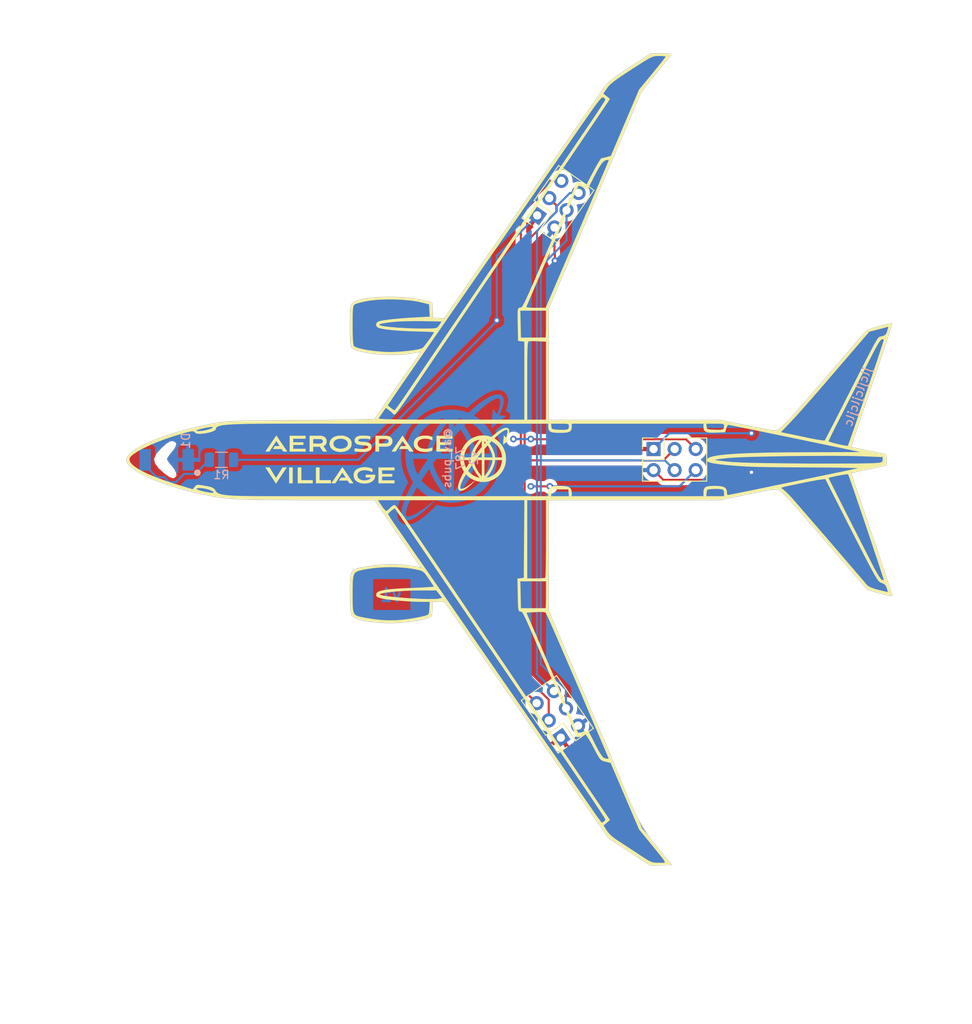
<source format=kicad_pcb>
(kicad_pcb (version 20220621) (generator pcbnew)
  (layers (0 "F.Cu" signal) (31 "B.Cu" signal) (34 "B.Paste" user) (35 "F.Paste" user) (36 "B.SilkS" user "B.Silkscreen") (37 "F.SilkS" user "F.Silkscreen") (38 "B.Mask" user) (39 "F.Mask" user) (44 "Edge.Cuts" user))
  (net 0 "")
  (net 1 "Net-(D1-A)")
  (net 2 "GND")
  (net 3 "+3V3")
  (net 4 "Net-(J1-Pin_3)")
  (net 5 "Net-(J1-Pin_4)")
  (net 6 "Net-(J1-Pin_5)")
  (net 7 "Net-(J1-Pin_6)")
  (footprint "Connector_PinSocket_2.54mm:PinSocket_2x03_P2.54mm_Vertical" (layer "F.Cu") (at 91.569703 85.352204 145)
    (fp_text reference "J2" hide)
    (fp_text value "Conn_02x03_Counter_Clockwise")
  )
  (footprint "Connector_PinSocket_2.54mm:PinSocket_2x03_P2.54mm_Vertical" (layer "F.Cu") (at 94.416561 148.280646 -145)
    (fp_text reference "J3" hide)
    (fp_text value "Conn_02x03_Counter_Clockwise")
  )
  (footprint "Connector_PinSocket_2.54mm:PinSocket_2x03_P2.54mm_Vertical" (layer "F.Cu") (at 105.6 113.5 90)
    (fp_text reference "J1" hide)
    (fp_text value "Conn_02x03_Counter_Clockwise")
  )
  (footprint "Resistor_SMD:R_1206_3216Metric" (layer "B.Cu") (at 53.5 114.8)
    (fp_text reference "R1")
    (fp_text value "R")
  )
  (footprint "sunled:XZMYK45WT-9" (layer "B.Cu") (at 46.9 114.8 180)
    (fp_text reference "D1")
    (fp_text value "LED" hide)
  )
  (gr_poly (pts (xy 79.31351 114.795586) (xy 79.207971 114.937675) (xy 79.103061 115.080208) (xy 78.99886 115.223082) (xy 78.996811 115.214767) (xy 78.946826 114.937979) (xy 78.946532 114.936082) (xy 78.946284 114.934284) (xy 78.914937 114.653929) (xy 79.419682 114.653929)) (stroke (width 0.06)) (fill solid) (layer "B.Cu"))
  (gr_poly (pts (xy 82.203539 110.929475) (xy 82.204008 110.930125) (xy 82.204948 110.931462) (xy 82.233611 110.972656) (xy 82.235548 110.975472) (xy 82.266444 111.021352) (xy 82.297167 111.067391) (xy 82.328186 111.113215) (xy 82.071267 111.400493) (xy 81.816124 111.689149) (xy 81.739736 111.776672) (xy 81.663939 111.864746) (xy 81.512887 112.041376) (xy 81.512887 110.921134) (xy 81.70285 110.715872) (xy 81.798396 110.613743) (xy 81.89456 110.512177)) (stroke (width 0.06)) (fill solid) (layer "B.Cu"))
  (gr_poly (pts (xy 82.55064 109.856285) (xy 82.555299 109.857644) (xy 82.556763 109.858058) (xy 82.591928 109.868243) (xy 82.595302 109.86926) (xy 82.597326 109.869905) (xy 82.78021 109.931466) (xy 82.957294 109.999593) (xy 82.961636 110.001345) (xy 82.965954 110.003137) (xy 83.139379 110.07843) (xy 83.245462 110.129898) (xy 83.116425 110.264018) (xy 82.988019 110.398833) (xy 82.860335 110.534387) (xy 82.733433 110.670761) (xy 82.733432 110.67076) (xy 82.731293 110.667636) (xy 82.729711 110.665477) (xy 82.643744 110.544433) (xy 82.555486 110.422848) (xy 82.466672 110.302941) (xy 82.377485 110.184745) (xy 82.359106 110.160969) (xy 82.340751 110.137702) (xy 82.326492 110.119686) (xy 82.308247 110.09639) (xy 82.304002 110.090952) (xy 82.363205 110.031389) (xy 82.422648 109.972045) (xy 82.541958 109.853771)) (stroke (width 0.06)) (fill solid) (layer "B.Cu"))
  (gr_poly (pts (xy 86.812868 106.936776) (xy 86.82941 106.937062) (xy 86.846064 106.937591) (xy 86.86283 106.938372) (xy 86.879708 106.939413) (xy 86.896697 106.94072) (xy 86.913797 106.942302) (xy 86.931006 106.944167) (xy 86.948045 106.946152) (xy 86.965231 106.948585) (xy 86.982563 106.951538) (xy 87.000044 106.955088) (xy 87.017673 106.959307) (xy 87.035452 106.96427) (xy 87.044398 106.967053) (xy 87.053382 106.970051) (xy 87.062403 106.973271) (xy 87.071463 106.976724) (xy 87.14138 107.002148) (xy 87.150009 107.006719) (xy 87.158624 107.011484) (xy 87.167219 107.016416) (xy 87.175785 107.021487) (xy 87.184313 107.026669) (xy 87.192796 107.031935) (xy 87.209594 107.042611) (xy 87.226242 107.053247) (xy 87.242745 107.063965) (xy 87.250895 107.069468) (xy 87.258951 107.075129) (xy 87.266895 107.080993) (xy 87.274706 107.087104) (xy 87.330207 107.14338) (xy 87.337441 107.150317) (xy 87.344285 107.157427) (xy 87.350772 107.164697) (xy 87.356937 107.172111) (xy 87.362816 107.179655) (xy 87.368442 107.187317) (xy 87.37385 107.19508) (xy 87.379074 107.202933) (xy 87.389112 107.218847) (xy 87.39883 107.234946) (xy 87.408507 107.251117) (xy 87.418418 107.267248) (xy 87.434703 107.30021) (xy 87.449102 107.333007) (xy 87.46172 107.365623) (xy 87.472662 107.398044) (xy 87.482032 107.430255) (xy 87.489934 107.462241) (xy 87.496474 107.493987) (xy 87.501756 107.525478) (xy 87.505885 107.556699) (xy 87.508964 107.587635) (xy 87.5111 107.618272) (xy 87.512397 107.648595) (xy 87.51289 107.708237) (xy 87.511281 107.766443) (xy 87.507691 107.82405) (xy 87.502375 107.880817) (xy 87.495473 107.936788) (xy 87.487127 107.992007) (xy 87.47748 108.046519) (xy 87.466671 108.100369) (xy 87.454843 108.153602) (xy 87.442138 108.206261) (xy 87.396121 108.372767) (xy 87.344705 108.536109) (xy 87.288363 108.696547) (xy 87.227568 108.854342) (xy 87.162791 109.009756) (xy 87.094506 109.163051) (xy 87.023184 109.314486) (xy 86.949299 109.464323) (xy 87.7708 109.521529) (xy 86.083305 110.944698) (xy 86.241281 108.742817) (xy 86.761868 109.363555) (xy 86.817507 109.211799) (xy 86.870923 109.059603) (xy 86.921531 108.907051) (xy 86.968744 108.754227) (xy 87.011976 108.601218) (xy 87.050641 108.448108) (xy 87.084152 108.294982) (xy 87.111923 108.141924) (xy 87.118909 108.093755) (xy 87.124929 108.04575) (xy 87.12991 107.998004) (xy 87.133775 107.950611) (xy 87.136449 107.903665) (xy 87.137857 107.857258) (xy 87.137924 107.811487) (xy 87.136574 107.766443) (xy 87.135475 107.744335) (xy 87.133958 107.722407) (xy 87.132019 107.700723) (xy 87.129648 107.679347) (xy 87.12684 107.658345) (xy 87.123588 107.637781) (xy 87.119884 107.61772) (xy 87.115722 107.598227) (xy 87.111095 107.579366) (xy 87.105996 107.561202) (xy 87.100418 107.543801) (xy 87.094354 107.527227) (xy 87.087798 107.511544) (xy 87.080743 107.496817) (xy 87.073181 107.483111) (xy 87.065105 107.470492) (xy 87.056725 107.459211) (xy 87.048215 107.448858) (xy 87.039521 107.439396) (xy 87.030585 107.430784) (xy 87.021353 107.422986) (xy 87.011768 107.415963) (xy 87.001773 107.409677) (xy 86.991314 107.40409) (xy 86.980334 107.399163) (xy 86.968777 107.394858) (xy 86.956587 107.391137) (xy 86.943708 107.387962) (xy 86.930085 107.385294) (xy 86.91566 107.383096) (xy 86.900379 107.381329) (xy 86.884186 107.379955) (xy 86.867262 107.37962) (xy 86.849849 107.379811) (xy 86.831975 107.380529) (xy 86.813673 107.381778) (xy 86.794971 107.383562) (xy 86.775899 107.385885) (xy 86.756488 107.388749) (xy 86.736768 107.392159) (xy 86.716769 107.396117) (xy 86.696521 107.400628) (xy 86.676055 107.405694) (xy 86.655399 107.41132) (xy 86.634585 107.417509) (xy 86.613642 107.424264) (xy 86.592601 107.431588) (xy 86.571492 107.439486) (xy 86.529199 107.454832) (xy 86.486866 107.471363) (xy 86.444511 107.489017) (xy 86.402152 107.507736) (xy 86.317489 107.548124) (xy 86.23302 107.592044) (xy 86.148886 107.639016) (xy 86.065228 107.688556) (xy 85.982187 107.740184) (xy 85.899906 107.793418) (xy 85.817716 107.847952) (xy 85.736042 107.903747) (xy 85.654872 107.960718) (xy 85.574196 108.018778) (xy 85.494003 108.077842) (xy 85.414284 108.137826) (xy 85.335028 108.198644) (xy 85.256224 108.260211) (xy 85.100165 108.386276) (xy 84.945682 108.514911) (xy 84.792722 108.645929) (xy 84.641229 108.779144) (xy 84.49115 108.914367) (xy 84.342431 109.051413) (xy 84.195017 109.190094) (xy 84.048855 109.330223) (xy 84.030088 109.348133) (xy 84.01147 109.36621) (xy 83.974513 109.402672) (xy 83.937636 109.439225) (xy 83.900534 109.475445) (xy 84.083832 109.582164) (xy 84.307582 109.727422) (xy 84.523783 109.883124) (xy 84.732091 110.04892) (xy 84.932159 110.224461) (xy 85.123644 110.409394) (xy 85.306198 110.603372) (xy 85.479478 110.806043) (xy 85.643137 111.017057) (xy 85.796831 111.236065) (xy 85.940213 111.462716) (xy 86.072939 111.696659) (xy 86.194664 111.937546) (xy 86.305042 112.185025) (xy 86.403727 112.438747) (xy 86.490375 112.698362) (xy 86.564639 112.963519) (xy 86.626176 113.233868) (xy 86.674638 113.50906) (xy 86.709682 113.788743) (xy 86.730962 114.072568) (xy 86.738132 114.360185) (xy 86.730962 114.647802) (xy 86.709682 114.931628) (xy 86.674638 115.211311) (xy 86.626176 115.486502) (xy 86.564639 115.756852) (xy 86.490375 116.022009) (xy 86.403727 116.281623) (xy 86.305042 116.535345) (xy 86.194664 116.782825) (xy 86.072939 117.023711) (xy 85.940213 117.257655) (xy 85.796831 117.484306) (xy 85.643137 117.703313) (xy 85.479478 117.914328) (xy 85.306198 118.116999) (xy 85.123644 118.310976) (xy 84.932159 118.49591) (xy 84.732091 118.67145) (xy 84.523783 118.837246) (xy 84.307582 118.992948) (xy 84.083832 119.138206) (xy 83.852879 119.27267) (xy 83.615069 119.39599) (xy 83.370746 119.507815) (xy 83.120256 119.607795) (xy 82.863944 119.69558) (xy 82.602156 119.770821) (xy 82.335237 119.833167) (xy 82.063532 119.882267) (xy 81.787386 119.917773) (xy 81.507146 119.939333) (xy 81.223156 119.946597) (xy 80.939163 119.939333) (xy 80.658916 119.917773) (xy 80.38276 119.882267) (xy 80.111041 119.833167) (xy 79.844104 119.770821) (xy 79.582294 119.695581) (xy 79.325959 119.607795) (xy 79.075442 119.507815) (xy 78.83109 119.39599) (xy 78.593249 119.27267) (xy 78.362263 119.138207) (xy 78.138479 118.992949) (xy 77.922242 118.837247) (xy 77.713899 118.67145) (xy 77.513793 118.49591) (xy 77.322272 118.310977) (xy 77.13968 118.116999) (xy 76.966364 117.914328) (xy 76.802668 117.703314) (xy 76.657326 117.496255) (xy 76.653959 117.491275) (xy 76.653902 117.491377) (xy 76.648939 117.484306) (xy 76.505523 117.257655) (xy 76.372764 117.023712) (xy 76.251008 116.782825) (xy 76.183905 116.632412) (xy 77.16013 116.632412) (xy 77.185685 116.679631) (xy 77.198581 116.703169) (xy 77.211755 116.726515) (xy 77.236099 116.7683) (xy 77.260853 116.809788) (xy 77.286017 116.850993) (xy 77.311593 116.891932) (xy 77.33758 116.9326) (xy 77.36397 116.972979) (xy 77.39076 117.013065) (xy 77.417943 117.052852) (xy 77.44553 117.092337) (xy 77.473522 117.13152) (xy 77.501901 117.170397) (xy 77.5289 117.206619) (xy 77.530614 117.208995) (xy 77.533 117.212032) (xy 77.544259 117.226718) (xy 77.558081 117.244294) (xy 77.58584 117.27935) (xy 77.585861 117.279318) (xy 77.649352 117.360134) (xy 77.774015 117.506114) (xy 77.904419 117.646753) (xy 78.040382 117.781867) (xy 78.181719 117.911274) (xy 78.328246 118.034791) (xy 78.479781 118.152233) (xy 78.636139 118.26342) (xy 78.797138 118.368167) (xy 78.962593 118.466291) (xy 79.132321 118.55761) (xy 79.306139 118.641941) (xy 79.483863 118.719101) (xy 79.665308 118.788906) (xy 79.850293 118.851173) (xy 80.038632 118.905721) (xy 80.230144 118.952365) (xy 80.424643 118.990923) (xy 82.020874 118.990923) (xy 82.020875 118.990923) (xy 82.215374 118.952365) (xy 82.406885 118.905721) (xy 82.595225 118.851173) (xy 82.780209 118.788906) (xy 82.961655 118.719101) (xy 83.139379 118.641941) (xy 83.313196 118.55761) (xy 83.482924 118.466291) (xy 83.64838 118.368167) (xy 83.809378 118.26342) (xy 84.117272 118.034791) (xy 84.405136 117.781867) (xy 84.671503 117.506114) (xy 84.914904 117.208995) (xy 85.133871 116.891974) (xy 85.233732 116.726457) (xy 85.326934 116.556514) (xy 85.413293 116.382327) (xy 85.492626 116.204079) (xy 85.564748 116.021954) (xy 85.629477 115.836134) (xy 85.686629 115.646802) (xy 85.73602 115.454142) (xy 85.777467 115.258336) (xy 85.810786 115.059567) (xy 85.835794 114.858018) (xy 85.852306 114.653873) (xy 84.110818 114.653873) (xy 84.098562 114.810469) (xy 84.080972 114.965919) (xy 84.030555 115.273292) (xy 83.961094 115.575825) (xy 83.874119 115.873346) (xy 83.771159 116.165686) (xy 83.653744 116.452675) (xy 83.523401 116.734143) (xy 83.381659 117.009921) (xy 83.230049 117.279839) (xy 83.070099 117.543728) (xy 82.903337 117.801416) (xy 82.731293 118.052735) (xy 82.555496 118.297515) (xy 82.377475 118.535586) (xy 82.020875 118.990923) (xy 82.020874 118.990923) (xy 80.424643 118.990923) (xy 80.068857 118.535554) (xy 79.716569 118.052624) (xy 79.54541 117.801256) (xy 79.379535 117.543518) (xy 79.220413 117.279583) (xy 79.069514 117.009624) (xy 78.928307 116.733814) (xy 78.798262 116.452326) (xy 78.68085 116.165334) (xy 78.577538 115.873011) (xy 78.489872 115.575782) (xy 78.507385 115.639708) (xy 78.525903 115.703554) (xy 78.545175 115.767168) (xy 78.565005 115.830601) (xy 78.386192 116.086438) (xy 78.208594 116.343056) (xy 78.032351 116.600525) (xy 77.857607 116.85891) (xy 77.788832 116.963558) (xy 77.72088 117.068661) (xy 77.585861 117.279318) (xy 77.533 117.212032) (xy 77.53065 117.208967) (xy 77.5289 117.206619) (xy 77.417985 117.052881) (xy 77.311648 116.891974) (xy 77.211787 116.726457) (xy 77.160172 116.632343) (xy 77.16013 116.632412) (xy 76.183905 116.632412) (xy 76.140601 116.535346) (xy 76.041889 116.281624) (xy 75.955218 116.022009) (xy 75.880932 115.756852) (xy 75.819378 115.486503) (xy 75.7709 115.211311) (xy 75.735846 114.931628) (xy 75.715015 114.653873) (xy 76.593213 114.653873) (xy 76.609725 114.858018) (xy 76.634733 115.059567) (xy 76.668052 115.258336) (xy 76.709499 115.454142) (xy 76.75889 115.646802) (xy 76.816041 115.836134) (xy 76.88077 116.021954) (xy 76.952893 116.204079) (xy 77.032226 116.382327) (xy 77.118585 116.556514) (xy 77.160172 116.632343) (xy 77.255163 116.474748) (xy 77.385972 116.265067) (xy 77.518944 116.056871) (xy 77.653919 115.850061) (xy 77.790736 115.644536) (xy 78.069259 115.236944) (xy 78.353229 114.833307) (xy 78.353444 114.835389) (xy 78.356543 114.86646) (xy 78.359599 114.899677) (xy 78.362884 114.932841) (xy 78.364762 114.949371) (xy 78.366878 114.965848) (xy 78.378118 115.043107) (xy 78.390595 115.120073) (xy 78.404274 115.196743) (xy 78.418997 115.272472) (xy 78.419098 115.273065) (xy 78.419235 115.273651) (xy 78.435119 115.34919) (xy 78.452247 115.424959) (xy 78.470487 115.500423) (xy 78.489737 115.57527) (xy 78.489798 115.57553) (xy 78.489872 115.575782) (xy 78.489816 115.575578) (xy 78.489737 115.57527) (xy 78.419235 115.273651) (xy 78.419123 115.273116) (xy 78.418997 115.272472) (xy 78.366909 114.965788) (xy 78.353444 114.835389) (xy 78.353235 114.833298) (xy 78.353229 114.833307) (xy 78.334706 114.653929) (xy 78.914906 114.653929) (xy 78.920974 114.724801) (xy 78.92829 114.795443) (xy 78.936821 114.865867) (xy 78.946284 114.934284) (xy 78.946486 114.936093) (xy 78.946826 114.937979) (xy 78.95739 115.006097) (xy 78.969383 115.075902) (xy 78.982508 115.145483) (xy 78.996762 115.214825) (xy 78.998777 115.223196) (xy 78.99886 115.223082) (xy 79.064587 115.489812) (xy 79.148492 115.761142) (xy 79.247206 116.028672) (xy 79.359406 116.292317) (xy 79.483774 116.551993) (xy 79.618987 116.807615) (xy 79.763726 117.059097) (xy 79.916669 117.306355) (xy 80.076494 117.549304) (xy 80.241883 117.787858) (xy 80.411513 118.021935) (xy 80.584063 118.251447) (xy 80.932643 118.696441) (xy 81.512874 118.696441) (xy 81.861682 118.251447) (xy 82.20397 117.787858) (xy 82.369375 117.549304) (xy 82.529198 117.306355) (xy 82.682122 117.059097) (xy 82.826828 116.807615) (xy 82.962 116.551993) (xy 83.086321 116.292317) (xy 83.198472 116.028672) (xy 83.297137 115.761142) (xy 83.380999 115.489812) (xy 83.448739 115.214767) (xy 83.499041 114.936093) (xy 83.530587 114.653873) (xy 81.512874 114.653873) (xy 81.512874 118.696441) (xy 80.932643 118.696441) (xy 80.932643 114.653873) (xy 78.914931 114.653873) (xy 78.914937 114.653929) (xy 78.914906 114.653929) (xy 78.334706 114.653929) (xy 78.3347 114.653873) (xy 76.593213 114.653873) (xy 75.715015 114.653873) (xy 75.71456 114.647803) (xy 75.707388 114.360185) (xy 75.71456 114.072568) (xy 75.715013 114.066523) (xy 78.914904 114.066523) (xy 79.868802 114.066523) (xy 79.868821 114.066498) (xy 80.932643 114.066498) (xy 80.932643 110.02393) (xy 80.583835 110.468924) (xy 80.241548 110.932513) (xy 80.076143 111.171068) (xy 79.91632 111.414017) (xy 79.763396 111.661275) (xy 79.61869 111.912757) (xy 79.483518 112.168378) (xy 79.359197 112.428054) (xy 79.247046 112.691699) (xy 79.148381 112.959229) (xy 79.064519 113.230559) (xy 78.996779 113.505604) (xy 78.946477 113.784278) (xy 78.915713 114.059504) (xy 78.915682 114.059546) (xy 78.914904 114.066523) (xy 75.715013 114.066523) (xy 75.715015 114.066498) (xy 76.593213 114.066498) (xy 78.3347 114.066498) (xy 78.346956 113.909902) (xy 78.364546 113.754452) (xy 78.414963 113.447079) (xy 78.484424 113.144546) (xy 78.571399 112.847025) (xy 78.674359 112.554685) (xy 78.791774 112.267696) (xy 78.922117 111.986228) (xy 79.063858 111.71045) (xy 79.215469 111.440532) (xy 79.375419 111.176644) (xy 79.542181 110.918955) (xy 79.714225 110.667636) (xy 79.890022 110.422856) (xy 80.068043 110.184785) (xy 80.19464 110.023136) (xy 81.512874 110.023136) (xy 81.512874 114.066498) (xy 83.530587 114.066498) (xy 83.499041 113.781793) (xy 83.448739 113.501272) (xy 83.380999 113.224954) (xy 83.297137 112.952855) (xy 83.198472 112.684992) (xy 83.086321 112.421385) (xy 82.962 112.162049) (xy 82.826828 111.907002) (xy 82.682122 111.656262) (xy 82.529198 111.409847) (xy 82.369375 111.167772) (xy 82.233611 110.972656) (xy 82.219888 110.952708) (xy 82.204948 110.931462) (xy 82.20397 110.930057) (xy 82.203539 110.929475) (xy 82.127693 110.824221) (xy 82.050545 110.719351) (xy 81.972769 110.615378) (xy 81.894569 110.512167) (xy 81.89456 110.512177) (xy 81.861682 110.467774) (xy 81.512874 110.023136) (xy 80.19464 110.023136) (xy 80.424643 109.729448) (xy 82.020875 109.729448) (xy 82.308247 110.09639) (xy 82.322393 110.114507) (xy 82.326492 110.119686) (xy 82.377475 110.184785) (xy 82.729711 110.665477) (xy 82.731262 110.667661) (xy 82.733432 110.67076) (xy 82.903337 110.918955) (xy 83.070099 111.176644) (xy 83.230049 111.440532) (xy 83.38166 111.71045) (xy 83.523401 111.986228) (xy 83.653744 112.267696) (xy 83.77116 112.554685) (xy 83.874119 112.847025) (xy 83.961094 113.144546) (xy 84.030555 113.447079) (xy 84.080973 113.754452) (xy 84.110818 114.066498) (xy 85.852306 114.066498) (xy 85.835794 113.862353) (xy 85.810786 113.660804) (xy 85.777467 113.462035) (xy 85.73602 113.266229) (xy 85.686629 113.073569) (xy 85.629477 112.884237) (xy 85.564748 112.698417) (xy 85.492626 112.516292) (xy 85.413293 112.338044) (xy 85.326934 112.163858) (xy 85.233732 111.993914) (xy 85.133871 111.828398) (xy 85.027534 111.667491) (xy 84.914904 111.511376) (xy 84.796167 111.360237) (xy 84.671504 111.214257) (xy 84.541099 111.073618) (xy 84.405137 110.938504) (xy 84.2638 110.809097) (xy 84.117272 110.685581) (xy 83.965737 110.568138) (xy 83.809379 110.456951) (xy 83.64838 110.352204) (xy 83.482925 110.25408) (xy 83.313197 110.162761) (xy 83.245462 110.129898) (xy 83.245495 110.129864) (xy 83.245494 110.129864) (xy 83.192659 110.103798) (xy 83.166149 110.090933) (xy 83.139455 110.078395) (xy 83.095368 110.058442) (xy 83.051022 110.038962) (xy 83.006438 110.019935) (xy 82.965954 110.003137) (xy 82.961656 110.001271) (xy 82.957294 109.999593) (xy 82.916626 109.983179) (xy 82.871398 109.965455) (xy 82.825942 109.948196) (xy 82.780251 109.931427) (xy 82.734335 109.915162) (xy 82.688207 109.89939) (xy 82.641864 109.884095) (xy 82.597326 109.869905) (xy 82.595225 109.869198) (xy 82.591928 109.868243) (xy 82.582025 109.865257) (xy 82.56867 109.861431) (xy 82.556763 109.858058) (xy 82.55064 109.856285) (xy 82.541972 109.853757) (xy 82.541958 109.853771) (xy 82.406885 109.81465) (xy 82.215374 109.768006) (xy 82.020875 109.729448) (xy 80.424643 109.729448) (xy 80.230146 109.768076) (xy 80.038641 109.814781) (xy 79.850312 109.869381) (xy 79.665341 109.931693) (xy 79.483912 110.001535) (xy 79.306207 110.078725) (xy 79.13241 110.163079) (xy 78.962705 110.254415) (xy 78.797273 110.35255) (xy 78.636299 110.457303) (xy 78.328455 110.685929) (xy 78.040638 110.938833) (xy 77.774313 111.214554) (xy 77.530944 111.511632) (xy 77.311997 111.828607) (xy 77.212139 111.994099) (xy 77.118936 112.164017) (xy 77.032572 112.33818) (xy 76.953228 112.516404) (xy 76.881088 112.698506) (xy 76.816336 112.884305) (xy 76.759155 113.073618) (xy 76.709726 113.266262) (xy 76.668235 113.462054) (xy 76.634864 113.660813) (xy 76.609795 113.862355) (xy 76.593213 114.066498) (xy 75.715015 114.066498) (xy 75.735846 113.788743) (xy 75.7709 113.50906) (xy 75.819378 113.233868) (xy 75.880932 112.963519) (xy 75.955218 112.698362) (xy 76.041889 112.438747) (xy 76.140601 112.185025) (xy 76.251008 111.937546) (xy 76.372763 111.696659) (xy 76.505522 111.462716) (xy 76.648939 111.236065) (xy 76.802668 111.017057) (xy 76.966364 110.806043) (xy 77.13968 110.603372) (xy 77.322272 110.409394) (xy 77.513793 110.224461) (xy 77.713898 110.04892) (xy 77.922242 109.883124) (xy 78.138479 109.727422) (xy 78.362263 109.582164) (xy 78.593249 109.4477) (xy 78.83109 109.324381) (xy 79.075442 109.212556) (xy 79.325959 109.112576) (xy 79.582294 109.02479) (xy 79.844104 108.949549) (xy 80.111041 108.887204) (xy 80.38276 108.838103) (xy 80.658916 108.802598) (xy 80.939163 108.781038) (xy 81.223156 108.773773) (xy 81.507146 108.781038) (xy 81.787386 108.802598) (xy 82.063532 108.838103) (xy 82.335237 108.887204) (xy 82.602156 108.949549) (xy 82.863944 109.02479) (xy 83.120256 109.112576) (xy 83.370746 109.212556) (xy 83.615069 109.324381) (xy 83.851852 109.447168) (xy 83.852899 109.447735) (xy 83.853954 109.448326) (xy 83.879626 109.463273) (xy 83.888567 109.468591) (xy 83.894511 109.472067) (xy 83.900492 109.475485) (xy 83.900534 109.475445) (xy 83.879626 109.463273) (xy 83.876733 109.461551) (xy 83.86488 109.454541) (xy 83.858912 109.451102) (xy 83.853954 109.448326) (xy 83.852879 109.4477) (xy 83.851852 109.447168) (xy 83.794075 109.415834) (xy 83.734827 109.384619) (xy 83.675161 109.354111) (xy 83.615084 109.324332) (xy 83.5546 109.295292) (xy 83.493713 109.266985) (xy 83.432431 109.239408) (xy 83.370757 109.212556) (xy 83.357048 109.206785) (xy 83.343267 109.201154) (xy 83.315561 109.190173) (xy 83.260067 109.168373) (xy 83.43313 109.007697) (xy 83.519997 108.927681) (xy 83.607642 108.848392) (xy 83.76493 108.711602) (xy 83.923737 108.576345) (xy 84.084177 108.442743) (xy 84.246363 108.310918) (xy 84.410409 108.18099) (xy 84.57643 108.053081) (xy 84.744538 107.927312) (xy 84.914849 107.803805) (xy 85.088804 107.684136) (xy 85.264547 107.566195) (xy 85.44349 107.451712) (xy 85.627047 107.342419) (xy 85.720998 107.290259) (xy 85.816632 107.240046) (xy 85.914127 107.191996) (xy 86.013658 107.146325) (xy 86.115403 107.10325) (xy 86.219539 107.062986) (xy 86.326241 107.025752) (xy 86.435687 106.991761) (xy 86.477266 106.980359) (xy 86.519848 106.969925) (xy 86.563436 106.96062) (xy 86.608027 106.952607) (xy 86.653623 106.946049) (xy 86.700224 106.941108) (xy 86.74783 106.937946) (xy 86.77201 106.937083) (xy 86.79644 106.936726)) (stroke (width 0.06)) (fill solid) (layer "B.Cu"))
  (gr_poly (pts (xy 80.932613 112.732341) (xy 80.663226 113.063093) (xy 80.39627 113.39587) (xy 80.131533 113.730428) (xy 79.868821 114.066498) (xy 78.914931 114.066498) (xy 78.915713 114.059504) (xy 79.030206 113.904502) (xy 79.145125 113.749798) (xy 79.578192 113.192991) (xy 79.798115 112.917172) (xy 80.02033 112.643146) (xy 80.244862 112.370968) (xy 80.471737 112.100691) (xy 80.700978 111.832369) (xy 80.932613 111.566056)) (stroke (width 0.06)) (fill solid) (layer "B.Cu"))
  (gr_poly (pts (xy 76.657326 117.496255) (xy 76.690262 117.544962) (xy 76.727109 117.598232) (xy 76.764549 117.651044) (xy 76.802632 117.703355) (xy 76.842638 117.756868) (xy 76.883263 117.809873) (xy 76.924501 117.862368) (xy 76.966343 117.91435) (xy 76.998466 117.95313) (xy 77.031089 117.991461) (xy 77.06405 118.029489) (xy 77.097188 118.067364) (xy 77.071871 118.109181) (xy 77.046246 118.150839) (xy 77.020706 118.19254) (xy 76.995644 118.234485) (xy 76.793804 118.585628) (xy 76.596571 118.938566) (xy 76.500754 119.116078) (xy 76.407375 119.294481) (xy 76.316862 119.473924) (xy 76.229644 119.654553) (xy 76.145922 119.835633) (xy 76.065273 120.018378) (xy 75.988981 120.202297) (xy 75.918327 120.386896) (xy 75.854593 120.57168) (xy 75.825722 120.663988) (xy 75.799062 120.756157) (xy 75.774774 120.848126) (xy 75.753016 120.939833) (xy 75.733951 121.031217) (xy 75.717738 121.122216) (xy 75.712886 121.166413) (xy 75.709133 121.210148) (xy 75.706609 121.25319) (xy 75.705443 121.29531) (xy 75.705766 121.336276) (xy 75.706526 121.356254) (xy 75.707707 121.375858) (xy 75.709325 121.395058) (xy 75.711396 121.413825) (xy 75.713936 121.432132) (xy 75.716962 121.449948) (xy 75.721086 121.467099) (xy 75.725441 121.483164) (xy 75.730052 121.49819) (xy 75.734947 121.512225) (xy 75.740153 121.525316) (xy 75.745697 121.53751) (xy 75.748604 121.543287) (xy 75.751605 121.548857) (xy 75.754705 121.554226) (xy 75.757905 121.559402) (xy 75.761211 121.564389) (xy 75.764624 121.569193) (xy 75.768149 121.573821) (xy 75.771788 121.578279) (xy 75.775546 121.582572) (xy 75.779425 121.586707) (xy 75.783429 121.590688) (xy 75.787561 121.594523) (xy 75.791824 121.598218) (xy 75.796223 121.601777) (xy 75.80076 121.605208) (xy 75.805439 121.608515) (xy 75.815235 121.614786) (xy 75.825638 121.620635) (xy 75.837358 121.626291) (xy 75.850152 121.631352) (xy 75.863959 121.635817) (xy 75.878717 121.639688) (xy 75.894364 121.642964) (xy 75.910838 121.645644) (xy 75.928078 121.64773) (xy 75.946021 121.64922) (xy 75.964606 121.650114) (xy 75.983771 121.650414) (xy 76.003455 121.650118) (xy 76.023594 121.649226) (xy 76.044129 121.647739) (xy 76.064996 121.645656) (xy 76.086134 121.642978) (xy 76.107481 121.639704) (xy 76.150656 121.631988) (xy 76.194391 121.622619) (xy 76.238584 121.611727) (xy 76.283138 121.59944) (xy 76.327953 121.585888) (xy 76.372928 121.5712) (xy 76.417965 121.555506) (xy 76.462963 121.538935) (xy 76.553324 121.502062) (xy 76.643147 121.462689) (xy 76.732446 121.420979) (xy 76.821238 121.377093) (xy 76.909539 121.331193) (xy 76.997364 121.28344) (xy 77.171651 121.183025) (xy 77.344227 121.07714) (xy 77.515219 120.967079) (xy 77.684752 120.854136) (xy 77.852956 120.739604) (xy 78.019423 120.62104) (xy 78.184873 120.500573) (xy 78.349335 120.378316) (xy 78.512838 120.254383) (xy 78.837082 120.001943) (xy 79.157837 119.74416) (xy 79.016945 119.894518) (xy 78.874548 120.043631) (xy 78.730478 120.191294) (xy 78.584567 120.337302) (xy 78.436646 120.48145) (xy 78.286549 120.623532) (xy 78.134106 120.763344) (xy 77.979149 120.900678) (xy 77.901083 120.96883) (xy 77.822236 121.036312) (xy 77.742571 121.10305) (xy 77.662049 121.16897) (xy 77.580635 121.233996) (xy 77.498291 121.298055) (xy 77.414979 121.361073) (xy 77.330662 121.422973) (xy 77.245389 121.484145) (xy 77.159102 121.544294) (xy 77.071607 121.603217) (xy 76.982708 121.660707) (xy 76.892209 121.71656) (xy 76.799914 121.770571) (xy 76.705628 121.822535) (xy 76.609156 121.872248) (xy 76.559756 121.895802) (xy 76.509685 121.918697) (xy 76.458794 121.940719) (xy 76.406935 121.961653) (xy 76.35396 121.981285) (xy 76.299721 121.9994) (xy 76.244069 122.015784) (xy 76.215667 122.02326) (xy 76.186856 122.030223) (xy 76.128526 122.042405) (xy 76.067885 122.052662) (xy 76.036722 122.056747) (xy 76.005009 122.059964) (xy 75.972757 122.062183) (xy 75.939975 122.063275) (xy 75.906671 122.063112) (xy 75.872857 122.061563) (xy 75.83854 122.058501) (xy 75.80373 122.053796) (xy 75.768438 122.047318) (xy 75.732672 122.038939) (xy 75.696441 122.028529) (xy 75.659756 122.01596) (xy 75.641709 122.008515) (xy 75.623876 122.00047) (xy 75.606248 121.991826) (xy 75.588815 121.982585) (xy 75.571568 121.972748) (xy 75.554498 121.962318) (xy 75.537595 121.951297) (xy 75.52085 121.939685) (xy 75.50575 121.926933) (xy 75.490821 121.913722) (xy 75.476082 121.90012) (xy 75.461548 121.886191) (xy 75.447238 121.872001) (xy 75.433168 121.857617) (xy 75.419356 121.843105) (xy 75.405818 121.828529) (xy 75.384443 121.796718) (xy 75.373885 121.780643) (xy 75.363492 121.764477) (xy 75.353322 121.748237) (xy 75.343434 121.731939) (xy 75.333887 121.715599) (xy 75.324738 121.699235) (xy 75.317969 121.68309) (xy 75.311348 121.666813) (xy 75.298498 121.633943) (xy 75.286094 121.600775) (xy 75.274043 121.56746) (xy 75.265783 121.535023) (xy 75.258525 121.50289) (xy 75.252218 121.47105) (xy 75.246805 121.439491) (xy 75.242233 121.408201) (xy 75.238447 121.37717) (xy 75.235393 121.346385) (xy 75.233017 121.315835) (xy 75.230079 121.255393) (xy 75.2292 121.195751) (xy 75.229943 121.136817) (xy 75.231875 121.078498) (xy 75.242239 120.964986) (xy 75.256444 120.853524) (xy 75.274164 120.743923) (xy 75.295075 120.635997) (xy 75.31885 120.52956) (xy 75.345166 120.424424) (xy 75.373695 120.320403) (xy 75.404113 120.217309) (xy 75.435902 120.115119) (xy 75.469255 120.013861) (xy 75.504024 119.913438) (xy 75.540058 119.813747) (xy 75.577209 119.714689) (xy 75.615326 119.616162) (xy 75.693863 119.420304) (xy 75.799661 119.170566) (xy 75.910277 118.923707) (xy 76.025332 118.679518) (xy 76.144449 118.437788) (xy 76.267248 118.198309) (xy 76.393352 117.96087) (xy 76.522382 117.725262) (xy 76.653902 117.491377)) (stroke (width 0.06)) (fill solid) (layer "B.Cu"))
  (gr_poly (pts (xy 73.416704 111.920706) (xy 73.464407 111.923655) (xy 73.510182 111.928482) (xy 73.554054 111.935114) (xy 73.596048 111.943477) (xy 73.636188 111.953499) (xy 73.674498 111.965106) (xy 73.711004 111.978227) (xy 73.74573 111.992787) (xy 73.778701 112.008715) (xy 73.80994 112.025937) (xy 73.839473 112.04438) (xy 73.867324 112.063972) (xy 73.893517 112.084639) (xy 73.918078 112.106309) (xy 73.941031 112.128909) (xy 73.9624 112.152366) (xy 73.98221 112.176607) (xy 74.000486 112.201559) (xy 74.017251 112.227149) (xy 74.032531 112.253304) (xy 74.046351 112.279953) (xy 74.058734 112.30702) (xy 74.069705 112.334435) (xy 74.079289 112.362123) (xy 74.087511 112.390012) (xy 74.094395 112.418029) (xy 74.099965 112.446101) (xy 74.107263 112.50212) (xy 74.109603 112.557484) (xy 74.107198 112.612889) (xy 74.09985 112.669021) (xy 74.087363 112.725287) (xy 74.069537 112.781093) (xy 74.046174 112.835845) (xy 74.032354 112.862641) (xy 74.017075 112.88895) (xy 74.000314 112.9147) (xy 73.982044 112.939815) (xy 73.962241 112.964222) (xy 73.940881 112.987846) (xy 73.917938 113.010613) (xy 73.893388 113.032449) (xy 73.867206 113.053279) (xy 73.839367 113.07303) (xy 73.809846 113.091628) (xy 73.778619 113.108997) (xy 73.745661 113.125065) (xy 73.710947 113.139756) (xy 73.674453 113.152997) (xy 73.636153 113.164712) (xy 73.596022 113.174829) (xy 73.554037 113.183273) (xy 73.510172 113.18997) (xy 73.464402 113.194845) (xy 73.416703 113.197825) (xy 73.367049 113.198834) (xy 72.481621 113.198834) (xy 72.481621 113.802878) (xy 72.07284 113.802878) (xy 72.07284 112.842441) (xy 72.482018 112.842441) (xy 73.280926 112.842441) (xy 73.311421 112.841985) (xy 73.340351 112.84064) (xy 73.367754 112.838441) (xy 73.393671 112.835422) (xy 73.41814 112.831617) (xy 73.4412 112.827061) (xy 73.46289 112.821787) (xy 73.483251 112.815831) (xy 73.50232 112.809227) (xy 73.520137 112.80201) (xy 73.536741 112.794212) (xy 73.552171 112.78587) (xy 73.566467 112.777017) (xy 73.579668 112.767687) (xy 73.591812 112.757916) (xy 73.602939 112.747736) (xy 73.613089 112.737184) (xy 73.6223 112.726293) (xy 73.630611 112.715097) (xy 73.638062 112.703631) (xy 73.644692 112.69193) (xy 73.65054 112.680027) (xy 73.655645 112.667957) (xy 73.660046 112.655754) (xy 73.663783 112.643454) (xy 73.666895 112.631089) (xy 73.671398 112.606306) (xy 73.673871 112.581679) (xy 73.674625 112.557484) (xy 73.673871 112.533919) (xy 73.671398 112.509842) (xy 73.666895 112.485536) (xy 73.660046 112.46128) (xy 73.65054 112.437353) (xy 73.638062 112.414037) (xy 73.630611 112.402696) (xy 73.6223 112.391612) (xy 73.613089 112.380821) (xy 73.602939 112.370358) (xy 73.591812 112.360257) (xy 73.579668 112.350555) (xy 73.566467 112.341285) (xy 73.552171 112.332483) (xy 73.536741 112.324184) (xy 73.520137 112.316422) (xy 73.50232 112.309234) (xy 73.483251 112.302654) (xy 73.46289 112.296716) (xy 73.4412 112.291457) (xy 73.41814 112.28691) (xy 73.393671 112.283112) (xy 73.367754 112.280097) (xy 73.340351 112.2779) (xy 73.311421 112.276556) (xy 73.280926 112.2761) (xy 72.482018 112.2761) (xy 72.482018 112.842441) (xy 72.07284 112.842441) (xy 72.07284 111.919706) (xy 73.367049 111.919706)) (stroke (width 0.03)) (fill solid) (layer "F.SilkS"))
  (gr_poly (pts (xy 61.422303 113.802878) (xy 60.964706 113.802878) (xy 60.754362 113.483791) (xy 59.729631 113.483791) (xy 59.949102 113.150019) (xy 60.536875 113.150019) (xy 60.116981 112.508669) (xy 59.696691 113.150019) (xy 59.697087 113.150019) (xy 59.477615 113.483791) (xy 59.475234 113.483791) (xy 59.268859 113.802878) (xy 58.811262 113.802878) (xy 60.116981 111.889544)) (stroke (width 0.03)) (fill solid) (layer "F.SilkS"))
  (gr_poly (pts (xy 65.31644 117.25966) (xy 66.689231 117.25966) (xy 66.689231 117.612085) (xy 64.907658 117.612085) (xy 64.907658 115.728912) (xy 65.31644 115.728912)) (stroke (width 0.03)) (fill solid) (layer "F.SilkS"))
  (gr_poly (pts (xy 67.871124 111.889544) (xy 67.939615 111.890607) (xy 68.007145 111.89378) (xy 68.073634 111.899044) (xy 68.139003 111.906375) (xy 68.203173 111.915754) (xy 68.266063 111.927159) (xy 68.327595 111.940567) (xy 68.387688 111.955959) (xy 68.446263 111.973311) (xy 68.503241 111.992605) (xy 68.558542 112.013816) (xy 68.612086 112.036926) (xy 68.663794 112.061911) (xy 68.713586 112.088751) (xy 68.761382 112.117424) (xy 68.807104 112.14791) (xy 68.850671 112.180185) (xy 68.892005 112.21423) (xy 68.931024 112.250023) (xy 68.96765 112.287543) (xy 69.001804 112.326767) (xy 69.033405 112.367676) (xy 69.062374 112.410246) (xy 69.088631 112.454458) (xy 69.112097 112.50029) (xy 69.132693 112.547719) (xy 69.150339 112.596726) (xy 69.164954 112.647288) (xy 69.17646 112.699385) (xy 69.184778 112.752994) (xy 69.189826 112.808095) (xy 69.191527 112.864666) (xy 69.189825 112.920573) (xy 69.184773 112.975095) (xy 69.176451 113.028205) (xy 69.164938 113.079878) (xy 69.150314 113.130089) (xy 69.132659 113.178812) (xy 69.112053 113.226022) (xy 69.088575 113.271692) (xy 69.062306 113.315798) (xy 69.033325 113.358314) (xy 69.001711 113.399215) (xy 68.967545 113.438475) (xy 68.930907 113.476068) (xy 68.891876 113.51197) (xy 68.850532 113.546153) (xy 68.806955 113.578594) (xy 68.713421 113.638145) (xy 68.611911 113.690418) (xy 68.503065 113.735208) (xy 68.387521 113.772313) (xy 68.265916 113.801527) (xy 68.138889 113.822647) (xy 68.007079 113.835468) (xy 67.871124 113.839788) (xy 67.802983 113.838705) (xy 67.735758 113.835473) (xy 67.669531 113.830117) (xy 67.604385 113.822663) (xy 67.5404 113.813136) (xy 67.477659 113.801561) (xy 67.416244 113.787963) (xy 67.356235 113.772368) (xy 67.297716 113.754802) (xy 67.240767 113.735288) (xy 67.18547 113.713853) (xy 67.131907 113.690522) (xy 67.080161 113.66532) (xy 67.030311 113.638273) (xy 66.982442 113.609406) (xy 66.936633 113.578743) (xy 66.892968 113.546311) (xy 66.851527 113.512134) (xy 66.812392 113.476239) (xy 66.775646 113.438649) (xy 66.741369 113.399391) (xy 66.709644 113.35849) (xy 66.680553 113.315971) (xy 66.654176 113.271859) (xy 66.630597 113.22618) (xy 66.609896 113.178959) (xy 66.592156 113.130222) (xy 66.577458 113.079992) (xy 66.565884 113.028297) (xy 66.557515 112.97516) (xy 66.552434 112.920608) (xy 66.550734 112.865063) (xy 66.989665 112.865063) (xy 66.990747 112.900174) (xy 66.993962 112.934431) (xy 66.999268 112.967817) (xy 67.006623 113.000314) (xy 67.015984 113.031906) (xy 67.027309 113.062575) (xy 67.040554 113.092305) (xy 67.055677 113.121078) (xy 67.072635 113.148877) (xy 67.091386 113.175686) (xy 67.111888 113.201486) (xy 67.134096 113.226262) (xy 67.157969 113.249995) (xy 67.183465 113.272669) (xy 67.210539 113.294267) (xy 67.239151 113.314772) (xy 67.300813 113.352433) (xy 67.368111 113.385515) (xy 67.440703 113.413883) (xy 67.518247 113.4374) (xy 67.600402 113.455928) (xy 67.686828 113.469332) (xy 67.777182 113.477474) (xy 67.871124 113.480219) (xy 67.918522 113.47953) (xy 67.965066 113.477474) (xy 68.010713 113.474069) (xy 68.055421 113.469332) (xy 68.099146 113.463279) (xy 68.141847 113.455928) (xy 68.183479 113.447296) (xy 68.224002 113.4374) (xy 68.263372 113.426257) (xy 68.301546 113.413883) (xy 68.338482 113.400297) (xy 68.374138 113.385515) (xy 68.40847 113.369555) (xy 68.441436 113.352433) (xy 68.472992 113.334166) (xy 68.503098 113.314772) (xy 68.53171 113.294267) (xy 68.558784 113.272669) (xy 68.58428 113.249995) (xy 68.608153 113.226262) (xy 68.630361 113.201486) (xy 68.650862 113.175686) (xy 68.669613 113.148877) (xy 68.686572 113.121078) (xy 68.701695 113.092305) (xy 68.71494 113.062575) (xy 68.726264 113.031906) (xy 68.735625 113.000314) (xy 68.74298 112.967817) (xy 68.748287 112.934431) (xy 68.751502 112.900174) (xy 68.752583 112.865063) (xy 68.751502 112.829323) (xy 68.748287 112.794517) (xy 68.74298 112.760659) (xy 68.735625 112.72776) (xy 68.726264 112.695836) (xy 68.71494 112.664897) (xy 68.701695 112.634959) (xy 68.686572 112.606034) (xy 68.669613 112.578134) (xy 68.650862 112.551274) (xy 68.630361 112.525467) (xy 68.608153 112.500725) (xy 68.58428 112.477061) (xy 68.558784 112.45449) (xy 68.53171 112.433023) (xy 68.503098 112.412675) (xy 68.441436 112.375385) (xy 68.374138 112.342726) (xy 68.301546 112.314803) (xy 68.224002 112.291721) (xy 68.141847 112.273585) (xy 68.055421 112.2605) (xy 67.965066 112.252573) (xy 67.871124 112.249907) (xy 67.823726 112.250575) (xy 67.777182 112.252573) (xy 67.731535 112.255885) (xy 67.686828 112.2605) (xy 67.643103 112.266405) (xy 67.600402 112.273585) (xy 67.558769 112.282028) (xy 67.518247 112.291721) (xy 67.478877 112.30265) (xy 67.440703 112.314803) (xy 67.403766 112.328166) (xy 67.368111 112.342726) (xy 67.333779 112.358471) (xy 67.300813 112.375385) (xy 67.269256 112.393458) (xy 67.239151 112.412675) (xy 67.210539 112.433023) (xy 67.183465 112.45449) (xy 67.157969 112.477061) (xy 67.134096 112.500725) (xy 67.111888 112.525467) (xy 67.091386 112.551274) (xy 67.072635 112.578134) (xy 67.055677 112.606034) (xy 67.040554 112.634959) (xy 67.027309 112.664897) (xy 67.015984 112.695836) (xy 67.006623 112.72776) (xy 66.999268 112.760659) (xy 66.993962 112.794517) (xy 66.990747 112.829323) (xy 66.989665 112.865063) (xy 66.550734 112.865063) (xy 66.550722 112.864666) (xy 66.552434 112.808095) (xy 66.557515 112.752994) (xy 66.565884 112.699385) (xy 66.577458 112.647288) (xy 66.592156 112.596726) (xy 66.609896 112.547719) (xy 66.630597 112.50029) (xy 66.654176 112.454458) (xy 66.680553 112.410246) (xy 66.709644 112.367676) (xy 66.741369 112.326767) (xy 66.775646 112.287543) (xy 66.812392 112.250023) (xy 66.851527 112.21423) (xy 66.892968 112.180185) (xy 66.936633 112.14791) (xy 67.030311 112.088751) (xy 67.131907 112.036926) (xy 67.240767 111.992604) (xy 67.356235 111.955958) (xy 67.477659 111.927158) (xy 67.604385 111.906375) (xy 67.735758 111.89378) (xy 67.871124 111.889544)) (stroke (width 0.03)) (fill solid) (layer "F.SilkS"))
  (gr_poly (pts (xy 42.055271 114.677871) (xy 42.096866 114.546516) (xy 42.165338 114.411908) (xy 42.259989 114.274336) (xy 42.38012 114.134089) (xy 42.525033 113.991456) (xy 42.69403 113.846725) (xy 42.886413 113.700187) (xy 43.101483 113.552129) (xy 43.338543 113.402841) (xy 43.875837 113.101731) (xy 44.49271 112.799169) (xy 45.183575 112.497466) (xy 45.942848 112.198935) (xy 46.764942 111.905888) (xy 47.644273 111.620636) (xy 48.575253 111.345492) (xy 49.552297 111.082767) (xy 50.56982 110.834774) (xy 51.622236 110.603825) (xy 52.703959 110.392231) (xy 53.260582 110.296244) (xy 53.534928 110.256641) (xy 53.824031 110.222039) (xy 54.140941 110.191996) (xy 54.49871 110.166066) (xy 54.910387 110.143807) (xy 55.389023 110.124773) (xy 55.947668 110.108521) (xy 56.599373 110.094607) (xy 58.234165 110.072018) (xy 60.397802 110.053453) (xy 63.194688 110.03536) (xy 66.631329 110.005172) (xy 69.441604 109.962525) (xy 71.338353 109.913043) (xy 71.854418 109.887496) (xy 72.034416 109.862349) (xy 72.056418 109.810095) (xy 72.121106 109.698151) (xy 72.370614 109.306769) (xy 72.767099 108.711352) (xy 73.294716 107.935049) (xy 74.679979 105.932382) (xy 76.399662 103.48396) (xy 76.842942 102.845751) (xy 77.033439 102.563232) (xy 77.197185 102.314348) (xy 77.329688 102.106029) (xy 77.426456 101.945209) (xy 77.482998 101.838821) (xy 77.49478 101.808204) (xy 77.49482 101.793795) (xy 77.491041 101.790988) (xy 77.485748 101.78858) (xy 77.478985 101.786568) (xy 77.470793 101.784945) (xy 77.450295 101.782847) (xy 77.424593 101.782243) (xy 77.394024 101.783092) (xy 77.35893 101.785351) (xy 77.319647 101.788977) (xy 77.276516 101.793929) (xy 77.229876 101.800164) (xy 77.180064 101.807641) (xy 77.127421 101.816315) (xy 77.072286 101.826146) (xy 77.014996 101.837091) (xy 76.955892 101.849108) (xy 76.895312 101.862153) (xy 76.833595 101.876186) (xy 76.375229 101.966099) (xy 75.869431 102.034955) (xy 75.325842 102.083558) (xy 74.754101 102.112714) (xy 74.163849 102.123228) (xy 73.849438 102.119386) (xy 73.849438 101.844986) (xy 74.498141 101.8293) (xy 75.180373 101.789126) (xy 75.857881 101.728479) (xy 76.492415 101.651375) (xy 77.045723 101.56183) (xy 77.279963 101.513648) (xy 77.479553 101.463861) (xy 77.639711 101.412973) (xy 77.755656 101.361484) (xy 77.8012 101.324763) (xy 77.867936 101.255505) (xy 77.952565 101.158239) (xy 78.051788 101.037495) (xy 78.280817 100.743693) (xy 78.52863 100.410336) (xy 78.768834 100.07366) (xy 78.975036 99.769902) (xy 79.057138 99.641693) (xy 79.120843 99.535301) (xy 79.16285 99.455258) (xy 79.174687 99.426532) (xy 79.179861 99.406093) (xy 79.177493 99.402515) (xy 79.169724 99.39888) (xy 79.138519 99.391465) (xy 79.087319 99.383904) (xy 79.017195 99.376253) (xy 78.824462 99.3609) (xy 78.568894 99.345851) (xy 78.259063 99.331553) (xy 77.903543 99.318449) (xy 77.812437 99.315789) (xy 77.812437 99.021955) (xy 78.775853 99.010862) (xy 79.008563 99.001974) (xy 79.106596 98.995534) (xy 79.193931 98.987085) (xy 79.271706 98.976121) (xy 79.341057 98.962134) (xy 79.403122 98.944617) (xy 79.459038 98.923063) (xy 79.485046 98.910614) (xy 79.509943 98.896964) (xy 79.556974 98.865813) (xy 79.601269 98.829103) (xy 79.643964 98.786325) (xy 79.686198 98.736973) (xy 79.729107 98.68054) (xy 79.77383 98.616517) (xy 79.821502 98.544398) (xy 80.110438 98.099055) (xy 77.75775 98.05738) (xy 77.259403 98.05196) (xy 76.744726 98.052618) (xy 75.725671 98.070475) (xy 75.25094 98.086829) (xy 74.819171 98.10757) (xy 74.445186 98.132273) (xy 74.143808 98.160516) (xy 73.679068 98.216479) (xy 73.300938 98.268271) (xy 73.003403 98.317434) (xy 72.882977 98.34151) (xy 72.780443 98.365506) (xy 72.695049 98.389615) (xy 72.626043 98.414029) (xy 72.572671 98.43894) (xy 72.534184 98.464542) (xy 72.509827 98.491026) (xy 72.498849 98.518585) (xy 72.500498 98.547412) (xy 72.514022 98.5777) (xy 72.538517 98.600911) (xy 72.582743 98.624099) (xy 72.726912 98.670165) (xy 72.939581 98.715416) (xy 73.2138 98.759373) (xy 73.54262 98.801553) (xy 73.919091 98.841477) (xy 74.787194 98.912634) (xy 75.762514 98.968996) (xy 76.789459 99.006718) (xy 77.812437 99.021955) (xy 77.812437 99.315789) (xy 77.510906 99.306986) (xy 77.089726 99.297607) (xy 77.089735 99.297613) (xy 76.254593 99.274711) (xy 75.460887 99.239192) (xy 74.723922 99.192545) (xy 74.059 99.136255) (xy 73.481425 99.071811) (xy 73.006502 99.000699) (xy 72.649533 98.924407) (xy 72.520064 98.884782) (xy 72.425823 98.84442) (xy 72.395912 98.827489) (xy 72.367961 98.809793) (xy 72.341969 98.791385) (xy 72.317936 98.772312) (xy 72.295861 98.752627) (xy 72.275743 98.73238) (xy 72.257582 98.711619) (xy 72.241375 98.690397) (xy 72.227123 98.668764) (xy 72.214824 98.646769) (xy 72.204479 98.624462) (xy 72.196085 98.601895) (xy 72.189643 98.579118) (xy 72.185151 98.556181) (xy 72.182609 98.533133) (xy 72.182015 98.510027) (xy 72.183369 98.486911) (xy 72.18667 98.463836) (xy 72.191917 98.440852) (xy 72.19911 98.418011) (xy 72.208247 98.395361) (xy 72.219328 98.372954) (xy 72.232352 98.350839) (xy 72.247318 98.329068) (xy 72.264225 98.307689) (xy 72.283072 98.286755) (xy 72.303859 98.266314) (xy 72.326585 98.246418) (xy 72.351249 98.227116) (xy 72.37785 98.208459) (xy 72.406387 98.190497) (xy 72.436859 98.173281) (xy 72.513764 98.141817) (xy 72.627633 98.109413) (xy 72.776546 98.076278) (xy 72.958585 98.04262) (xy 73.414358 97.974573) (xy 73.979598 97.906942) (xy 74.638948 97.841396) (xy 75.377054 97.779606) (xy 76.178558 97.723242) (xy 77.028107 97.673974) (xy 78.651163 97.58956) (xy 78.610316 96.815202) (xy 78.569472 96.040843) (xy 77.537599 95.788524) (xy 77.226503 95.719954) (xy 76.88588 95.658606) (xy 76.519617 95.604584) (xy 76.131598 95.557994) (xy 75.305843 95.48753) (xy 74.439707 95.448055) (xy 73.564282 95.440409) (xy 72.710658 95.465435) (xy 72.301738 95.490462) (xy 71.909927 95.523972) (xy 71.539113 95.566071) (xy 71.193181 95.616863) (xy 70.899092 95.669244) (xy 70.616314 95.72636) (xy 70.351386 95.786438) (xy 70.110846 95.847708) (xy 69.901235 95.908397) (xy 69.729092 95.966734) (xy 69.659115 95.994467) (xy 69.600957 96.020947) (xy 69.555435 96.045954) (xy 69.523368 96.069265) (xy 69.504108 96.08734) (xy 69.485883 96.106413) (xy 69.468665 96.126771) (xy 69.452427 96.148704) (xy 69.437139 96.1725) (xy 69.422776 96.19845) (xy 69.409308 96.226841) (xy 69.396709 96.257963) (xy 69.38495 96.292105) (xy 69.374003 96.329556) (xy 69.363842 96.370605) (xy 69.354438 96.41554) (xy 69.345763 96.464652) (xy 69.337789 96.518229) (xy 69.33049 96.57656) (xy 69.323837 96.639933) (xy 69.317802 96.708639) (xy 69.312357 96.782966) (xy 69.303129 96.94964) (xy 69.29593 97.142266) (xy 69.290538 97.363157) (xy 69.28673 97.614626) (xy 69.284286 97.898984) (xy 69.282982 98.218543) (xy 69.282597 98.575617) (xy 69.285009 99.141557) (xy 69.292402 99.629047) (xy 69.305013 100.041546) (xy 69.323077 100.382516) (xy 69.346829 100.655415) (xy 69.376506 100.863704) (xy 69.39364 100.944701) (xy 69.412343 101.010843) (xy 69.432645 101.062563) (xy 69.454575 101.100292) (xy 69.479795 101.128719) (xy 69.513495 101.15725) (xy 69.555435 101.185837) (xy 69.605375 101.214437) (xy 69.728285 101.271484) (xy 69.880298 101.328021) (xy 70.059485 101.38368) (xy 70.263917 101.438089) (xy 70.491668 101.49088) (xy 70.740807 101.541682) (xy 71.009407 101.590127) (xy 71.295539 101.635844) (xy 71.597274 101.678463) (xy 71.912685 101.717616) (xy 72.239843 101.752933) (xy 72.57682 101.784043) (xy 72.921687 101.810578) (xy 73.272515 101.832167) (xy 73.549614 101.842391) (xy 73.849438 101.844986) (xy 73.849438 102.119386) (xy 73.564725 102.115907) (xy 72.966369 102.091554) (xy 72.378421 102.050977) (xy 71.810521 101.994979) (xy 71.272308 101.924367) (xy 70.773423 101.839947) (xy 70.323505 101.742523) (xy 69.932194 101.632901) (xy 69.60913 101.511886) (xy 69.363953 101.380284) (xy 69.273585 101.310765) (xy 69.206303 101.238901) (xy 69.193086 101.219777) (xy 69.180427 101.197936) (xy 69.168317 101.173247) (xy 69.156746 101.145579) (xy 69.135181 101.080785) (xy 69.115655 101.002505) (xy 69.098089 100.909693) (xy 69.082406 100.801302) (xy 69.068527 100.676285) (xy 69.056375 100.533596) (xy 69.045872 100.372186) (xy 69.036939 100.191009) (xy 69.029499 99.989019) (xy 69.023473 99.765168) (xy 69.015354 99.247695) (xy 69.011957 98.630217) (xy 69.012407 97.936564) (xy 69.017829 97.384467) (xy 69.029946 96.954759) (xy 69.05048 96.628275) (xy 69.064441 96.497752) (xy 69.081152 96.385848) (xy 69.100829 96.290168) (xy 69.123686 96.208314) (xy 69.149938 96.137892) (xy 69.179802 96.076506) (xy 69.213492 96.02176) (xy 69.251223 95.971259) (xy 69.332996 95.888667) (xy 69.440317 95.810275) (xy 69.57189 95.73613) (xy 69.726421 95.66628) (xy 70.099177 95.539655) (xy 70.548225 95.430778) (xy 71.063204 95.340029) (xy 71.633756 95.267786) (xy 72.249519 95.21443) (xy 72.900135 95.18034) (xy 73.575243 95.165894) (xy 74.264484 95.171472) (xy 74.957498 95.197454) (xy 75.643925 95.244218) (xy 76.313405 95.312145) (xy 76.955579 95.401613) (xy 77.560086 95.513001) (xy 78.116567 95.646689) (xy 78.901763 95.861857) (xy 78.942068 96.774069) (xy 78.982374 97.686287) (xy 79.670289 97.725741) (xy 80.358205 97.765202) (xy 83.109872 93.762173) (xy 85.177713 90.765634) (xy 86.285293 89.182464) (xy 87.952219 86.794844) (xy 91.36488 81.864198) (xy 97.281387 73.334031) (xy 98.410866 71.722116) (xy 99.356131 70.358293) (xy 99.628661 69.965606) (xy 99.749584 69.799566) (xy 99.866667 69.648302) (xy 99.984698 69.507747) (xy 100.108467 69.373832) (xy 100.242764 69.242489) (xy 100.392379 69.109649) (xy 100.562101 68.971244) (xy 100.756721 68.823206) (xy 100.981027 68.661466) (xy 101.23981 68.481955) (xy 101.537859 68.280606) (xy 101.879964 68.05335) (xy 102.715501 67.504841) (xy 105.26079 65.838546) (xy 106.541561 65.836987) (xy 106.840995 65.838939) (xy 107.0973 65.845391) (xy 107.310546 65.856356) (xy 107.480807 65.87185) (xy 107.54984 65.881298) (xy 107.608155 65.891885) (xy 107.655759 65.90361) (xy 107.692663 65.916476) (xy 107.718874 65.930485) (xy 107.734403 65.945639) (xy 107.738164 65.953645) (xy 107.739258 65.961939) (xy 107.733448 65.979386) (xy 107.680441 66.050796) (xy 107.563032 66.199616) (xy 107.164729 66.692945) (xy 106.59797 67.386293) (xy 105.922188 68.206581) (xy 105.57233 68.633688) (xy 105.238469 69.048763) (xy 104.928447 69.441534) (xy 104.650106 69.801727) (xy 104.411287 70.119068) (xy 104.219832 70.383286) (xy 104.08358 70.584106) (xy 104.038607 70.657531) (xy 104.010375 70.711255) (xy 103.51627 71.857502) (xy 102.594322 74.021792) (xy 97.157388 86.728099) (xy 92.946922 96.545327) (xy 92.946922 110) (xy 113.58706 110) (xy 116.646974 110.626377) (xy 117.865045 110.870672) (xy 118.919589 111.072788) (xy 119.697742 111.211724) (xy 119.947902 111.250936) (xy 120.08664 111.266476) (xy 120.154946 111.268222) (xy 120.221082 111.267536) (xy 120.286318 111.263106) (xy 120.351921 111.253618) (xy 120.419159 111.237757) (xy 120.489301 111.214209) (xy 120.563614 111.181661) (xy 120.643368 111.138799) (xy 120.72983 111.084309) (xy 120.824269 111.016877) (xy 120.927953 110.935188) (xy 121.042149 110.83793) (xy 121.168128 110.723788) (xy 121.307155 110.591447) (xy 121.4605 110.439596) (xy 121.629432 110.266918) (xy 121.815218 110.072101) (xy 122.019126 109.853831) (xy 122.242425 109.610793) (xy 122.486383 109.341673) (xy 122.752268 109.045159) (xy 123.041348 108.719935) (xy 123.694169 107.978104) (xy 124.45499 107.105669) (xy 125.333957 106.092119) (xy 127.486916 103.599628) (xy 129.779988 100.937329) (xy 130.955307 99.56359) (xy 131.015421 99.493873) (xy 131.075973 99.429488) (xy 131.106873 99.399078) (xy 131.138436 99.369742) (xy 131.170846 99.341393) (xy 131.204286 99.313944) (xy 131.238942 99.287309) (xy 131.274997 99.261402) (xy 131.312636 99.236137) (xy 131.352043 99.211426) (xy 131.393403 99.187183) (xy 131.436899 99.163322) (xy 131.482717 99.139757) (xy 131.53104 99.1164) (xy 131.63594 99.069968) (xy 131.753072 99.023334) (xy 131.883913 98.975808) (xy 132.029937 98.926696) (xy 132.192617 98.875308) (xy 132.373429 98.820951) (xy 132.573847 98.762936) (xy 132.795346 98.700569) (xy 133.090158 98.620219) (xy 133.367873 98.547942) (xy 133.622221 98.485126) (xy 133.846933 98.433163) (xy 134.035737 98.393442) (xy 134.182365 98.367353) (xy 134.280545 98.356287) (xy 134.309508 98.356822) (xy 134.324008 98.361633) (xy 134.323494 98.40932) (xy 134.296918 98.529918) (xy 134.16175 99.001467) (xy 133.910843 99.799516) (xy 133.536538 100.947303) (xy 132.387096 104.385036) (xy 130.652143 109.500556) (xy 130.166804 110.939289) (xy 129.775665 112.123799) (xy 129.518642 112.931407) (xy 129.452899 113.155534) (xy 129.435654 113.239429) (xy 129.620196 113.288673) (xy 130.083909 113.394478) (xy 131.483138 113.697942) (xy 132.901909 113.994166) (xy 133.39005 114.090922) (xy 133.60879 114.127498) (xy 133.612007 114.12837) (xy 133.615183 114.130958) (xy 133.618315 114.135219) (xy 133.621398 114.141111) (xy 133.627402 114.157614) (xy 133.633163 114.180127) (xy 133.638648 114.208306) (xy 133.643826 114.241809) (xy 133.648664 114.280296) (xy 133.65313 114.323423) (xy 133.657192 114.370849) (xy 133.660816 114.422233) (xy 133.663972 114.477231) (xy 133.666626 114.535502) (xy 133.668747 114.596704) (xy 133.670302 114.660496) (xy 133.671258 114.726534) (xy 133.671584 114.794478) (xy 133.671584 115.461458) (xy 131.580785 115.899256) (xy 130.76548 116.072736) (xy 130.09117 116.221445) (xy 129.627911 116.329568) (xy 129.497318 116.363466) (xy 129.445759 116.381287) (xy 129.444143 116.385425) (xy 129.44384 116.393215) (xy 129.447056 116.419372) (xy 129.455173 116.459003) (xy 129.467957 116.51135) (xy 129.506597 116.651171) (xy 129.561109 116.832786) (xy 129.629628 117.050145) (xy 129.710287 117.297199) (xy 129.801221 117.567898) (xy 129.900565 117.856194) (xy 132.586095 125.752515) (xy 133.833132 129.491807) (xy 134.35875 131.13341) (xy 134.357121 131.141629) (xy 134.352189 131.148689) (xy 134.343994 131.154598) (xy 134.332574 131.159362) (xy 134.317972 131.16299) (xy 134.300226 131.165488) (xy 134.279376 131.166865) (xy 134.255463 131.167126) (xy 134.198607 131.164336) (xy 134.129978 131.157176) (xy 134.049896 131.145705) (xy 133.958682 131.129983) (xy 133.859288 131.110582) (xy 133.859288 130.775099) (xy 133.862803 130.774436) (xy 133.865819 130.772467) (xy 133.868343 130.769226) (xy 133.87038 130.764745) (xy 133.871937 130.759056) (xy 133.873022 130.752192) (xy 133.87364 130.744185) (xy 133.873798 130.735069) (xy 133.872761 130.713635) (xy 133.869964 130.688152) (xy 133.865458 130.658878) (xy 133.859297 130.626075) (xy 133.851533 130.590002) (xy 133.842218 130.550919) (xy 133.831405 130.509086) (xy 133.819146 130.464764) (xy 133.805495 130.418212) (xy 133.790502 130.369692) (xy 133.774222 130.319462) (xy 133.756706 130.267783) (xy 133.731233 130.197591) (xy 133.705089 130.132592) (xy 133.677993 130.072498) (xy 133.649662 130.017018) (xy 133.619812 129.965862) (xy 133.588161 129.918742) (xy 133.554427 129.875366) (xy 133.518325 129.835447) (xy 133.479575 129.798693) (xy 133.437892 129.764816) (xy 133.392995 129.733525) (xy 133.3446 129.704532) (xy 133.292424 129.677546) (xy 133.263427 129.664517) (xy 133.263427 129.325331) (xy 133.284343 129.325249) (xy 133.303885 129.32398) (xy 133.321923 129.321549) (xy 133.338325 129.317978) (xy 133.352962 129.31329) (xy 133.365704 129.307506) (xy 133.376421 129.300651) (xy 133.38098 129.296828) (xy 133.384983 129.292746) (xy 133.388415 129.288408) (xy 133.39126 129.283815) (xy 133.3935 129.278971) (xy 133.395121 129.273879) (xy 133.396105 129.268542) (xy 133.396437 129.262962) (xy 133.353258 129.112577) (xy 133.229505 128.724495) (xy 132.774988 127.34009) (xy 131.280858 122.872249) (xy 129.762847 118.413001) (xy 129.282478 117.037896) (xy 129.083978 116.510785) (xy 129.069658 116.504489) (xy 129.042927 116.501163) (xy 128.95561 116.502768) (xy 128.828775 116.514304) (xy 128.669173 116.534472) (xy 128.278663 116.595518) (xy 127.838076 116.675529) (xy 127.401405 116.764126) (xy 127.022646 116.850932) (xy 126.871857 116.89042) (xy 126.755795 116.925569) (xy 126.681208 116.955081) (xy 126.661576 116.967318) (xy 126.654845 116.977659) (xy 127.307046 118.298108) (xy 128.844181 121.342005) (xy 132.056455 127.634658) (xy 132.243723 127.988392) (xy 132.420241 128.306885) (xy 132.584028 128.58709) (xy 132.733108 128.82596) (xy 132.865501 129.020449) (xy 132.924821 129.100099) (xy 132.979228 129.167512) (xy 133.028474 129.222306) (xy 133.072312 129.264101) (xy 133.110494 129.292517) (xy 133.142773 129.307172) (xy 133.168613 129.313356) (xy 133.193728 129.318241) (xy 133.217989 129.32185) (xy 133.241265 129.324206) (xy 133.263427 129.325331) (xy 133.263427 129.664517) (xy 133.236186 129.652278) (xy 133.175601 129.628437) (xy 133.110388 129.605736) (xy 133.1104 129.605733) (xy 133.068992 129.591323) (xy 133.02871 129.575149) (xy 132.988986 129.556217) (xy 132.949247 129.533532) (xy 132.908924 129.5061) (xy 132.867447 129.472926) (xy 132.824245 129.433016) (xy 132.778748 129.385375) (xy 132.730385 129.329008) (xy 132.678587 129.262922) (xy 132.622783 129.186122) (xy 132.562402 129.097613) (xy 132.496874 128.996401) (xy 132.425629 128.881491) (xy 132.348097 128.751889) (xy 132.263708 128.6066) (xy 132.17189 128.444629) (xy 132.072074 128.264984) (xy 131.963689 128.066668) (xy 131.846166 127.848687) (xy 131.58142 127.349753) (xy 131.273275 126.760227) (xy 130.917167 126.072152) (xy 130.508535 125.277573) (xy 129.515444 123.337076) (xy 126.345611 117.103711) (xy 126.340047 117.098254) (xy 126.328154 117.094183) (xy 126.286031 117.090099) (xy 126.220532 117.091259) (xy 126.132947 117.097463) (xy 126.024568 117.108512) (xy 125.896684 117.124207) (xy 125.587563 117.168736) (xy 125.215908 117.229453) (xy 124.792041 117.304763) (xy 124.326285 117.393069) (xy 123.828964 117.492777) (xy 121.969602 117.87661) (xy 121.439227 117.996282) (xy 121.257032 118.044147) (xy 121.123753 118.086354) (xy 121.034578 118.124641) (xy 120.984699 118.16075) (xy 120.972992 118.178531) (xy 120.969305 118.19642) (xy 120.983588 118.233392) (xy 121.022736 118.273407) (xy 121.081941 118.318204) (xy 121.24128 118.429108) (xy 121.285032 118.462443) (xy 121.335099 118.503363) (xy 121.451855 118.605658) (xy 121.586902 118.731391) (xy 121.735594 118.875964) (xy 121.893287 119.034776) (xy 122.055334 119.203226) (xy 122.21709 119.376716) (xy 122.373909 119.550644) (xy 126.437072 124.230815) (xy 131.253806 129.838554) (xy 131.299268 129.888803) (xy 131.348379 129.936809) (xy 131.4016 129.982783) (xy 131.459393 130.026938) (xy 131.52222 130.069485) (xy 131.590543 130.110637) (xy 131.664825 130.150606) (xy 131.745526 130.189603) (xy 131.83311 130.227842) (xy 131.928039 130.265533) (xy 132.030774 130.30289) (xy 132.141778 130.340124) (xy 132.261512 130.377447) (xy 132.390439 130.415072) (xy 132.529021 130.45321) (xy 132.67772 130.492073) (xy 133.113898 130.601967) (xy 133.482064 130.69196) (xy 133.743449 130.752767) (xy 133.821985 130.769322) (xy 133.859288 130.775099) (xy 133.859288 131.110582) (xy 133.856656 131.110068) (xy 133.744139 131.08602) (xy 133.62145 131.057898) (xy 133.48891 131.025761) (xy 133.34684 130.989669) (xy 133.19556 130.949679) (xy 133.035389 130.905851) (xy 132.86665 130.858245) (xy 132.866662 130.858263) (xy 131.373812 130.431141) (xy 127.82068 126.303637) (xy 124.184797 122.091606) (xy 122.99433 120.729716) (xy 122.132191 119.765164) (xy 121.530889 119.123894) (xy 121.122931 118.731846) (xy 120.840826 118.514963) (xy 120.617082 118.399187) (xy 120.587392 118.387969) (xy 120.555424 118.37809) (xy 120.520854 118.369596) (xy 120.48336 118.362534) (xy 120.442618 118.356952) (xy 120.398307 118.352897) (xy 120.297681 118.349558) (xy 120.178898 118.352894) (xy 120.039375 118.363285) (xy 119.876529 118.381108) (xy 119.687776 118.406741) (xy 119.470532 118.440564) (xy 119.222213 118.482955) (xy 118.940236 118.534291) (xy 118.622018 118.594951) (xy 117.866523 118.745757) (xy 116.935058 118.9384) (xy 113.622974 119.63085) (xy 111.915998 119.63085) (xy 111.915998 119.2181) (xy 114.134766 119.2181) (xy 114.134766 118.807968) (xy 114.133867 118.751491) (xy 114.131081 118.699442) (xy 114.126271 118.651612) (xy 114.119302 118.607791) (xy 114.110038 118.56777) (xy 114.104504 118.549118) (xy 114.098344 118.531338) (xy 114.091543 118.514402) (xy 114.084083 118.498286) (xy 114.075948 118.482961) (xy 114.06712 118.468403) (xy 114.057583 118.454586) (xy 114.047319 118.441482) (xy 114.036312 118.429065) (xy 114.024545 118.417311) (xy 114.012 118.406191) (xy 113.998661 118.39568) (xy 113.98451 118.385753) (xy 113.969532 118.376381) (xy 113.937022 118.359204) (xy 113.900995 118.343938) (xy 113.861316 118.330374) (xy 113.817849 118.318302) (xy 113.781678 118.310419) (xy 113.738893 118.30319) (xy 113.690041 118.296635) (xy 113.635668 118.290771) (xy 113.512548 118.281195) (xy 113.373905 118.274614) (xy 113.224113 118.271181) (xy 113.067546 118.271046) (xy 112.908577 118.274363) (xy 112.75158 118.281281) (xy 112.508326 118.296311) (xy 112.409251 118.304385) (xy 112.323754 118.313732) (xy 112.250742 118.325027) (xy 112.189122 118.338946) (xy 112.162243 118.3471) (xy 112.137802 118.356163) (xy 112.115663 118.36622) (xy 112.095689 118.377354) (xy 112.077743 118.389651) (xy 112.06169 118.403194) (xy 112.047392 118.418068) (xy 112.034713 118.434358) (xy 112.023516 118.452147) (xy 112.013664 118.471521) (xy 112.005022 118.492563) (xy 111.997452 118.515358) (xy 111.984984 118.566544) (xy 111.975166 118.625756) (xy 111.959113 118.770953) (xy 111.915998 119.2181) (xy 111.915998 119.63085) (xy 111.658251 119.63085) (xy 111.658251 119.218112) (xy 111.658251 118.764086) (xy 111.660789 118.645707) (xy 111.66416 118.591117) (xy 111.669107 118.53949) (xy 111.675762 118.490748) (xy 111.684258 118.444812) (xy 111.694725 118.401604) (xy 111.707297 118.361047) (xy 111.722105 118.323062) (xy 111.73928 118.287571) (xy 111.758954 118.254497) (xy 111.78126 118.223761) (xy 111.806329 118.195285) (xy 111.834293 118.168991) (xy 111.865284 118.144801) (xy 111.899434 118.122637) (xy 111.936874 118.102421) (xy 111.977736 118.084074) (xy 112.022153 118.06752) (xy 112.070255 118.05268) (xy 112.122175 118.039475) (xy 112.178045 118.027828) (xy 112.237997 118.01766) (xy 112.302162 118.008895) (xy 112.370672 118.001452) (xy 112.443659 117.995256) (xy 112.603591 117.986287) (xy 112.783014 117.981363) (xy 112.982982 117.979861) (xy 113.179397 117.982009) (xy 113.358574 117.988679) (xy 113.521145 118.000211) (xy 113.667738 118.016941) (xy 113.798984 118.039208) (xy 113.915513 118.067352) (xy 114.017954 118.101709) (xy 114.064088 118.121324) (xy 114.106937 118.142619) (xy 114.146579 118.165637) (xy 114.183093 118.19042) (xy 114.216557 118.217011) (xy 114.24705 118.245451) (xy 114.274652 118.275783) (xy 114.29944 118.308049) (xy 114.321494 118.342291) (xy 114.340892 118.378553) (xy 114.357714 118.416876) (xy 114.372036 118.457302) (xy 114.393502 118.544634) (xy 114.40592 118.640887) (xy 114.409919 118.7464) (xy 114.41061 118.780436) (xy 114.412637 118.813519) (xy 114.415932 118.845475) (xy 114.420427 118.876135) (xy 114.426053 118.905326) (xy 114.432742 118.932878) (xy 114.440426 118.958619) (xy 114.449036 118.982377) (xy 114.458505 119.003982) (xy 114.468764 119.023262) (xy 114.479745 119.040045) (xy 114.491379 119.054162) (xy 114.503598 119.065439) (xy 114.509905 119.06996) (xy 114.516334 119.073707) (xy 114.522874 119.076658) (xy 114.529518 119.078793) (xy 114.536257 119.080089) (xy 114.543083 119.080526) (xy 114.636616 119.066686) (xy 114.852973 119.027019) (xy 115.598289 118.881329) (xy 116.667299 118.665706) (xy 117.948269 118.4024) (xy 125.62296 116.820435) (xy 128.853591 116.149387) (xy 130.438374 115.805237) (xy 130.451615 115.799482) (xy 130.448755 115.793776) (xy 130.396167 115.782544) (xy 130.113599 115.761004) (xy 129.613693 115.741105) (xy 128.91947 115.723331) (xy 128.053954 115.70817) (xy 127.040168 115.696107) (xy 124.659874 115.683219) (xy 124.60956 115.682866) (xy 124.60956 115.295448) (xy 130.138375 115.284107) (xy 132.013627 115.247574) (xy 132.880492 115.18862) (xy 132.93045 115.173947) (xy 132.976386 115.158237) (xy 133.018408 115.141362) (xy 133.056627 115.123199) (xy 133.074345 115.113595) (xy 133.091154 115.103622) (xy 133.107068 115.093263) (xy 133.122099 115.082504) (xy 133.136263 115.071329) (xy 133.149573 115.059721) (xy 133.162043 115.047666) (xy 133.173686 115.035148) (xy 133.184517 115.022151) (xy 133.194549 115.008659) (xy 133.203796 114.994656) (xy 133.212272 114.980128) (xy 133.21999 114.965057) (xy 133.226965 114.94943) (xy 133.233209 114.933229) (xy 133.238738 114.916439) (xy 133.243565 114.899045) (xy 133.247704 114.881031) (xy 133.251167 114.862381) (xy 133.253971 114.84308) (xy 133.25765 114.80246) (xy 133.258852 114.759046) (xy 133.258852 114.432745) (xy 130.541575 114.330603) (xy 128.941608 114.293942) (xy 126.866834 114.280221) (xy 122.019286 114.311885) (xy 117.451771 114.40616) (xy 115.727039 114.470703) (xy 114.61713 114.54361) (xy 113.864608 114.625845) (xy 113.573344 114.662655) (xy 113.339358 114.697226) (xy 113.163111 114.730031) (xy 113.045061 114.761546) (xy 113.008004 114.776968) (xy 112.985669 114.792244) (xy 112.978113 114.807435) (xy 112.985395 114.822599) (xy 113.007571 114.837796) (xy 113.044698 114.853085) (xy 113.16404 114.884176) (xy 113.343879 114.916346) (xy 113.584676 114.95007) (xy 114.250982 115.024073) (xy 115.166639 115.109978) (xy 116.54625 115.178905) (xy 118.787748 115.233715) (xy 124.60956 115.295448) (xy 124.60956 115.682866) (xy 119.862947 115.64954) (xy 118.07345 115.618941) (xy 117.024001 115.583529) (xy 115.597491 115.488539) (xy 114.43955 115.394478) (xy 113.532901 115.298088) (xy 112.860264 115.19611) (xy 112.6063 115.142008) (xy 112.404359 115.085287) (xy 112.252281 115.025541) (xy 112.147907 114.962361) (xy 112.089077 114.895341) (xy 112.07363 114.824072) (xy 112.099406 114.748149) (xy 112.164247 114.667164) (xy 112.220929 114.621153) (xy 112.297479 114.576681) (xy 112.394001 114.533741) (xy 112.510601 114.492326) (xy 112.80445 114.41405) (xy 113.179859 114.341801) (xy 113.637663 114.275528) (xy 114.178696 114.215182) (xy 114.803794 114.16071) (xy 115.513791 114.112062) (xy 116.309521 114.069189) (xy 117.191818 114.032038) (xy 119.219457 113.974701) (xy 121.603382 113.939647) (xy 124.350271 113.926469) (xy 128.959721 113.91315) (xy 130.338353 113.901653) (xy 130.816686 113.888592) (xy 129.019522 113.510469) (xy 129.019522 113.151812) (xy 129.047394 113.147558) (xy 129.063162 113.139715) (xy 129.771036 111.140153) (xy 131.252264 106.806843) (xy 132.720263 102.455935) (xy 133.388451 100.403581) (xy 133.388594 100.394766) (xy 133.388205 100.386062) (xy 133.387297 100.377481) (xy 133.385882 100.369034) (xy 133.383973 100.360731) (xy 133.381583 100.352585) (xy 133.378724 100.344606) (xy 133.37541 100.336804) (xy 133.371651 100.329191) (xy 133.367462 100.321779) (xy 133.362855 100.314577) (xy 133.357841 100.307597) (xy 133.352435 100.300851) (xy 133.346648 100.294348) (xy 133.340493 100.288101) (xy 133.333984 100.282119) (xy 133.327131 100.276415) (xy 133.319948 100.270999) (xy 133.312448 100.265882) (xy 133.304643 100.261075) (xy 133.296546 100.256589) (xy 133.28817 100.252436) (xy 133.279526 100.248626) (xy 133.270628 100.24517) (xy 133.261488 100.242079) (xy 133.252118 100.239365) (xy 133.242533 100.237038) (xy 133.232743 100.23511) (xy 133.222762 100.23359) (xy 133.212602 100.232492) (xy 133.202276 100.231824) (xy 133.191797 100.231599) (xy 133.191785 100.231593) (xy 133.165097 100.233331) (xy 133.13787 100.238841) (xy 133.109847 100.248565) (xy 133.080769 100.262949) (xy 133.050377 100.282435) (xy 133.018414 100.307468) (xy 132.984621 100.338492) (xy 132.948739 100.37595) (xy 132.910511 100.420286) (xy 132.869677 100.471943) (xy 132.825981 100.531367) (xy 132.779163 100.599) (xy 132.728965 100.675286) (xy 132.675129 100.760669) (xy 132.617397 100.855593) (xy 132.55551 100.960502) (xy 132.48921 101.075839) (xy 132.418239 101.202049) (xy 132.261249 101.488859) (xy 132.082474 101.824485) (xy 131.879848 102.212476) (xy 131.651304 102.656382) (xy 131.394776 103.159754) (xy 131.108198 103.726142) (xy 130.789502 104.359097) (xy 129.311919 107.2767) (xy 127.944251 109.944311) (xy 127.443604 110.922019) (xy 127.033617 111.74372) (xy 126.756598 112.323129) (xy 126.681174 112.49501) (xy 126.654857 112.57396) (xy 126.66148 112.587063) (xy 126.680797 112.602402) (xy 126.754209 112.639017) (xy 126.86848 112.68225) (xy 127.016995 112.730548) (xy 127.390311 112.836125) (xy 127.821251 112.943321) (xy 128.256911 113.039706) (xy 128.644386 113.112853) (xy 128.803521 113.136828) (xy 128.930771 113.150332) (xy 129.019522 113.151812) (xy 129.019522 113.510469) (xy 128.399767 113.380072) (xy 126.2037 112.923935) (xy 126.2037 112.514111) (xy 126.240437 112.510648) (xy 126.258781 112.502978) (xy 126.316747 112.403814) (xy 126.449687 112.156593) (xy 126.906293 111.283876) (xy 127.560207 110.016616) (xy 128.34304 108.486601) (xy 131.000422 103.274674) (xy 131.781224 101.764138) (xy 132.294245 100.810161) (xy 132.612593 100.282444) (xy 132.721612 100.137715) (xy 132.809378 100.050691) (xy 132.885031 100.005084) (xy 132.957708 99.984606) (xy 133.130692 99.953893) (xy 133.201413 99.93378) (xy 133.266527 99.912895) (xy 133.326367 99.890939) (xy 133.381264 99.867613) (xy 133.431549 99.842616) (xy 133.477556 99.81565) (xy 133.519614 99.786415) (xy 133.539267 99.770853) (xy 133.558057 99.754611) (xy 133.576026 99.737652) (xy 133.593215 99.719939) (xy 133.609666 99.701434) (xy 133.62542 99.682099) (xy 133.655004 99.640792) (xy 133.682298 99.595718) (xy 133.707635 99.546577) (xy 133.731345 99.493071) (xy 133.753761 99.434899) (xy 133.775214 99.371762) (xy 133.840004 99.165403) (xy 133.865454 99.079735) (xy 133.886274 99.004986) (xy 133.902464 98.940589) (xy 133.914022 98.885978) (xy 133.920949 98.840585) (xy 133.923245 98.803844) (xy 133.920908 98.775189) (xy 133.918002 98.763716) (xy 133.913938 98.754052) (xy 133.908717 98.746126) (xy 133.902336 98.739867) (xy 133.894798 98.735205) (xy 133.886101 98.732068) (xy 133.876246 98.730385) (xy 133.865232 98.730087) (xy 133.83973 98.733358) (xy 133.809593 98.741314) (xy 133.774821 98.753389) (xy 133.774785 98.753389) (xy 133.719772 98.771626) (xy 133.628881 98.798782) (xy 133.358747 98.874573) (xy 133.002932 98.970206) (xy 132.599989 99.075126) (xy 131.597174 99.332212) (xy 127.990948 103.524516) (xy 125.532705 106.376229) (xy 123.924467 108.220743) (xy 122.809073 109.462813) (xy 121.829363 110.507197) (xy 120.885968 111.49592) (xy 121.672264 111.654923) (xy 122.773186 111.882413) (xy 124.315928 112.20608) (xy 124.69078 112.282912) (xy 125.043855 112.350831) (xy 125.367187 112.40862) (xy 125.652806 112.45506) (xy 125.892743 112.488934) (xy 126.079031 112.509024) (xy 126.2037 112.514111) (xy 126.2037 112.923935) (xy 122.733708 112.203194) (xy 122.733719 112.203182) (xy 117.055799 111.03587) (xy 114.610358 110.550347) (xy 114.602829 110.550932) (xy 114.595054 110.552667) (xy 114.587052 110.555524) (xy 114.57884 110.559474) (xy 114.570435 110.564488) (xy 114.561855 110.570538) (xy 114.553119 110.577594) (xy 114.544242 110.58563) (xy 114.535244 110.594615) (xy 114.526141 110.604521) (xy 114.516952 110.615319) (xy 114.507694 110.626982) (xy 114.498384 110.639479) (xy 114.489041 110.652783) (xy 114.479681 110.666865) (xy 114.470323 110.681696) (xy 114.451682 110.71349) (xy 114.433259 110.747938) (xy 114.415195 110.784809) (xy 114.39763 110.823874) (xy 114.380707 110.864905) (xy 114.364565 110.907671) (xy 114.349347 110.951944) (xy 114.335193 110.997494) (xy 114.203553 111.444641) (xy 113.400603 111.47471) (xy 113.400603 111.226208) (xy 113.535576 111.224234) (xy 113.653437 111.218073) (xy 113.755286 111.207329) (xy 113.84222 111.191609) (xy 113.915338 111.170516) (xy 113.94706 111.157832) (xy 113.975739 111.143657) (xy 114.001514 111.127942) (xy 114.024522 111.110637) (xy 114.0449 111.091694) (xy 114.062786 111.071062) (xy 114.078316 111.048693) (xy 114.091629 111.024537) (xy 114.112149 110.970666) (xy 114.125446 110.909056) (xy 114.132619 110.839313) (xy 114.134766 110.76104) (xy 114.13434 110.700462) (xy 114.133515 110.673003) (xy 114.132021 110.647349) (xy 114.129662 110.623438) (xy 114.126244 110.60121) (xy 114.12157 110.580603) (xy 114.115445 110.561555) (xy 114.107674 110.544005) (xy 114.098061 110.527892) (xy 114.086411 110.513155) (xy 114.072528 110.499731) (xy 114.056217 110.487561) (xy 114.037283 110.476582) (xy 114.015529 110.466733) (xy 113.99076 110.457953) (xy 113.962781 110.45018) (xy 113.931397 110.443353) (xy 113.896412 110.437411) (xy 113.85763 110.432292) (xy 113.814855 110.427936) (xy 113.767894 110.42428) (xy 113.716549 110.421263) (xy 113.660626 110.418825) (xy 113.534263 110.415436) (xy 113.38724 110.413623) (xy 113.024959 110.412762) (xy 111.915153 110.412762) (xy 111.95869 110.791116) (xy 111.966665 110.855325) (xy 111.975693 110.911936) (xy 111.980976 110.937562) (xy 111.986971 110.961491) (xy 111.993826 110.983793) (xy 112.001692 111.004535) (xy 112.010718 111.023785) (xy 112.021053 111.04161) (xy 112.032846 111.05808) (xy 112.046248 111.07326) (xy 112.061407 111.087221) (xy 112.078472 111.100029) (xy 112.097594 111.111753) (xy 112.118922 111.12246) (xy 112.142604 111.132218) (xy 112.168791 111.141096) (xy 112.197631 111.149161) (xy 112.229275 111.156481) (xy 112.263871 111.163124) (xy 112.301569 111.169158) (xy 112.342519 111.174651) (xy 112.386869 111.179671) (xy 112.486369 111.188563) (xy 112.601265 111.196378) (xy 112.732752 111.203658) (xy 112.882024 111.210948) (xy 113.247419 111.224388) (xy 113.400603 111.226208) (xy 113.400603 111.47471) (xy 113.124239 111.48506) (xy 112.908182 111.491576) (xy 112.713511 111.493799) (xy 112.5392 111.491256) (xy 112.38422 111.483471) (xy 112.247544 111.469972) (xy 112.128144 111.450282) (xy 112.024993 111.42393) (xy 111.979189 111.408107) (xy 111.937062 111.39044) (xy 111.898484 111.37087) (xy 111.863325 111.349338) (xy 111.831458 111.325785) (xy 111.802754 111.300151) (xy 111.777084 111.272376) (xy 111.75432 111.242403) (xy 111.734334 111.210171) (xy 111.716997 111.175621) (xy 111.702181 111.138695) (xy 111.689757 111.099331) (xy 111.671572 111.013059) (xy 111.661415 110.916331) (xy 111.658257 110.808671) (xy 111.658257 110.412768) (xy 95.698595 110.412768) (xy 95.698595 110.798001) (xy 95.697914 110.85269) (xy 95.695784 110.904627) (xy 95.692078 110.953878) (xy 95.686666 111.00051) (xy 95.679423 111.04459) (xy 95.670218 111.086183) (xy 95.658924 111.125358) (xy 95.645412 111.16218) (xy 95.629555 111.196717) (xy 95.611225 111.229034) (xy 95.590293 111.259199) (xy 95.566631 111.287278) (xy 95.540111 111.313337) (xy 95.510605 111.337444) (xy 95.477984 111.359665) (xy 95.442121 111.380067) (xy 95.402887 111.398716) (xy 95.360154 111.415678) (xy 95.313795 111.431022) (xy 95.26368 111.444812) (xy 95.209682 111.457116) (xy 95.151673 111.468001) (xy 95.089524 111.477533) (xy 95.023107 111.485778) (xy 94.952295 111.492804) (xy 94.876958 111.498677) (xy 94.712201 111.507231) (xy 94.689279 111.50782) (xy 94.689279 111.226214) (xy 94.824252 111.22424) (xy 94.942114 111.218079) (xy 95.043962 111.207335) (xy 95.130896 111.191614) (xy 95.204014 111.170521) (xy 95.235736 111.157837) (xy 95.264416 111.143662) (xy 95.290191 111.127947) (xy 95.313199 111.110642) (xy 95.333577 111.091698) (xy 95.351462 111.071066) (xy 95.366993 111.048696) (xy 95.380305 111.02454) (xy 95.400826 110.970669) (xy 95.414123 110.909058) (xy 95.421296 110.839314) (xy 95.423442 110.76104) (xy 95.423017 110.700463) (xy 95.422191 110.673005) (xy 95.420697 110.647351) (xy 95.418339 110.623441) (xy 95.41492 110.601213) (xy 95.410246 110.580606) (xy 95.404122 110.561558) (xy 95.396351 110.544009) (xy 95.386738 110.527896) (xy 95.375088 110.513159) (xy 95.361205 110.499736) (xy 95.344894 110.487566) (xy 95.325959 110.476587) (xy 95.304205 110.466738) (xy 95.279437 110.457958) (xy 95.251458 110.450185) (xy 95.220073 110.443359) (xy 95.185088 110.437417) (xy 95.146306 110.432298) (xy 95.103532 110.427942) (xy 95.05657 110.424286) (xy 95.005226 110.421269) (xy 94.949303 110.418831) (xy 94.822939 110.415442) (xy 94.675916 110.413629) (xy 94.313636 110.412768) (xy 93.20383 110.412768) (xy 93.247366 110.791122) (xy 93.255341 110.855331) (xy 93.26437 110.911942) (xy 93.269653 110.937568) (xy 93.275647 110.961497) (xy 93.282503 110.983799) (xy 93.290369 111.004541) (xy 93.299394 111.023791) (xy 93.309729 111.041616) (xy 93.321523 111.058085) (xy 93.334924 111.073266) (xy 93.350083 111.087227) (xy 93.367149 111.100035) (xy 93.386271 111.111759) (xy 93.407598 111.122466) (xy 93.431281 111.132224) (xy 93.457467 111.141102) (xy 93.486308 111.149167) (xy 93.517951 111.156487) (xy 93.552548 111.16313) (xy 93.590246 111.169164) (xy 93.631195 111.174657) (xy 93.675545 111.179677) (xy 93.775046 111.188569) (xy 93.889941 111.196384) (xy 94.021428 111.203664) (xy 94.170701 111.210954) (xy 94.536095 111.224394) (xy 94.689279 111.226214) (xy 94.689279 111.50782) (xy 94.527809 111.511972) (xy 94.322759 111.513434) (xy 94.117708 111.511972) (xy 93.933317 111.507231) (xy 93.768559 111.498677) (xy 93.62241 111.485778) (xy 93.493844 111.468001) (xy 93.381837 111.444812) (xy 93.285363 111.415678) (xy 93.24263 111.398716) (xy 93.203397 111.380067) (xy 93.167533 111.359665) (xy 93.134913 111.337444) (xy 93.105406 111.313337) (xy 93.078886 111.287278) (xy 93.055224 111.259199) (xy 93.034292 111.229034) (xy 93.015962 111.196717) (xy 93.000105 111.16218) (xy 92.986594 111.125358) (xy 92.9753 111.086183) (xy 92.958851 111.00051) (xy 92.949733 110.904627) (xy 92.946922 110.798001) (xy 92.946922 110.412768) (xy 92.671769 110.412768) (xy 92.671769 110.000089) (xy 92.671769 100.52942) (xy 91.723959 100.483728) (xy 91.723965 100.483657) (xy 91.529046 100.47539) (xy 91.338458 100.469433) (xy 91.156999 100.465791) (xy 90.989464 100.464468) (xy 90.840651 100.465471) (xy 90.715356 100.468805) (xy 90.618375 100.474474) (xy 90.554506 100.482485) (xy 90.536392 100.487662) (xy 90.519279 100.496115) (xy 90.503139 100.508446) (xy 90.487945 100.525258) (xy 90.473668 100.547155) (xy 90.460281 100.574738) (xy 90.447755 100.608612) (xy 90.436063 100.649378) (xy 90.425177 100.697641) (xy 90.415068 100.754003) (xy 90.405709 100.819068) (xy 90.397072 100.893437) (xy 90.389128 100.977714) (xy 90.381851 101.072503) (xy 90.375211 101.178406) (xy 90.369182 101.296026) (xy 90.358841 101.56883) (xy 90.350604 101.895739) (xy 90.344248 102.281577) (xy 90.339549 102.731168) (xy 90.336284 103.249336) (xy 90.334228 103.840905) (xy 90.332852 105.263543) (xy 90.332852 110.000089) (xy 92.671769 110.000089) (xy 92.671769 110.412768) (xy 90.057681 110.412768) (xy 90.057681 110.000012) (xy 90.057681 100.52504) (xy 89.679327 100.481509) (xy 89.576186 100.46964) (xy 89.576186 100.115586) (xy 91.055205 100.110087) (xy 92.119971 100.104613) (xy 92.603018 100.099286) (xy 92.606544 100.096872) (xy 92.610025 100.090212) (xy 92.616835 100.064578) (xy 92.623414 100.023235) (xy 92.629726 99.967033) (xy 92.641409 99.813453) (xy 92.6516 99.610636) (xy 92.660019 99.365382) (xy 92.666382 99.084491) (xy 92.670406 98.774762) (xy 92.671811 98.442995) (xy 92.671811 96.791999) (xy 92.612266 96.791999) (xy 92.612266 96.516852) (xy 96.416093 87.677124) (xy 99.105327 81.403752) (xy 100.229382 78.734206) (xy 100.229697 78.728917) (xy 100.229676 78.723695) (xy 100.229325 78.718546) (xy 100.228653 78.713478) (xy 100.227667 78.708496) (xy 100.226374 78.703609) (xy 100.224783 78.698821) (xy 100.2229 78.69414) (xy 100.220734 78.689572) (xy 100.218293 78.685125) (xy 100.215583 78.680804) (xy 100.212612 78.676616) (xy 100.209389 78.672568) (xy 100.20592 78.668666) (xy 100.202213 78.664918) (xy 100.198276 78.661329) (xy 100.194117 78.657906) (xy 100.189743 78.654657) (xy 100.185162 78.651586) (xy 100.180381 78.648702) (xy 100.175408 78.646011) (xy 100.170251 78.643519) (xy 100.164917 78.641233) (xy 100.159414 78.639159) (xy 100.15375 78.637305) (xy 100.147932 78.635677) (xy 100.141968 78.63428) (xy 100.135865 78.633123) (xy 100.129631 78.632212) (xy 100.123274 78.631553) (xy 100.116801 78.631152) (xy 100.11022 78.631017) (xy 100.11022 78.631011) (xy 100.060472 78.632024) (xy 100.012044 78.635173) (xy 99.964794 78.640622) (xy 99.918579 78.648538) (xy 99.873259 78.659086) (xy 99.828691 78.67243) (xy 99.784734 78.688737) (xy 99.741245 78.708171) (xy 99.698082 78.730898) (xy 99.655104 78.757083) (xy 99.612169 78.786891) (xy 99.569135 78.820487) (xy 99.52586 78.858038) (xy 99.482201 78.899707) (xy 99.438018 78.945661) (xy 99.393169 78.996065) (xy 99.34751 79.051083) (xy 99.300901 79.110882) (xy 99.2532 79.175627) (xy 99.204264 79.245482) (xy 99.153952 79.320613) (xy 99.102122 79.401185) (xy 98.99334 79.579315) (xy 98.876783 79.781194) (xy 98.751316 80.008144) (xy 98.615803 80.261486) (xy 98.469109 80.542544) (xy 97.609361 82.205912) (xy 97.085685 81.938751) (xy 96.562009 81.671596) (xy 96.391831 82.043077) (xy 90.234204 96.338657) (xy 90.230188 96.351278) (xy 90.228089 96.363341) (xy 90.227974 96.374855) (xy 90.228682 96.38041) (xy 90.22991 96.385831) (xy 90.231668 96.391121) (xy 90.233964 96.396281) (xy 90.236806 96.401311) (xy 90.240202 96.406213) (xy 90.248693 96.415638) (xy 90.259503 96.424567) (xy 90.272698 96.433009) (xy 90.288347 96.440976) (xy 90.306517 96.448478) (xy 90.327273 96.455525) (xy 90.350685 96.462127) (xy 90.376817 96.468295) (xy 90.405739 96.474039) (xy 90.437515 96.479369) (xy 90.472215 96.484296) (xy 90.509905 96.48883) (xy 90.550651 96.492982) (xy 90.594521 96.496761) (xy 90.641582 96.500179) (xy 90.691902 96.503245) (xy 90.802583 96.508364) (xy 90.927102 96.512202) (xy 91.065994 96.51484) (xy 91.219797 96.516363) (xy 91.389046 96.516852) (xy 92.612266 96.516852) (xy 92.612266 96.791999) (xy 91.085371 96.791999) (xy 91.085329 96.792017) (xy 89.498883 96.792017) (xy 89.537534 98.453801) (xy 89.576186 100.115586) (xy 89.576186 100.46964) (xy 89.300973 100.437972) (xy 89.262869 98.487466) (xy 89.251144 97.849585) (xy 89.246296 97.36795) (xy 89.251394 97.019939) (xy 89.258632 96.888973) (xy 89.269508 96.782931) (xy 89.284403 96.698984) (xy 89.303704 96.634305) (xy 89.327792 96.586067) (xy 89.357052 96.55144) (xy 89.391866 96.527599) (xy 89.43262 96.511714) (xy 89.533476 96.492507) (xy 89.595353 96.483808) (xy 89.609921 96.480984) (xy 89.624331 96.477466) (xy 89.638684 96.473036) (xy 89.653083 96.467476) (xy 89.667628 96.46057) (xy 89.682421 96.452101) (xy 89.697563 96.44185) (xy 89.713157 96.4296) (xy 89.729302 96.415135) (xy 89.746101 96.398236) (xy 89.763655 96.378687) (xy 89.782066 96.356269) (xy 89.801434 96.330767) (xy 89.821862 96.301961) (xy 89.84345 96.269636) (xy 89.866301 96.233573) (xy 89.890515 96.193555) (xy 89.916195 96.149365) (xy 89.94344 96.100786) (xy 89.972354 96.047599) (xy 90.035591 95.926537) (xy 90.106716 95.784438) (xy 90.186541 95.619565) (xy 90.275878 95.430179) (xy 90.375537 95.21454) (xy 90.486331 94.97091) (xy 90.60907 94.69755) (xy 90.744567 94.392721) (xy 90.893631 94.054685) (xy 91.057076 93.681701) (xy 91.43035 92.82394) (xy 91.870881 91.805525) (xy 92.385158 90.612547) (xy 93.66092 87.647256) (xy 96.284452 81.566068) (xy 96.42443 81.25884) (xy 96.947344 81.525614) (xy 97.470258 81.792388) (xy 98.338623 80.144029) (xy 98.515866 79.812869) (xy 98.686647 79.503851) (xy 98.84684 79.223745) (xy 98.992318 78.979319) (xy 99.118956 78.777341) (xy 99.222627 78.62458) (xy 99.264561 78.568771) (xy 99.299207 78.527804) (xy 99.326048 78.502526) (xy 99.344568 78.493783) (xy 99.361156 78.492854) (xy 99.382327 78.490554) (xy 99.437118 78.482125) (xy 99.506343 78.469063) (xy 99.587403 78.451937) (xy 99.6777 78.431315) (xy 99.774637 78.407765) (xy 99.875613 78.381854) (xy 99.978032 78.35415) (xy 100.473911 78.216404) (xy 102.178156 74.214161) (xy 103.8824 70.211912) (xy 105.493602 68.264608) (xy 106.119726 67.500364) (xy 106.633459 66.859012) (xy 106.981718 66.407836) (xy 107.077204 66.274588) (xy 107.102384 66.234729) (xy 107.111415 66.214115) (xy 107.110651 66.208825) (xy 107.107735 66.203603) (xy 107.102721 66.198455) (xy 107.095661 66.193386) (xy 107.086608 66.188405) (xy 107.075616 66.183517) (xy 107.048026 66.174048) (xy 107.013314 66.165033) (xy 106.971905 66.156524) (xy 106.924223 66.148575) (xy 106.870692 66.141238) (xy 106.811737 66.134565) (xy 106.747782 66.128611) (xy 106.679251 66.123428) (xy 106.606569 66.119068) (xy 106.530159 66.115585) (xy 106.450446 66.113032) (xy 106.367854 66.111461) (xy 106.282808 66.110926) (xy 106.282796 66.110926) (xy 106.135595 66.11139) (xy 106.002739 66.114342) (xy 105.879382 66.122124) (xy 105.819752 66.128556) (xy 105.760678 66.137074) (xy 105.701557 66.147969) (xy 105.641781 66.161534) (xy 105.580744 66.178061) (xy 105.517842 66.197843) (xy 105.452469 66.221172) (xy 105.384017 66.248342) (xy 105.311883 66.279644) (xy 105.235459 66.315371) (xy 105.15414 66.355816) (xy 105.067321 66.401271) (xy 104.874756 66.508382) (xy 104.652919 66.639044) (xy 104.396963 66.795597) (xy 104.10204 66.980382) (xy 103.763305 67.19574) (xy 102.935013 67.727531) (xy 102.233706 68.182282) (xy 101.657785 68.564717) (xy 101.191576 68.886875) (xy 100.819405 69.160799) (xy 100.663687 69.283436) (xy 100.525601 69.39853) (xy 100.403188 69.507585) (xy 100.29449 69.612108) (xy 100.197547 69.713603) (xy 100.110399 69.813575) (xy 100.031089 69.91353) (xy 99.957656 70.014972) (xy 99.492871 70.685815) (xy 99.89563 71.006962) (xy 100.298389 71.32811) (xy 98.087339 74.601204) (xy 92.78755 82.414552) (xy 87.693669 89.912845) (xy 83.067602 96.723218) (xy 78.613773 103.297369) (xy 76.76187 106.031513) (xy 75.47024 107.899705) (xy 75.019448 108.530464) (xy 74.69063 108.97041) (xy 74.477752 109.228101) (xy 74.412907 109.291276) (xy 74.389431 109.304097) (xy 74.389431 108.865972) (xy 74.395912 108.865525) (xy 74.401415 108.864224) (xy 74.40804 108.860068) (xy 74.41785 108.851157) (xy 74.446681 108.819549) (xy 74.487211 108.77037) (xy 74.538741 108.704589) (xy 74.672018 108.527101) (xy 74.840932 108.294839) (xy 75.039906 108.015561) (xy 75.263361 107.69702) (xy 75.50572 107.346975) (xy 75.761404 106.973179) (xy 86.411899 91.288676) (xy 97.812389 74.503507) (xy 98.594017 73.343995) (xy 99.234159 72.373591) (xy 99.666751 71.693913) (xy 99.784571 71.494852) (xy 99.82573 71.406579) (xy 99.825411 71.399252) (xy 99.824437 71.391607) (xy 99.822826 71.383662) (xy 99.820593 71.375438) (xy 99.817755 71.366951) (xy 99.814328 71.358223) (xy 99.805771 71.340117) (xy 99.795054 71.321271) (xy 99.782305 71.301838) (xy 99.767655 71.281971) (xy 99.751234 71.261823) (xy 99.733171 71.241545) (xy 99.713597 71.221292) (xy 99.692641 71.201215) (xy 99.670435 71.181467) (xy 99.647106 71.1622) (xy 99.622786 71.143568) (xy 99.597604 71.125724) (xy 99.571691 71.108818) (xy 99.571691 71.108824) (xy 99.550006 71.096922) (xy 99.527676 71.088351) (xy 99.516157 71.085456) (xy 99.504343 71.083562) (xy 99.492188 71.082727) (xy 99.479646 71.083007) (xy 99.466674 71.084458) (xy 99.453227 71.087136) (xy 99.439258 71.091098) (xy 99.424724 71.096401) (xy 99.40958 71.103101) (xy 99.393779 71.111254) (xy 99.360032 71.132145) (xy 99.323122 71.159526) (xy 99.282691 71.193848) (xy 99.238378 71.235563) (xy 99.189824 71.285121) (xy 99.136669 71.342975) (xy 99.078553 71.409575) (xy 99.015117 71.485373) (xy 98.946 71.57082) (xy 98.870844 71.666367) (xy 98.789287 71.772466) (xy 98.700971 71.889568) (xy 98.605536 72.018124) (xy 98.391869 72.311404) (xy 98.145409 72.655916) (xy 97.863277 73.055271) (xy 97.542595 73.513079) (xy 97.180486 74.032951) (xy 96.774071 74.618497) (xy 87.031634 88.674594) (xy 77.680718 102.15776) (xy 75.862296 104.784188) (xy 74.511855 106.751745) (xy 73.494678 108.2501) (xy 73.899535 108.573997) (xy 73.982842 108.638373) (xy 74.064389 108.697101) (xy 74.142116 108.748992) (xy 74.178904 108.772002) (xy 74.213965 108.792856) (xy 74.247042 108.811405) (xy 74.277878 108.8275) (xy 74.306215 108.840994) (xy 74.331796 108.851737) (xy 74.354364 108.85958) (xy 74.373661 108.864375) (xy 74.389431 108.865972) (xy 74.389431 109.304097) (xy 74.374785 109.312096) (xy 74.368376 109.311925) (xy 74.361839 109.311416) (xy 74.348432 109.309419) (xy 74.334667 109.306173) (xy 74.320648 109.301745) (xy 74.306482 109.296203) (xy 74.292271 109.289613) (xy 74.278121 109.282043) (xy 74.264137 109.273561) (xy 74.250422 109.264233) (xy 74.237082 109.254127) (xy 74.224221 109.24331) (xy 74.211943 109.231849) (xy 74.200355 109.219812) (xy 74.189558 109.207265) (xy 74.17966 109.194277) (xy 74.170763 109.180914) (xy 74.16047 109.166104) (xy 74.146477 109.148868) (xy 74.129024 109.129417) (xy 74.108355 109.107961) (xy 74.084713 109.084709) (xy 74.058339 109.059874) (xy 74.029477 109.033664) (xy 73.998369 109.00629) (xy 73.965257 108.977963) (xy 73.930384 108.948893) (xy 73.893992 108.91929) (xy 73.856325 108.889364) (xy 73.817624 108.859327) (xy 73.778132 108.829387) (xy 73.738091 108.799757) (xy 73.697745 108.770645) (xy 73.305796 108.491553) (xy 72.9108 109.071197) (xy 72.599515 109.53185) (xy 72.479668 109.711896) (xy 72.40578 109.825423) (xy 72.402888 109.838276) (xy 72.411242 109.85052) (xy 72.431504 109.862168) (xy 72.464336 109.873234) (xy 72.570364 109.893669) (xy 72.734623 109.911932) (xy 72.962413 109.928127) (xy 73.259034 109.942361) (xy 73.629784 109.954738) (xy 74.079962 109.965365) (xy 75.239801 109.981789) (xy 76.780945 109.992475) (xy 78.745786 109.998268) (xy 81.176719 110.000012) (xy 90.057681 110.000012) (xy 90.057681 110.412768) (xy 67.769172 110.412768) (xy 64.948715 110.397867) (xy 59.85813 110.409644) (xy 57.83234 110.419921) (xy 56.223122 110.443371) (xy 54.985098 110.484498) (xy 54.072892 110.547809) (xy 53.72479 110.589192) (xy 53.441126 110.637809) (xy 53.216227 110.694225) (xy 53.044422 110.759003) (xy 52.920039 110.832706) (xy 52.837404 110.915897) (xy 52.790847 111.009139) (xy 52.774695 111.112996) (xy 52.772244 111.128401) (xy 52.765764 111.144217) (xy 52.75538 111.160401) (xy 52.741217 111.176913) (xy 52.723403 111.193708) (xy 52.702061 111.210747) (xy 52.677318 111.227985) (xy 52.649298 111.245382) (xy 52.583934 111.280481) (xy 52.506973 111.315708) (xy 52.419418 111.350726) (xy 52.322275 111.385196) (xy 52.216548 111.418784) (xy 52.103241 111.45115) (xy 51.983358 111.48196) (xy 51.857904 111.510875) (xy 51.727884 111.537559) (xy 51.594301 111.561674) (xy 51.45816 111.582885) (xy 51.320465 111.600853) (xy 51.114378 111.622373) (xy 51.023514 111.629468) (xy 50.940042 111.63402) (xy 50.863416 111.635954) (xy 50.793091 111.635195) (xy 50.770866 111.633981) (xy 50.770866 111.375848) (xy 50.895901 111.372466) (xy 51.029111 111.362731) (xy 51.168255 111.347254) (xy 51.311092 111.326651) (xy 51.455381 111.301536) (xy 51.598881 111.272521) (xy 51.73935 111.240221) (xy 51.874548 111.20525) (xy 52.002234 111.168221) (xy 52.120165 111.129749) (xy 52.226103 111.090447) (xy 52.317804 111.050928) (xy 52.393028 111.011807) (xy 52.449535 110.973698) (xy 52.470068 110.955215) (xy 52.485082 110.937214) (xy 52.494296 110.919774) (xy 52.497429 110.90297) (xy 52.496793 110.890383) (xy 52.494836 110.878648) (xy 52.491487 110.867767) (xy 52.489268 110.862648) (xy 52.486674 110.857743) (xy 52.483696 110.853053) (xy 52.480325 110.848578) (xy 52.476551 110.844318) (xy 52.472367 110.840273) (xy 52.467763 110.836444) (xy 52.46273 110.832831) (xy 52.451341 110.826254) (xy 52.438128 110.820544) (xy 52.42302 110.815703) (xy 52.405944 110.811734) (xy 52.386829 110.808638) (xy 52.365602 110.806417) (xy 52.342193 110.805074) (xy 52.316528 110.804611) (xy 52.288537 110.805029) (xy 52.258147 110.806332) (xy 52.225286 110.808521) (xy 52.189883 110.811598) (xy 52.151865 110.815565) (xy 52.11116 110.820425) (xy 52.067698 110.826179) (xy 52.021405 110.83283) (xy 51.972211 110.84038) (xy 51.864828 110.858185) (xy 51.744974 110.87961) (xy 51.612075 110.904673) (xy 51.465555 110.933391) (xy 51.465555 110.933379) (xy 51.285445 110.97113) (xy 51.120469 111.009505) (xy 50.971288 111.048082) (xy 50.838566 111.086437) (xy 50.722964 111.12415) (xy 50.625147 111.160798) (xy 50.545776 111.195959) (xy 50.485514 111.229211) (xy 50.445023 111.260132) (xy 50.4324 111.274587) (xy 50.424968 111.2883) (xy 50.42281 111.301219) (xy 50.426009 111.313292) (xy 50.434648 111.324465) (xy 50.44881 111.334687) (xy 50.468578 111.343903) (xy 50.494033 111.352062) (xy 50.562342 111.364995) (xy 50.654399 111.373065) (xy 50.770866 111.375848) (xy 50.770866 111.633981) (xy 50.728521 111.631668) (xy 50.669161 111.625298) (xy 50.614466 111.61601) (xy 50.56389 111.60373) (xy 50.516887 111.588383) (xy 50.472913 111.569893) (xy 50.43142 111.548186) (xy 50.391865 111.523186) (xy 50.353701 111.49482) (xy 50.316383 111.463011) (xy 50.294806 111.443876) (xy 50.27366 111.426086) (xy 50.252692 111.409669) (xy 50.231649 111.394654) (xy 50.210278 111.381071) (xy 50.188326 111.368947) (xy 50.16554 111.358313) (xy 50.141668 111.349197) (xy 50.116457 111.341629) (xy 50.089654 111.335636) (xy 50.061006 111.331248) (xy 50.030259 111.328493) (xy 49.997162 111.327402) (xy 49.961461 111.328002) (xy 49.922904 111.330323) (xy 49.881238 111.334393) (xy 49.836209 111.340242) (xy 49.787565 111.347899) (xy 49.735053 111.357391) (xy 49.67842 111.368749) (xy 49.617414 111.382002) (xy 49.551781 111.397177) (xy 49.405623 111.433413) (xy 49.237926 111.477689) (xy 49.046664 111.530236) (xy 48.829817 111.591286) (xy 48.585359 111.66107) (xy 47.565135 111.973161) (xy 46.578057 112.312701) (xy 45.645169 112.67019) (xy 44.787516 113.036129) (xy 44.026142 113.401018) (xy 43.688135 113.580101) (xy 43.38209 113.755359) (xy 43.110636 113.925605) (xy 42.876404 114.089652) (xy 42.682025 114.246311) (xy 42.53013 114.394397) (xy 42.46592 114.476061) (xy 42.418825 114.560128) (xy 42.388751 114.646542) (xy 42.375599 114.735245) (xy 42.379274 114.82618) (xy 42.399679 114.91929) (xy 42.436717 115.014518) (xy 42.490293 115.111807) (xy 42.56031 115.2111) (xy 42.64667 115.31234) (xy 42.749279 115.41547) (xy 42.868039 115.520432) (xy 43.002854 115.627171) (xy 43.153627 115.735628) (xy 43.320262 115.845747) (xy 43.502662 115.957471) (xy 43.700732 116.070742) (xy 43.914373 116.185503) (xy 44.143491 116.301699) (xy 44.387989 116.41927) (xy 44.64777 116.538161) (xy 44.922737 116.658315) (xy 45.212795 116.779674) (xy 45.517846 116.902181) (xy 46.172544 117.150412) (xy 46.886059 117.402552) (xy 47.65762 117.658145) (xy 48.486455 117.916733) (xy 50.047614 118.390123) (xy 50.290071 118.090697) (xy 50.332071 118.039667) (xy 50.351868 118.016616) (xy 50.371136 117.99518) (xy 50.390082 117.975341) (xy 50.408911 117.957077) (xy 50.427828 117.940369) (xy 50.447038 117.925196) (xy 50.466746 117.911539) (xy 50.487159 117.899377) (xy 50.508482 117.888691) (xy 50.530919 117.87946) (xy 50.554677 117.871664) (xy 50.57996 117.865283) (xy 50.606974 117.860297) (xy 50.635925 117.856687) (xy 50.667018 117.854431) (xy 50.700458 117.85351) (xy 50.736451 117.853904) (xy 50.775201 117.855593) (xy 50.816916 117.858557) (xy 50.861798 117.862775) (xy 50.910055 117.868228) (xy 50.961892 117.874895) (xy 51.077126 117.891793) (xy 51.209142 117.913308) (xy 51.359584 117.93928) (xy 51.530096 117.969548) (xy 51.821654 118.024304) (xy 51.945719 118.050242) (xy 52.05671 118.075869) (xy 52.155675 118.101675) (xy 52.243664 118.128146) (xy 52.321728 118.155771) (xy 52.390917 118.185038) (xy 52.45228 118.216435) (xy 52.506868 118.250449) (xy 52.555731 118.287568) (xy 52.599919 118.328281) (xy 52.640482 118.373076) (xy 52.678469 118.422439) (xy 52.714932 118.47686) (xy 52.750919 118.536826) (xy 52.784792 118.591507) (xy 52.822474 118.643236) (xy 52.864792 118.692094) (xy 52.912578 118.738161) (xy 52.966658 118.781514) (xy 53.027862 118.822236) (xy 53.097019 118.860404) (xy 53.174958 118.8961) (xy 53.262508 118.929402) (xy 53.360496 118.96039) (xy 53.469753 118.989144) (xy 53.591108 119.015744) (xy 53.725388 119.04027) (xy 53.873422 119.0628) (xy 54.036041 119.083416) (xy 54.214072 119.102196) (xy 54.408344 119.11922) (xy 54.619686 119.134569) (xy 54.848928 119.148321) (xy 55.096897 119.160556) (xy 55.652334 119.180796) (xy 56.29263 119.195926) (xy 57.024413 119.206583) (xy 57.854316 119.213407) (xy 58.788968 119.217033) (xy 59.835002 119.2181) (xy 92.946922 119.2181) (xy 92.946922 118.865109) (xy 92.94938 118.731111) (xy 92.957456 118.610937) (xy 92.963928 118.555811) (xy 92.972199 118.503873) (xy 92.9824 118.455034) (xy 92.994663 118.409204) (xy 93.009118 118.366295) (xy 93.025897 118.326216) (xy 93.045131 118.288879) (xy 93.066953 118.254194) (xy 93.091492 118.222071) (xy 93.118882 118.192422) (xy 93.149252 118.165158) (xy 93.182735 118.140187) (xy 93.219462 118.117423) (xy 93.259564 118.096774) (xy 93.303172 118.078153) (xy 93.350419 118.061468) (xy 93.401436 118.046632) (xy 93.456353 118.033555) (xy 93.515302 118.022147) (xy 93.578415 118.012319) (xy 93.645823 118.003982) (xy 93.717658 117.997047) (xy 93.875132 117.987022) (xy 94.051889 117.981532) (xy 94.248979 117.979861) (xy 94.454674 117.981965) (xy 94.64127 117.988588) (xy 94.809572 118.000192) (xy 94.960383 118.017241) (xy 95.094508 118.040198) (xy 95.212751 118.069526) (xy 95.315917 118.10569) (xy 95.362096 118.12648) (xy 95.404808 118.149152) (xy 95.444153 118.173764) (xy 95.480231 118.200375) (xy 95.513142 118.229043) (xy 95.542988 118.259824) (xy 95.569868 118.292778) (xy 95.593883 118.327961) (xy 95.615134 118.365433) (xy 95.633722 118.40525) (xy 95.649746 118.447471) (xy 95.663308 118.492154) (xy 95.683445 118.589137) (xy 95.694937 118.696662) (xy 95.698589 118.815192) (xy 95.698589 119.218112) (xy 111.658251 119.218112) (xy 111.658251 119.63085) (xy 93.204669 119.63085) (xy 93.204669 119.2181) (xy 95.440867 119.2181) (xy 95.397752 118.770953) (xy 95.354638 118.323806) (xy 93.290892 118.323806) (xy 93.247777 118.770953) (xy 93.204669 119.2181) (xy 93.204669 119.63085) (xy 92.946928 119.63085) (xy 92.946928 132.922961) (xy 93.420301 134.084758) (xy 95.265531 138.426195) (xy 99.037203 147.232656) (xy 104.180738 159.218748) (xy 105.983691 161.403739) (xy 107.786643 163.588725) (xy 106.738346 163.620661) (xy 106.738346 163.389864) (xy 106.796731 163.387956) (xy 106.847923 163.383636) (xy 106.891696 163.376336) (xy 106.927823 163.365492) (xy 106.956078 163.350537) (xy 106.976234 163.330905) (xy 106.983204 163.319158) (xy 106.988064 163.30603) (xy 106.991341 163.275345) (xy 106.98584 163.238285) (xy 106.971332 163.194284) (xy 106.947592 163.142776) (xy 106.914393 163.083193) (xy 106.871507 163.014971) (xy 106.818709 162.937544) (xy 106.682469 162.752807) (xy 106.503857 162.524454) (xy 106.28106 162.247957) (xy 106.012266 161.918786) (xy 105.329428 161.084309) (xy 105.329428 161.084312) (xy 103.884805 159.312028) (xy 102.165683 155.299153) (xy 100.446555 151.286276) (xy 100.071063 151.196198) (xy 100.071063 150.858299) (xy 100.114725 150.854749) (xy 100.152165 150.847249) (xy 100.168283 150.842007) (xy 100.182523 150.835762) (xy 100.194778 150.828512) (xy 100.204939 150.82025) (xy 100.212899 150.810972) (xy 100.21855 150.800673) (xy 100.221786 150.789348) (xy 100.222498 150.776993) (xy 100.220579 150.763603) (xy 100.215921 150.749172) (xy 96.470954 141.978234) (xy 96.470954 141.978214) (xy 93.813451 135.823213) (xy 92.97 133.919387) (xy 92.618621 133.182809) (xy 92.608929 133.175405) (xy 92.596722 133.16831) (xy 92.564991 133.155057) (xy 92.523882 133.143075) (xy 92.473848 133.132387) (xy 92.415342 133.123018) (xy 92.348818 133.114993) (xy 92.274729 133.108336) (xy 92.193528 133.103072) (xy 92.105668 133.099224) (xy 92.011602 133.096818) (xy 91.911783 133.095877) (xy 91.806666 133.096427) (xy 91.696702 133.098491) (xy 91.582345 133.102095) (xy 91.464049 133.107261) (xy 91.342266 133.114016) (xy 90.219136 133.182809) (xy 93.244183 140.199558) (xy 96.393342 147.526089) (xy 96.415073 147.579616) (xy 96.435177 147.626166) (xy 96.444915 147.646862) (xy 96.454603 147.665859) (xy 96.464358 147.683171) (xy 96.474299 147.698813) (xy 96.484545 147.7128) (xy 96.495214 147.725147) (xy 96.506424 147.735869) (xy 96.518294 147.744982) (xy 96.530943 147.752498) (xy 96.544489 147.758435) (xy 96.559051 147.762806) (xy 96.574747 147.765627) (xy 96.591695 147.766912) (xy 96.610014 147.766677) (xy 96.629823 147.764935) (xy 96.651241 147.761703) (xy 96.674384 147.756995) (xy 96.699373 147.750825) (xy 96.726326 147.74321) (xy 96.755361 147.734163) (xy 96.820151 147.711835) (xy 96.894692 147.683961) (xy 96.979932 147.65066) (xy 97.076818 147.612051) (xy 97.190149 147.568145) (xy 97.297746 147.529221) (xy 97.397119 147.495986) (xy 97.48578 147.469145) (xy 97.561241 147.449406) (xy 97.593244 147.44242) (xy 97.621014 147.437474) (xy 97.644239 147.434656) (xy 97.662609 147.434055) (xy 97.675813 147.435759) (xy 97.68038 147.437502) (xy 97.683539 147.439855) (xy 97.708784 147.481698) (xy 97.762742 147.581575) (xy 97.943377 147.929285) (xy 98.198604 148.430695) (xy 98.501583 149.033512) (xy 98.661866 149.3462) (xy 98.821965 149.643567) (xy 98.97762 149.918699) (xy 99.124571 150.164685) (xy 99.258559 150.374612) (xy 99.375324 150.541567) (xy 99.425917 150.606769) (xy 99.470606 150.658637) (xy 99.50886 150.696304) (xy 99.540145 150.718909) (xy 99.601071 150.749165) (xy 99.663522 150.77582) (xy 99.726636 150.798833) (xy 99.789554 150.818167) (xy 99.851413 150.833783) (xy 99.911355 150.845643) (xy 99.968517 150.853708) (xy 100.02204 150.857939) (xy 100.071063 150.858299) (xy 100.071063 151.196198) (xy 99.820898 151.136185) (xy 99.710955 151.109411) (xy 99.613384 151.083481) (xy 99.568585 151.070053) (xy 99.526095 151.055901) (xy 99.485652 151.040714) (xy 99.446996 151.02418) (xy 99.409865 151.005987) (xy 99.373997 150.985824) (xy 99.339132 150.963378) (xy 99.305007 150.938339) (xy 99.271362 150.910395) (xy 99.237935 150.879235) (xy 99.204465 150.844545) (xy 99.17069 150.806016) (xy 99.136349 150.763336) (xy 99.101181 150.716192) (xy 99.064925 150.664273) (xy 99.027318 150.607268) (xy 98.9881 150.544865) (xy 98.947009 150.476752) (xy 98.858164 150.322151) (xy 98.758692 150.140972) (xy 98.646501 149.930722) (xy 98.375602 149.41304) (xy 98.207307 149.097) (xy 98.043247 148.802073) (xy 97.887517 148.53472) (xy 97.744213 148.301402) (xy 97.617431 148.108581) (xy 97.511264 147.962717) (xy 97.467192 147.909414) (xy 97.429809 147.870273) (xy 97.399629 147.846102) (xy 97.377162 147.837709) (xy 97.356855 147.838573) (xy 97.333013 147.841531) (xy 97.305935 147.846479) (xy 97.275919 147.853311) (xy 97.243263 147.861923) (xy 97.208266 147.872208) (xy 97.171226 147.884061) (xy 97.132441 147.897377) (xy 97.09221 147.91205) (xy 97.050831 147.927976) (xy 97.008603 147.945049) (xy 96.965824 147.963162) (xy 96.922793 147.982212) (xy 96.879807 148.002093) (xy 96.837166 148.022699) (xy 96.795167 148.043925) (xy 96.724994 148.080001) (xy 96.663131 148.110842) (xy 96.608744 148.136108) (xy 96.584093 148.146545) (xy 96.560999 148.155461) (xy 96.539357 148.162814) (xy 96.519062 148.168562) (xy 96.500012 148.172663) (xy 96.482101 148.175073) (xy 96.465225 148.175751) (xy 96.44928 148.174654) (xy 96.434162 148.171741) (xy 96.419766 148.166967) (xy 96.405989 148.160292) (xy 96.392725 148.151673) (xy 96.379872 148.141068) (xy 96.367324 148.128433) (xy 96.354978 148.113727) (xy 96.342729 148.096908) (xy 96.330473 148.077933) (xy 96.318106 148.05676) (xy 96.292621 148.007649) (xy 96.26544 147.949237) (xy 96.23573 147.881186) (xy 96.202657 147.803155) (xy 94.703969 144.327058) (xy 92.215648 138.548558) (xy 90.865075 135.408649) (xy 90.435364 134.432398) (xy 90.130183 133.770534) (xy 89.920139 133.361997) (xy 89.84161 133.233644) (xy 89.775843 133.145725) (xy 89.719165 133.090608) (xy 89.667902 133.060658) (xy 89.57615 133.047098) (xy 89.57615 132.722838) (xy 91.05517 132.717348) (xy 92.119934 132.711907) (xy 92.602982 132.706562) (xy 92.606508 132.704134) (xy 92.609989 132.697461) (xy 92.6168 132.671809) (xy 92.623379 132.630453) (xy 92.629691 132.574243) (xy 92.641373 132.420659) (xy 92.651565 132.217852) (xy 92.659983 131.972615) (xy 92.666346 131.691743) (xy 92.670371 131.38203) (xy 92.671775 131.05027) (xy 92.671775 129.399268) (xy 91.410589 129.399268) (xy 91.410589 129.124097) (xy 91.628955 129.122225) (xy 91.836291 129.11686) (xy 92.027799 129.108378) (xy 92.198684 129.097155) (xy 92.344147 129.083567) (xy 92.459394 129.06799) (xy 92.504186 129.059574) (xy 92.539626 129.050801) (xy 92.565113 129.04172) (xy 92.580047 129.032376) (xy 92.58939 128.998883) (xy 92.59847 128.918944) (xy 92.615658 128.629462) (xy 92.631235 128.183397) (xy 92.644823 127.60022) (xy 92.664531 126.1004) (xy 92.671769 124.285749) (xy 92.671769 119.63085) (xy 90.332852 119.63085) (xy 90.332852 129.124097) (xy 91.410589 129.124097) (xy 91.410589 129.399268) (xy 89.498889 129.399268) (xy 89.537499 131.061053) (xy 89.57615 132.722838) (xy 89.57615 133.047098) (xy 89.566926 133.045735) (xy 89.544287 133.045274) (xy 89.522942 133.04378) (xy 89.502848 133.040966) (xy 89.48396 133.036545) (xy 89.474954 133.033642) (xy 89.466233 133.030229) (xy 89.45779 133.026271) (xy 89.449621 133.021732) (xy 89.44172 133.016575) (xy 89.434081 133.010766) (xy 89.426699 133.004267) (xy 89.419567 132.997043) (xy 89.412682 132.989059) (xy 89.406036 132.980277) (xy 89.399624 132.970663) (xy 89.393441 132.960181) (xy 89.387481 132.948794) (xy 89.381739 132.936467) (xy 89.376208 132.923164) (xy 89.370884 132.908848) (xy 89.360832 132.877037) (xy 89.351538 132.840747) (xy 89.342958 132.79969) (xy 89.335046 132.75358) (xy 89.327758 132.702128) (xy 89.321049 132.645049) (xy 89.314874 132.582054) (xy 89.309189 132.512857) (xy 89.303948 132.43717) (xy 89.299108 132.354707) (xy 89.294623 132.265179) (xy 89.290449 132.1683) (xy 89.282852 131.951339) (xy 89.275962 131.701527) (xy 89.269418 131.416566) (xy 89.262863 131.094158) (xy 89.22476 129.143093) (xy 89.606833 129.099199) (xy 89.988906 129.055308) (xy 90.0251 124.34308) (xy 90.061293 119.63085) (xy 72.307412 119.63085) (xy 72.755567 120.311321) (xy 72.848667 120.448165) (xy 72.941465 120.576123) (xy 73.031505 120.692372) (xy 73.116332 120.794091) (xy 73.156022 120.83862) (xy 73.193488 120.878458) (xy 73.228423 120.913253) (xy 73.260518 120.942653) (xy 73.289469 120.966303) (xy 73.314967 120.983852) (xy 73.336705 120.994948) (xy 73.346068 120.997965) (xy 73.354376 120.999236) (xy 73.362439 120.999241) (xy 73.371075 120.9985) (xy 73.380256 120.997032) (xy 73.389958 120.994854) (xy 73.410814 120.988441) (xy 73.433432 120.979407) (xy 73.457602 120.967893) (xy 73.483113 120.954045) (xy 73.509753 120.938005) (xy 73.537313 120.919919) (xy 73.565582 120.899928) (xy 73.594347 120.878178) (xy 73.6234 120.854812) (xy 73.652528 120.829973) (xy 73.681522 120.803805) (xy 73.71017 120.776453) (xy 73.738261 120.74806) (xy 73.765585 120.718769) (xy 73.793339 120.688792) (xy 73.822692 120.658384) (xy 73.853391 120.627755) (xy 73.885182 120.597118) (xy 73.95103 120.536664) (xy 74.018209 120.478718) (xy 74.084691 120.424971) (xy 74.117038 120.400201) (xy 74.148451 120.377117) (xy 74.178677 120.35593) (xy 74.207462 120.33685) (xy 74.234553 120.320091) (xy 74.259697 120.305864) (xy 74.282593 120.294007) (xy 74.294038 120.289153) (xy 74.305831 120.285517) (xy 74.318234 120.283475) (xy 74.324747 120.28317) (xy 74.331511 120.283404) (xy 74.338559 120.284225) (xy 74.345924 120.285679) (xy 74.353639 120.287814) (xy 74.361736 120.290677) (xy 74.370249 120.294314) (xy 74.379211 120.298774) (xy 74.388653 120.304101) (xy 74.398609 120.310345) (xy 74.420195 120.325768) (xy 74.444232 120.345419) (xy 74.470981 120.369673) (xy 74.500706 120.398906) (xy 74.533669 120.433496) (xy 74.570134 120.473817) (xy 74.610363 120.520247) (xy 74.654619 120.573162) (xy 74.703164 120.632936) (xy 74.756262 120.699948) (xy 74.814175 120.774573) (xy 74.877166 120.857187) (xy 74.945497 120.948166) (xy 75.019432 121.047886) (xy 75.099234 121.156725) (xy 75.185164 121.275057) (xy 75.277487 121.403259) (xy 75.376464 121.541707) (xy 75.595433 121.850846) (xy 75.844174 122.205485) (xy 76.124789 122.608631) (xy 76.43938 123.063295) (xy 76.79005 123.572486) (xy 77.178901 124.139213) (xy 77.608034 124.766486) (xy 78.079553 125.457314) (xy 78.59556 126.214706) (xy 79.158156 127.041672) (xy 80.431526 128.916364) (xy 81.916482 131.105463) (xy 85.588421 136.523186) (xy 99.601309 157.173456) (xy 100.296383 158.18769) (xy 99.912769 158.517657) (xy 99.52916 158.847624) (xy 99.918398 159.466889) (xy 99.971225 159.547181) (xy 100.028607 159.627132) (xy 100.090719 159.7069) (xy 100.157737 159.786639) (xy 100.229834 159.866508) (xy 100.307187 159.946662) (xy 100.389971 160.027258) (xy 100.47836 160.108453) (xy 100.572531 160.190403) (xy 100.672658 160.273264) (xy 100.778916 160.357193) (xy 100.891481 160.442347) (xy 101.010527 160.528882) (xy 101.13623 160.616954) (xy 101.268766 160.70672) (xy 101.408308 160.798337) (xy 102.602607 161.576238) (xy 103.928395 162.44643) (xy 104.39104 162.749817) (xy 104.753362 162.979368) (xy 104.904878 163.069671) (xy 105.040884 163.145373) (xy 105.164569 163.207762) (xy 105.279125 163.258122) (xy 105.38774 163.297741) (xy 105.493606 163.327904) (xy 105.599912 163.349898) (xy 105.709848 163.365008) (xy 105.826604 163.374522) (xy 105.953371 163.379726) (xy 106.249697 163.382345) (xy 106.600908 163.388706) (xy 106.738346 163.389864) (xy 106.738346 163.620661) (xy 106.49725 163.628006) (xy 105.207856 163.667286) (xy 102.685931 162.017594) (xy 100.164005 160.367898) (xy 99.375776 159.229772) (xy 99.375776 158.536788) (xy 99.393437 158.535452) (xy 99.411976 158.532366) (xy 99.431276 158.527619) (xy 99.451224 158.521298) (xy 99.471705 158.513494) (xy 99.492604 158.504294) (xy 99.535196 158.482063) (xy 99.578086 158.455315) (xy 99.620355 158.424759) (xy 99.661086 158.391104) (xy 99.699362 158.355061) (xy 99.734265 158.31734) (xy 99.750166 158.298071) (xy 99.76488 158.278648) (xy 99.778292 158.259161) (xy 99.790288 158.239697) (xy 99.800752 158.220345) (xy 99.809571 158.201195) (xy 99.81663 158.182334) (xy 99.821814 158.163852) (xy 99.825009 158.145837) (xy 99.826099 158.128378) (xy 99.812658 158.095406) (xy 99.773221 158.024584) (xy 99.62167 157.777469) (xy 99.382073 157.403188) (xy 99.065057 156.917896) (xy 98.241268 155.678895) (xy 97.235315 154.189706) (xy 78.252234 126.234851) (xy 74.430563 120.612218) (xy 74.422305 120.607228) (xy 74.410018 120.606308) (xy 74.393983 120.60923) (xy 74.374478 120.615763) (xy 74.32618 120.638742) (xy 74.267361 120.673407) (xy 74.200259 120.717919) (xy 74.12711 120.77044) (xy 74.050153 120.82913) (xy 73.971624 120.892152) (xy 73.893761 120.957665) (xy 73.818801 121.023832) (xy 73.748981 121.088813) (xy 73.68654 121.150769) (xy 73.633713 121.207863) (xy 73.592739 121.258255) (xy 73.577396 121.280363) (xy 73.565855 121.300106) (xy 73.558395 121.317254) (xy 73.555297 121.331578) (xy 73.556324 121.339657) (xy 73.560139 121.351602) (xy 73.575862 121.386664) (xy 73.601915 121.435919) (xy 73.637748 121.498519) (xy 73.736546 121.660371) (xy 73.86785 121.865449) (xy 74.027253 122.10698) (xy 74.210348 122.378193) (xy 74.412726 122.672317) (xy 74.629981 122.982579) (xy 79.43814 129.897098) (xy 88.522592 143.020017) (xy 91.876895 147.867653) (xy 94.984764 152.340354) (xy 97.968725 156.652705) (xy 98.458132 157.357885) (xy 98.875322 157.945547) (xy 99.176079 158.354325) (xy 99.268978 158.472457) (xy 99.316188 158.522856) (xy 99.329197 158.529408) (xy 99.343541 158.533854) (xy 99.359105 158.536285) (xy 99.375776 158.536788) (xy 99.375776 159.229772) (xy 95.752749 153.998476) (xy 86.005647 139.924389) (xy 82.184215 134.422345) (xy 80.489411 132.013347) (xy 80.477027 131.999902) (xy 80.463882 131.987042) (xy 80.449954 131.974764) (xy 80.435222 131.963063) (xy 80.419665 131.951937) (xy 80.403262 131.941381) (xy 80.385992 131.931391) (xy 80.367835 131.921963) (xy 80.348769 131.913095) (xy 80.328773 131.904781) (xy 80.307827 131.897019) (xy 80.285909 131.889804) (xy 80.262998 131.883133) (xy 80.239074 131.877002) (xy 80.188102 131.866344) (xy 80.132823 131.8578) (xy 80.073072 131.851341) (xy 80.008679 131.846934) (xy 79.939477 131.844551) (xy 79.865298 131.844161) (xy 79.785976 131.845733) (xy 79.701341 131.849238) (xy 79.611226 131.854645) (xy 78.913432 131.902324) (xy 78.91148 132.680146) (xy 78.90899 132.839527) (xy 78.902681 132.994271) (xy 78.892976 133.140556) (xy 78.880296 133.274564) (xy 78.865065 133.392474) (xy 78.847706 133.490468) (xy 78.83836 133.530802) (xy 78.82864 133.564724) (xy 78.8186 133.591758) (xy 78.808291 133.611424) (xy 78.772136 133.652319) (xy 78.717857 133.693563) (xy 78.558536 133.776578) (xy 78.337541 133.859414) (xy 78.062085 133.941017) (xy 77.739379 134.020335) (xy 77.376638 134.096312) (xy 76.981073 134.167895) (xy 76.559898 134.23403) (xy 76.120325 134.293663) (xy 75.669567 134.345741) (xy 75.214837 134.389208) (xy 74.763348 134.423013) (xy 74.322311 134.4461) (xy 73.898941 134.457415) (xy 73.786232 134.456988) (xy 73.786232 134.172905) (xy 74.103572 134.171904) (xy 74.419709 134.163872) (xy 74.735046 134.148821) (xy 75.364925 134.097709) (xy 75.996418 134.018664) (xy 76.640165 133.916942) (xy 77.243849 133.80866) (xy 77.509507 133.756105) (xy 77.739755 133.706764) (xy 77.926129 133.662254) (xy 78.060165 133.624195) (xy 78.1485 133.595031) (xy 78.226061 133.56801) (xy 78.293615 133.541796) (xy 78.323881 133.528575) (xy 78.351932 133.515055) (xy 78.377866 133.501069) (xy 78.401779 133.486449) (xy 78.423766 133.471031) (xy 78.443924 133.454645) (xy 78.462348 133.437126) (xy 78.479135 133.418306) (xy 78.49438 133.398018) (xy 78.50818 133.376097) (xy 78.52063 133.352373) (xy 78.531827 133.326682) (xy 78.541866 133.298855) (xy 78.550844 133.268726) (xy 78.558857 133.236128) (xy 78.566 133.200893) (xy 78.572369 133.162856) (xy 78.578062 133.121848) (xy 78.587798 133.030256) (xy 78.595976 132.92478) (xy 78.610732 132.666836) (xy 78.651996 131.875747) (xy 78.32438 131.87508) (xy 78.32438 131.609631) (xy 79.233616 131.604744) (xy 79.56326 131.583751) (xy 79.788415 131.548949) (xy 80.160086 131.455665) (xy 79.795598 130.977799) (xy 79.431109 130.499934) (xy 77.555669 130.502311) (xy 77.555669 130.502312) (xy 77.555669 130.502313) (xy 77.555669 130.502314) (xy 77.55567 130.502314) (xy 77.555671 130.502314) (xy 77.555671 130.502315) (xy 76.571721 130.516466) (xy 75.621029 130.553881) (xy 74.737968 130.610771) (xy 73.956909 130.683351) (xy 73.312225 130.767834) (xy 72.838287 130.860434) (xy 72.676089 130.908595) (xy 72.569466 130.957365) (xy 72.538338 130.981831) (xy 72.522716 131.006271) (xy 72.523136 131.030627) (xy 72.540135 131.05484) (xy 72.586949 131.083943) (xy 72.665206 131.113518) (xy 72.908112 131.173542) (xy 73.252971 131.233829) (xy 73.683904 131.293296) (xy 74.740469 131.405442) (xy 75.950764 131.50132) (xy 77.187749 131.57227) (xy 78.32438 131.609631) (xy 78.32438 131.87508) (xy 77.578856 131.873563) (xy 76.95524 131.861774) (xy 76.258774 131.831019) (xy 75.527796 131.784709) (xy 74.800645 131.726254) (xy 74.115656 131.659066) (xy 73.511168 131.586555) (xy 73.025518 131.512132) (xy 72.839237 131.47527) (xy 72.697043 131.439208) (xy 72.620747 131.4156) (xy 72.551773 131.392575) (xy 72.489842 131.369885) (xy 72.434679 131.347282) (xy 72.386006 131.324515) (xy 72.343546 131.301336) (xy 72.307023 131.277497) (xy 72.290901 131.265251) (xy 72.27616 131.252747) (xy 72.262764 131.239954) (xy 72.250679 131.226839) (xy 72.239871 131.213373) (xy 72.230305 131.199524) (xy 72.221946 131.185261) (xy 72.21476 131.170552) (xy 72.208711 131.155367) (xy 72.203766 131.139675) (xy 72.199891 131.123444) (xy 72.197049 131.106644) (xy 72.19433 131.071209) (xy 72.195332 131.033123) (xy 72.19978 130.992135) (xy 72.20873 130.952875) (xy 72.224268 130.914958) (xy 72.246554 130.878357) (xy 72.275748 130.843045) (xy 72.312009 130.808996) (xy 72.355495 130.776184) (xy 72.406368 130.744582) (xy 72.464784 130.714164) (xy 72.530906 130.684903) (xy 72.60489 130.656772) (xy 72.686898 130.629746) (xy 72.777088 130.603798) (xy 72.875619 130.578901) (xy 72.982652 130.555029) (xy 73.098345 130.532155) (xy 73.222857 130.510253) (xy 73.498979 130.469259) (xy 73.812292 130.431835) (xy 74.164071 130.397769) (xy 74.555591 130.36685) (xy 74.988126 130.338865) (xy 75.462952 130.313603) (xy 75.981344 130.290852) (xy 76.544576 130.270401) (xy 77.571595 130.228844) (xy 78.406799 130.180522) (xy 78.725665 130.155698) (xy 78.964411 130.131433) (xy 79.112316 130.108476) (xy 79.148853 130.097722) (xy 79.158658 130.087576) (xy 79.151488 130.073174) (xy 79.138217 130.049931) (xy 79.094719 129.978977) (xy 79.030864 129.878831) (xy 78.949351 129.753608) (xy 78.744142 129.44439) (xy 78.500682 129.084244) (xy 78.500683 129.084247) (xy 78.500684 129.084251) (xy 78.500684 129.084254) (xy 78.500685 129.084257) (xy 78.500685 129.08426) (xy 78.500686 129.084262) (xy 78.500686 129.084263) (xy 78.500687 129.084265) (xy 78.500687 129.084267) (xy 78.500688 129.084268) (xy 78.307001 128.804559) (xy 78.222939 128.688169) (xy 78.145476 128.585855) (xy 78.073169 128.496438) (xy 78.004576 128.418743) (xy 77.938255 128.351593) (xy 77.872764 128.293811) (xy 77.806661 128.244221) (xy 77.738505 128.201646) (xy 77.666852 128.164909) (xy 77.590261 128.132833) (xy 77.50729 128.104243) (xy 77.416496 128.077961) (xy 77.316438 128.05281) (xy 77.205674 128.027615) (xy 76.825917 127.950736) (xy 76.434355 127.884114) (xy 76.032433 127.827751) (xy 75.62159 127.781646) (xy 75.203272 127.745799) (xy 74.778919 127.720209) (xy 74.349974 127.704877) (xy 73.91788 127.699802) (xy 73.48408 127.704984) (xy 73.050015 127.720422) (xy 72.617128 127.746118) (xy 72.186863 127.782069) (xy 71.76066 127.828277) (xy 71.339963 127.88474) (xy 70.926215 127.951459) (xy 70.520857 128.028433) (xy 70.308852 128.073398) (xy 70.122519 128.118544) (xy 70.038462 128.142417) (xy 69.960203 128.167812) (xy 69.887534 128.195222) (xy 69.820248 128.225139) (xy 69.758139 128.258056) (xy 69.701 128.294465) (xy 69.648624 128.334858) (xy 69.600804 128.379727) (xy 69.557333 128.429566) (xy 69.518005 128.484865) (xy 69.482612 128.546119) (xy 69.450947 128.613818) (xy 69.422805 128.688455) (xy 69.397977 128.770523) (xy 69.376257 128.860513) (xy 69.357439 128.958919) (xy 69.341314 129.066232) (xy 69.327677 129.182945) (xy 69.316321 129.30955) (xy 69.307038 129.44654) (xy 69.293867 129.753642) (xy 69.286507 130.10819) (xy 69.283305 130.514122) (xy 69.282606 130.975378) (xy 69.284606 131.844794) (xy 69.290621 132.196239) (xy 69.303101 132.49808) (xy 69.324389 132.754748) (xy 69.356829 132.970672) (xy 69.377962 133.06474) (xy 69.402761 133.150282) (xy 69.431519 133.227854) (xy 69.464528 133.298008) (xy 69.502082 133.361298) (xy 69.544473 133.418278) (xy 69.591994 133.469502) (xy 69.644938 133.515524) (xy 69.703598 133.556896) (xy 69.768266 133.594173) (xy 69.839235 133.627909) (xy 69.916799 133.658656) (xy 70.092879 133.713403) (xy 70.298848 133.762843) (xy 70.809825 133.86352) (xy 71.497464 133.982024) (xy 72.167446 134.072018) (xy 72.822984 134.133599) (xy 73.467288 134.166862) (xy 73.786232 134.172905) (xy 73.786232 134.456988) (xy 73.500449 134.455905) (xy 73.134049 134.440516) (xy 72.27827 134.373719) (xy 71.526057 134.291617) (xy 71.188734 134.244813) (xy 70.877238 134.194167) (xy 70.591548 134.139674) (xy 70.331643 134.081329) (xy 70.097501 134.019126) (xy 69.8891 133.95306) (xy 69.70642 133.883127) (xy 69.549439 133.80932) (xy 69.418136 133.731634) (xy 69.312489 133.650065) (xy 69.232476 133.564607) (xy 69.178078 133.475255) (xy 69.163106 133.430936) (xy 69.14839 133.364992) (xy 69.134009 133.278709) (xy 69.120046 133.173371) (xy 69.093697 132.910673) (xy 69.069993 132.587177) (xy 69.049583 132.213165) (xy 69.033119 131.798915) (xy 69.021248 131.354708) (xy 69.014623 130.890824) (xy 69.010706 129.943549) (xy 69.016097 129.558747) (xy 69.029763 129.227006) (xy 69.054234 128.943705) (xy 69.092041 128.704221) (xy 69.116736 128.599466) (xy 69.145714 128.503933) (xy 69.179292 128.417043) (xy 69.217784 128.338218) (xy 69.261509 128.266882) (xy 69.310782 128.202456) (xy 69.365919 128.144363) (xy 69.427237 128.092024) (xy 69.495052 128.044863) (xy 69.569681 128.002301) (xy 69.65144 127.96376) (xy 69.740644 127.928664) (xy 69.942658 127.866492) (xy 70.178251 127.811164) (xy 70.760301 127.702549) (xy 71.620258 127.567406) (xy 72.039163 127.514263) (xy 72.451522 127.47074) (xy 72.857962 127.436835) (xy 73.259109 127.412549) (xy 73.655591 127.39788) (xy 74.048034 127.392829) (xy 74.437067 127.397395) (xy 74.823314 127.411578) (xy 75.207404 127.435377) (xy 75.589963 127.468791) (xy 75.971618 127.511821) (xy 76.352996 127.564466) (xy 76.734725 127.626726) (xy 77.11743 127.6986) (xy 77.570942 127.789304) (xy 76.388852 126.083394) (xy 75.077959 124.182057) (xy 73.586192 122.0063) (xy 71.965629 119.635117) (xy 63.965975 119.632975) (xy 58.827421 119.612111) (xy 57.010718 119.579689) (xy 55.563365 119.525837) (xy 54.386088 119.44548) (xy 53.379611 119.33354) (xy 52.44466 119.184941) (xy 52.383466 119.172843) (xy 52.383466 118.805349) (xy 52.432045 118.804224) (xy 52.474249 118.800924) (xy 52.510241 118.795562) (xy 52.540183 118.788251) (xy 52.564239 118.779104) (xy 52.582571 118.768234) (xy 52.589642 118.762188) (xy 52.595343 118.755754) (xy 52.599694 118.748946) (xy 52.602717 118.741777) (xy 52.604431 118.734263) (xy 52.604857 118.726417) (xy 52.604014 118.718253) (xy 52.601925 118.709785) (xy 52.594084 118.691996) (xy 52.581498 118.673161) (xy 52.56433 118.653395) (xy 52.542741 118.63281) (xy 52.516896 118.611519) (xy 52.486957 118.589635) (xy 52.453088 118.567271) (xy 52.41545 118.544541) (xy 52.374208 118.521556) (xy 52.329524 118.498431) (xy 52.281561 118.475278) (xy 52.230482 118.45221) (xy 52.17645 118.429341) (xy 52.119628 118.406782) (xy 52.060179 118.384648) (xy 51.998267 118.363051) (xy 51.934053 118.342105) (xy 51.8677 118.321921) (xy 51.799373 118.302614) (xy 51.729234 118.284296) (xy 51.657445 118.26708) (xy 51.58417 118.25108) (xy 51.584169 118.25108) (xy 51.444073 118.224064) (xy 51.309856 118.20222) (xy 51.182351 118.185448) (xy 51.062388 118.173644) (xy 50.950799 118.166707) (xy 50.848416 118.164535) (xy 50.756071 118.167025) (xy 50.674594 118.174076) (xy 50.604818 118.185585) (xy 50.547575 118.201451) (xy 50.503695 118.221571) (xy 50.487027 118.233195) (xy 50.474011 118.245844) (xy 50.464752 118.259505) (xy 50.459354 118.274167) (xy 50.457921 118.289815) (xy 50.460556 118.306438) (xy 50.467363 118.324022) (xy 50.478448 118.342555) (xy 50.493912 118.362025) (xy 50.513862 118.382417) (xy 50.553184 118.408922) (xy 50.616436 118.438493) (xy 50.700705 118.47047) (xy 50.80308 118.504194) (xy 50.920646 118.539007) (xy 51.050491 118.57425) (xy 51.335367 118.643389) (xy 51.634405 118.70634) (xy 51.924302 118.757831) (xy 52.058541 118.777632) (xy 52.181757 118.792591) (xy 52.291036 118.80205) (xy 52.383466 118.805349) (xy 52.383466 119.172843) (xy 51.48196 118.994607) (xy 50.507308 118.777891) (xy 49.562961 118.545856) (xy 48.653414 118.300496) (xy 47.783161 118.043804) (xy 46.956698 117.777777) (xy 46.178519 117.504408) (xy 45.453119 117.225691) (xy 44.784994 116.943621) (xy 44.178637 116.660193) (xy 43.638545 116.3774) (xy 43.169212 116.097237) (xy 42.775132 115.8217) (xy 42.460801 115.552781) (xy 42.230714 115.292476) (xy 42.089366 115.042778) (xy 42.053373 114.922531) (xy 42.041251 114.805683)) (stroke (width 0.078)) (fill solid) (layer "F.SilkS"))
  (gr_poly (pts (xy 85.532529 112.951026) (xy 85.532764 112.951352) (xy 85.533234 112.95202) (xy 85.547565 112.972617) (xy 85.548534 112.974025) (xy 85.563982 112.996965) (xy 85.579343 113.019984) (xy 85.594853 113.042896) (xy 85.466393 113.186536) (xy 85.338822 113.330863) (xy 85.300628 113.374625) (xy 85.26273 113.418662) (xy 85.187203 113.506977) (xy 85.187203 112.946856) (xy 85.282185 112.844225) (xy 85.329958 112.793161) (xy 85.37804 112.742377)) (stroke (width 0.03)) (fill solid) (layer "F.SilkS"))
  (gr_poly (pts (xy 74.35368 116.055541) (xy 72.860637 116.055541) (xy 72.860637 116.513137) (xy 74.083805 116.513137) (xy 74.083805 116.809603) (xy 72.860637 116.809603) (xy 72.860637 117.289425) (xy 74.35368 117.289425) (xy 74.35368 117.612085) (xy 72.451855 117.612085) (xy 72.451855 115.728912) (xy 74.35368 115.728912)) (stroke (width 0.03)) (fill solid) (layer "F.SilkS"))
  (gr_poly (pts (xy 78.123055 111.889808) (xy 78.18427 111.891796) (xy 78.244187 111.895114) (xy 78.302853 111.89977) (xy 78.360317 111.905767) (xy 78.416627 111.913111) (xy 78.471831 111.921807) (xy 78.525977 111.931861) (xy 78.579115 111.943277) (xy 78.631291 111.956061) (xy 78.682555 111.970219) (xy 78.732954 111.985755) (xy 78.782537 112.002675) (xy 78.831352 112.020983) (xy 78.879448 112.040686) (xy 78.926872 112.061788) (xy 78.926872 112.448344) (xy 78.890995 112.42815) (xy 78.852463 112.408425) (xy 78.811334 112.389284) (xy 78.767668 112.370842) (xy 78.721526 112.353213) (xy 78.672968 112.336514) (xy 78.622052 112.320858) (xy 78.56884 112.306362) (xy 78.51339 112.29314) (xy 78.455764 112.281308) (xy 78.39602 112.27098) (xy 78.334218 112.262272) (xy 78.270419 112.255298) (xy 78.204683 112.250175) (xy 78.137068 112.247016) (xy 78.067636 112.245938) (xy 78.013823 112.246617) (xy 77.961413 112.248644) (xy 77.910428 112.252005) (xy 77.860885 112.256685) (xy 77.812807 112.26267) (xy 77.766212 112.269946) (xy 77.72112 112.278497) (xy 77.677552 112.28831) (xy 77.635528 112.29937) (xy 77.595067 112.311663) (xy 77.556189 112.325173) (xy 77.518915 112.339888) (xy 77.483264 112.355791) (xy 77.449257 112.372869) (xy 77.416913 112.391108) (xy 77.386253 112.410492) (xy 77.357296 112.431007) (xy 77.330062 112.45264) (xy 77.304571 112.475375) (xy 77.280844 112.499197) (xy 77.258901 112.524094) (xy 77.23876 112.550049) (xy 77.220443 112.577049) (xy 77.203969 112.605079) (xy 77.189359 112.634124) (xy 77.176631 112.664171) (xy 77.165807 112.695204) (xy 77.156906 112.72721) (xy 77.149948 112.760173) (xy 77.144954 112.79408) (xy 77.141942 112.828916) (xy 77.140934 112.864666) (xy 77.141932 112.900452) (xy 77.144913 112.935321) (xy 77.149863 112.96926) (xy 77.156765 113.002253) (xy 77.165604 113.034286) (xy 77.176364 113.065345) (xy 77.18903 113.095415) (xy 77.203585 113.124482) (xy 77.220013 113.152532) (xy 77.2383 113.179551) (xy 77.258429 113.205523) (xy 77.280384 113.230434) (xy 77.30415 113.254271) (xy 77.32971 113.277018) (xy 77.35705 113.298661) (xy 77.386153 113.319187) (xy 77.449586 113.356826) (xy 77.519884 113.38982) (xy 77.596919 113.418053) (xy 77.680566 113.441412) (xy 77.770699 113.45978) (xy 77.867191 113.473042) (xy 77.969917 113.481084) (xy 78.07875 113.483791) (xy 78.145149 113.482841) (xy 78.210581 113.480061) (xy 78.27487 113.475555) (xy 78.337841 113.469429) (xy 78.399315 113.461786) (xy 78.459119 113.452732) (xy 78.517075 113.442371) (xy 78.573008 113.430808) (xy 78.62674 113.418147) (xy 78.678097 113.404493) (xy 78.726901 113.389951) (xy 78.772977 113.374625) (xy 78.816148 113.35862) (xy 78.856239 113.342041) (xy 78.893073 113.324992) (xy 78.926473 113.307578) (xy 78.926473 113.671909) (xy 78.879011 113.692313) (xy 78.830808 113.711404) (xy 78.781834 113.729182) (xy 78.732055 113.745648) (xy 78.681438 113.760799) (xy 78.629952 113.774636) (xy 78.577564 113.787158) (xy 78.524241 113.798364) (xy 78.46995 113.808254) (xy 78.41466 113.816827) (xy 78.358337 113.824083) (xy 78.300949 113.830021) (xy 78.242463 113.83464) (xy 78.182848 113.83794) (xy 78.12207 113.839921) (xy 78.060096 113.840581) (xy 77.982629 113.839561) (xy 77.907044 113.83651) (xy 77.833379 113.831441) (xy 77.761672 113.824368) (xy 77.691959 113.815301) (xy 77.624281 113.804256) (xy 77.558673 113.791245) (xy 77.495175 113.776281) (xy 77.433824 113.759377) (xy 77.374657 113.740546) (xy 77.317713 113.719801) (xy 77.26303 113.697155) (xy 77.210645 113.672621) (xy 77.160597 113.646212) (xy 77.112922 113.617941) (xy 77.06766 113.587821) (xy 77.024847 113.555866) (xy 76.984522 113.522087) (xy 76.946723 113.486498) (xy 76.911487 113.449113) (xy 76.878852 113.409943) (xy 76.848857 113.369003) (xy 76.821538 113.326305) (xy 76.796935 113.281862) (xy 76.775084 113.235687) (xy 76.756024 113.187793) (xy 76.739792 113.138193) (xy 76.726426 113.086901) (xy 76.715965 113.033929) (xy 76.708446 112.979289) (xy 76.703907 112.922996) (xy 76.702385 112.865063) (xy 76.702387 112.865062) (xy 76.703909 112.807129) (xy 76.708448 112.750836) (xy 76.715968 112.696196) (xy 76.726429 112.643223) (xy 76.739795 112.59193) (xy 76.756028 112.542329) (xy 76.77509 112.494434) (xy 76.796943 112.448257) (xy 76.821549 112.403811) (xy 76.84887 112.36111) (xy 76.87887 112.320165) (xy 76.911509 112.280991) (xy 76.946751 112.2436) (xy 76.984557 112.208005) (xy 77.024889 112.174218) (xy 77.06771 112.142254) (xy 77.112982 112.112124) (xy 77.160668 112.083842) (xy 77.210729 112.057421) (xy 77.263127 112.032873) (xy 77.374786 111.98945) (xy 77.495343 111.953676) (xy 77.624493 111.925656) (xy 77.761937 111.905492) (xy 77.907371 111.893288) (xy 78.060492 111.889147)) (stroke (width 0.03)) (fill solid) (layer "F.SilkS"))
  (gr_poly (pts (xy 76.638489 113.802878) (xy 76.180892 113.802878) (xy 75.970548 113.483791) (xy 74.941849 113.483791) (xy 75.161319 113.150019) (xy 75.753061 113.150019) (xy 75.333167 112.508669) (xy 74.485443 113.802878) (xy 74.027448 113.802878) (xy 75.333167 111.889544)) (stroke (width 0.03)) (fill solid) (layer "F.SilkS"))
  (gr_poly (pts (xy 62.078734 117.612085) (xy 61.669952 117.612085) (xy 61.669952 115.728912) (xy 62.078734 115.728912)) (stroke (width 0.03)) (fill solid) (layer "F.SilkS"))
  (gr_poly (pts (xy 82.759423 116.234416) (xy 82.775891 116.25877) (xy 82.794314 116.285405) (xy 82.813034 116.311811) (xy 82.832076 116.337966) (xy 82.852079 116.364723) (xy 82.872392 116.391226) (xy 82.893011 116.417473) (xy 82.913932 116.443464) (xy 82.929993 116.462854) (xy 82.946305 116.482019) (xy 82.962785 116.501033) (xy 82.979354 116.519971) (xy 82.966696 116.54088) (xy 82.953883 116.561709) (xy 82.941113 116.582559) (xy 82.928582 116.603532) (xy 82.827662 116.779103) (xy 82.729045 116.955572) (xy 82.681137 117.044328) (xy 82.634447 117.13353) (xy 82.589191 117.223251) (xy 82.545582 117.313566) (xy 82.503721 117.404105) (xy 82.463397 117.495478) (xy 82.425251 117.587438) (xy 82.389923 117.679737) (xy 82.358057 117.772129) (xy 82.343621 117.818283) (xy 82.330291 117.864368) (xy 82.318147 117.910352) (xy 82.307268 117.956206) (xy 82.297735 118.001898) (xy 82.289629 118.047397) (xy 82.287203 118.069495) (xy 82.285327 118.091363) (xy 82.284064 118.112884) (xy 82.283482 118.133944) (xy 82.283643 118.154427) (xy 82.284023 118.164416) (xy 82.284614 118.174218) (xy 82.285422 118.183818) (xy 82.286458 118.193202) (xy 82.287728 118.202355) (xy 82.289241 118.211263) (xy 82.291303 118.219839) (xy 82.29348 118.227871) (xy 82.295786 118.235384) (xy 82.298234 118.242401) (xy 82.300837 118.248947) (xy 82.303608 118.255044) (xy 82.305062 118.257932) (xy 82.306563 118.260717) (xy 82.308112 118.263402) (xy 82.309713 118.26599) (xy 82.311365 118.268483) (xy 82.313072 118.270886) (xy 82.314834 118.2732) (xy 82.316654 118.275428) (xy 82.318533 118.277575) (xy 82.320472 118.279642) (xy 82.322474 118.281633) (xy 82.32454 118.283551) (xy 82.326672 118.285398) (xy 82.328872 118.287178) (xy 82.33114 118.288893) (xy 82.333479 118.290547) (xy 82.338377 118.293682) (xy 82.343579 118.296607) (xy 82.349439 118.299435) (xy 82.355836 118.301965) (xy 82.36274 118.304198) (xy 82.370118 118.306133) (xy 82.377942 118.307771) (xy 82.386179 118.309111) (xy 82.394799 118.310154) (xy 82.403771 118.310899) (xy 82.413063 118.311346) (xy 82.422646 118.311496) (xy 82.432487 118.311348) (xy 82.442557 118.310902) (xy 82.452824 118.310158) (xy 82.463258 118.309117) (xy 82.473827 118.307778) (xy 82.4845 118.306141) (xy 82.506088 118.302283) (xy 82.527955 118.297599) (xy 82.550052 118.292152) (xy 82.572329 118.286009) (xy 82.594736 118.279233) (xy 82.617224 118.271889) (xy 82.639742 118.264042) (xy 82.662242 118.255756) (xy 82.707422 118.23732) (xy 82.752333 118.217633) (xy 82.796983 118.196778) (xy 82.841379 118.174835) (xy 82.885529 118.151885) (xy 82.929442 118.128009) (xy 83.016586 118.077801) (xy 83.102874 118.024859) (xy 83.188369 117.969829) (xy 83.273136 117.913357) (xy 83.357238 117.856091) (xy 83.440471 117.796809) (xy 83.523196 117.736576) (xy 83.605427 117.675447) (xy 83.687179 117.613481) (xy 83.849301 117.487261) (xy 84.009679 117.358369) (xy 83.939232 117.433548) (xy 83.868034 117.508104) (xy 83.795999 117.581936) (xy 83.723043 117.65494) (xy 83.649083 117.727014) (xy 83.574034 117.798055) (xy 83.497813 117.867961) (xy 83.420335 117.936628) (xy 83.381302 117.970704) (xy 83.341878 118.004445) (xy 83.302045 118.037814) (xy 83.261785 118.070774) (xy 83.221078 118.103287) (xy 83.179906 118.135317) (xy 83.13825 118.166825) (xy 83.096091 118.197776) (xy 83.053454 118.228361) (xy 83.010311 118.258436) (xy 82.966564 118.287897) (xy 82.922114 118.316642) (xy 82.876864 118.344569) (xy 82.830717 118.371575) (xy 82.783574 118.397557) (xy 82.735338 118.422413) (xy 82.710638 118.43419) (xy 82.685603 118.445638) (xy 82.660157 118.456648) (xy 82.634228 118.467115) (xy 82.60774 118.476931) (xy 82.580621 118.485989) (xy 82.552794 118.494181) (xy 82.538593 118.497919) (xy 82.524188 118.5014) (xy 82.495023 118.507491) (xy 82.464702 118.51262) (xy 82.449121 118.514663) (xy 82.433265 118.516271) (xy 82.417139 118.51738) (xy 82.400747 118.517926) (xy 82.384096 118.517845) (xy 82.367188 118.517071) (xy 82.35003 118.51554) (xy 82.332625 118.513187) (xy 82.314979 118.509948) (xy 82.297096 118.505759) (xy 82.278981 118.500554) (xy 82.260638 118.494269) (xy 82.251615 118.490547) (xy 82.242698 118.486524) (xy 82.233884 118.482202) (xy 82.225167 118.477581) (xy 82.216544 118.472663) (xy 82.208009 118.467448) (xy 82.199557 118.461937) (xy 82.191185 118.456132) (xy 82.183635 118.449755) (xy 82.176171 118.44315) (xy 82.168801 118.436349) (xy 82.161534 118.429384) (xy 82.154379 118.42229) (xy 82.147344 118.415098) (xy 82.140438 118.407841) (xy 82.133669 118.400553) (xy 82.122982 118.384648) (xy 82.117703 118.376611) (xy 82.112506 118.368528) (xy 82.107421 118.360408) (xy 82.102477 118.352258) (xy 82.097703 118.344089) (xy 82.093129 118.335906) (xy 82.089745 118.327834) (xy 82.086434 118.319696) (xy 82.080009 118.30326) (xy 82.073807 118.286676) (xy 82.067782 118.270019) (xy 82.063651 118.253801) (xy 82.060023 118.237734) (xy 82.056869 118.221814) (xy 82.054162 118.206034) (xy 82.051876 118.19039) (xy 82.049983 118.174874) (xy 82.048456 118.159481) (xy 82.047268 118.144206) (xy 82.0458 118.113985) (xy 82.04536 118.084165) (xy 82.045732 118.054698) (xy 82.046698 118.025538) (xy 82.051879 117.968782) (xy 82.058982 117.913051) (xy 82.067842 117.85825) (xy 82.078297 117.804288) (xy 82.090185 117.751069) (xy 82.103343 117.698501) (xy 82.117608 117.64649) (xy 82.132817 117.594944) (xy 82.148711 117.543848) (xy 82.165387 117.49322) (xy 82.182772 117.443008) (xy 82.200789 117.393162) (xy 82.219364 117.343633) (xy 82.238423 117.29437) (xy 82.277691 117.196441) (xy 82.33059 117.071572) (xy 82.385898 116.948142) (xy 82.443426 116.826048) (xy 82.502985 116.705183) (xy 82.564384 116.585444) (xy 82.627436 116.466724) (xy 82.691951 116.34892) (xy 82.757711 116.231977)) (stroke (width 0.03)) (fill solid) (layer "F.SilkS"))
  (gr_poly (pts (xy 70.651136 111.890185) (xy 70.72149 111.892031) (xy 70.790574 111.894967) (xy 70.8581 111.898877) (xy 70.987333 111.909154) (xy 71.106897 111.921939) (xy 71.214499 111.936305) (xy 71.307846 111.951326) (xy 71.384645 111.966078) (xy 71.442603 111.979634) (xy 71.423951 112.320947) (xy 71.356199 112.303061) (xy 71.279823 112.286276) (xy 71.194946 112.27099) (xy 71.101688 112.257596) (xy 71.00017 112.24649) (xy 70.890513 112.238068) (xy 70.772838 112.232725) (xy 70.647266 112.230856) (xy 70.585394 112.231325) (xy 70.523932 112.232835) (xy 70.463375 112.235547) (xy 70.404217 112.239619) (xy 70.346952 112.245209) (xy 70.292073 112.252476) (xy 70.240076 112.261579) (xy 70.215312 112.266869) (xy 70.191454 112.272677) (xy 70.168563 112.279024) (xy 70.146702 112.285928) (xy 70.125931 112.293411) (xy 70.106313 112.301492) (xy 70.08791 112.31019) (xy 70.070783 112.319526) (xy 70.054993 112.329519) (xy 70.040604 112.340189) (xy 70.027676 112.351557) (xy 70.016271 112.363641) (xy 70.006452 112.376462) (xy 69.998279 112.39004) (xy 69.991815 112.404394) (xy 69.987121 112.419544) (xy 69.98426 112.43551) (xy 69.983292 112.452313) (xy 69.983295 112.452313) (xy 69.987923 112.486405) (xy 70.001413 112.515805) (xy 70.023174 112.54092) (xy 70.052615 112.562157) (xy 70.089146 112.579923) (xy 70.132175 112.594626) (xy 70.181112 112.606673) (xy 70.235366 112.61647) (xy 70.357461 112.630947) (xy 70.493731 112.641315) (xy 70.789894 112.662756) (xy 70.940332 112.680344) (xy 71.086038 112.706855) (xy 71.15564 112.724475) (xy 71.222286 112.745547) (xy 71.285385 112.770479) (xy 71.344347 112.799677) (xy 71.398581 112.83355) (xy 71.447496 112.872504) (xy 71.490501 112.916947) (xy 71.527005 112.967286) (xy 71.556417 113.023928) (xy 71.578147 113.08728) (xy 71.591603 113.157749) (xy 71.596195 113.235744) (xy 71.594576 113.283359) (xy 71.58979 113.328467) (xy 71.581946 113.371134) (xy 71.571151 113.411425) (xy 71.557513 113.449404) (xy 71.541139 113.485138) (xy 71.522138 113.518692) (xy 71.500616 113.550131) (xy 71.476683 113.57952) (xy 71.450446 113.606924) (xy 71.422012 113.632408) (xy 71.391489 113.656039) (xy 71.358985 113.677881) (xy 71.324608 113.697999) (xy 71.250666 113.733326) (xy 71.170524 113.762541) (xy 71.085044 113.786168) (xy 70.99509 113.804727) (xy 70.901522 113.818741) (xy 70.805203 113.828732) (xy 70.706995 113.835222) (xy 70.607761 113.838733) (xy 70.508362 113.839788) (xy 70.385833 113.838413) (xy 70.261183 113.834374) (xy 70.135827 113.827795) (xy 70.011177 113.818803) (xy 69.888648 113.807522) (xy 69.769654 113.794079) (xy 69.655608 113.778598) (xy 69.547925 113.761206) (xy 69.563006 113.419894) (xy 69.673398 113.438442) (xy 69.782669 113.454502) (xy 69.891485 113.468079) (xy 70.00051 113.479177) (xy 70.110409 113.4878) (xy 70.221848 113.493954) (xy 70.335491 113.497643) (xy 70.452004 113.498872) (xy 70.524635 113.498314) (xy 70.595921 113.496532) (xy 70.665401 113.493362) (xy 70.732614 113.48864) (xy 70.7971 113.482201) (xy 70.858396 113.473883) (xy 70.916043 113.46352) (xy 70.943354 113.457521) (xy 70.96958 113.450949) (xy 70.994662 113.443785) (xy 71.018544 113.436007) (xy 71.041168 113.427594) (xy 71.062475 113.418528) (xy 71.08241 113.408786) (xy 71.100913 113.39835) (xy 71.117928 113.387197) (xy 71.133396 113.375307) (xy 71.14726 113.362661) (xy 71.159463 113.349237) (xy 71.169946 113.335016) (xy 71.178653 113.319976) (xy 71.185525 113.304097) (xy 71.190505 113.287359) (xy 71.193535 113.269741) (xy 71.194558 113.251222) (xy 71.189921 113.214108) (xy 71.176404 113.181965) (xy 71.1546 113.154376) (xy 71.1251 113.130926) (xy 71.088496 113.1112) (xy 71.045381 113.094781) (xy 70.996346 113.081254) (xy 70.941984 113.070204) (xy 70.819643 113.05387) (xy 70.683096 113.042456) (xy 70.386321 113.021084) (xy 70.235566 113.004477) (xy 70.089547 112.979491) (xy 70.019793 112.962815) (xy 69.952999 112.942798) (xy 69.889757 112.919024) (xy 69.830658 112.891077) (xy 69.776296 112.85854) (xy 69.727261 112.821) (xy 69.684146 112.77804) (xy 69.647542 112.729244) (xy 69.618042 112.674197) (xy 69.596238 112.612483) (xy 69.582722 112.543688) (xy 69.578084 112.467394) (xy 69.579755 112.420832) (xy 69.584677 112.376796) (xy 69.592718 112.335218) (xy 69.603742 112.296029) (xy 69.617616 112.25916) (xy 69.634205 112.224543) (xy 69.653377 112.192108) (xy 69.674996 112.161788) (xy 69.69893 112.133512) (xy 69.725043 112.107213) (xy 69.753201 112.082822) (xy 69.783272 112.06027) (xy 69.81512 112.039488) (xy 69.848613 112.020407) (xy 69.919992 111.987076) (xy 69.996339 111.959725) (xy 70.076581 111.937806) (xy 70.159646 111.920768) (xy 70.244462 111.908061) (xy 70.329958 111.899134) (xy 70.41506 111.89344) (xy 70.498697 111.890426) (xy 70.579797 111.889544)) (stroke (width 0.03)) (fill solid) (layer "F.SilkS"))
  (gr_poly (pts (xy 63.12569 117.25966) (xy 64.498481 117.25966) (xy 64.498481 117.612085) (xy 62.716512 117.612085) (xy 62.716512 115.728912) (xy 63.12569 115.728912)) (stroke (width 0.03)) (fill solid) (layer "F.SilkS"))
  (gr_poly (pts (xy 81.343045 112.245938) (xy 79.85 112.245938) (xy 79.85 112.703534) (xy 81.072772 112.703534) (xy 81.072772 113) (xy 79.85 113) (xy 79.85 113.480219) (xy 81.343045 113.480219) (xy 81.343045 113.802878) (xy 79.440824 113.802878) (xy 79.440824 111.919706) (xy 81.343045 111.919706)) (stroke (width 0.03)) (fill solid) (layer "F.SilkS"))
  (gr_poly (pts (xy 65.481982 111.920728) (xy 65.529684 111.92374) (xy 65.57546 111.928669) (xy 65.619332 111.935438) (xy 65.661327 111.943972) (xy 65.701468 111.954195) (xy 65.73978 111.966031) (xy 65.776288 111.979405) (xy 65.811017 111.994241) (xy 65.84399 112.010464) (xy 65.875233 112.027998) (xy 65.904771 112.046766) (xy 65.932628 112.066694) (xy 65.958828 112.087706) (xy 65.983396 112.109727) (xy 66.006358 112.13268) (xy 66.027737 112.156489) (xy 66.047558 112.18108) (xy 66.065846 112.206377) (xy 66.082625 112.232304) (xy 66.097921 112.258785) (xy 66.111757 112.285744) (xy 66.124158 112.313107) (xy 66.13515 112.340797) (xy 66.144756 112.368739) (xy 66.153001 112.396857) (xy 66.165508 112.453318) (xy 66.172868 112.509576) (xy 66.175278 112.565025) (xy 66.173947 112.608073) (xy 66.169901 112.651342) (xy 66.163055 112.694607) (xy 66.153325 112.737641) (xy 66.140629 112.780219) (xy 66.133141 112.801267) (xy 66.124881 112.822116) (xy 66.115837 112.842739) (xy 66.105998 112.863107) (xy 66.095355 112.883191) (xy 66.083897 112.902964) (xy 66.071614 112.922398) (xy 66.058494 112.941464) (xy 66.044528 112.960134) (xy 66.029705 112.97838) (xy 66.014015 112.996173) (xy 65.997447 113.013487) (xy 65.97999 113.030291) (xy 65.961635 113.046559) (xy 65.942371 113.062261) (xy 65.922186 113.07737) (xy 65.901072 113.091858) (xy 65.879017 113.105696) (xy 65.856011 113.118856) (xy 65.832043 113.13131) (xy 65.807103 113.14303) (xy 65.781181 113.153988) (xy 66.216154 113.802878) (xy 65.758558 113.802878) (xy 65.360889 113.213916) (xy 64.554439 113.213916) (xy 64.554439 113.802878) (xy 64.145658 113.802878) (xy 64.145658 112.853553) (xy 64.554837 112.853553) (xy 65.372797 112.853553) (xy 65.401217 112.853109) (xy 65.428161 112.851795) (xy 65.453665 112.849646) (xy 65.477769 112.84669) (xy 65.50051 112.842961) (xy 65.521925 112.83849) (xy 65.542052 112.833308) (xy 65.560929 112.827446) (xy 65.578593 112.820938) (xy 65.595082 112.813813) (xy 65.610433 112.806103) (xy 65.624685 112.79784) (xy 65.637874 112.789056) (xy 65.650039 112.779782) (xy 65.661217 112.77005) (xy 65.671446 112.759891) (xy 65.680764 112.749336) (xy 65.689207 112.738418) (xy 65.696814 112.727167) (xy 65.703623 112.715616) (xy 65.70967 112.703796) (xy 65.714994 112.691737) (xy 65.719632 112.679473) (xy 65.723623 112.667034) (xy 65.727003 112.654453) (xy 65.72981 112.641759) (xy 65.733856 112.616165) (xy 65.736063 112.590503) (xy 65.736732 112.565025) (xy 65.736063 112.541459) (xy 65.733856 112.517383) (xy 65.72981 112.493077) (xy 65.723623 112.46882) (xy 65.714994 112.444894) (xy 65.70967 112.433142) (xy 65.703622 112.421578) (xy 65.696814 112.410237) (xy 65.689207 112.399153) (xy 65.680763 112.388362) (xy 65.671446 112.377899) (xy 65.661217 112.367798) (xy 65.650039 112.358095) (xy 65.637874 112.348826) (xy 65.624684 112.340023) (xy 65.610433 112.331724) (xy 65.595081 112.323963) (xy 65.578592 112.316775) (xy 65.560928 112.310194) (xy 65.542052 112.304257) (xy 65.521925 112.298997) (xy 65.50051 112.294451) (xy 65.477769 112.290653) (xy 65.453665 112.287638) (xy 65.42816 112.285441) (xy 65.401217 112.284097) (xy 65.372797 112.283641) (xy 64.554837 112.283641) (xy 64.554837 112.853553) (xy 64.145658 112.853553) (xy 64.145658 111.919706) (xy 65.432327 111.919706)) (stroke (width 0.03)) (fill solid) (layer "F.SilkS"))
  (gr_poly (pts (xy 63.639246 112.245938) (xy 62.146203 112.245938) (xy 62.146203 112.703534) (xy 63.369371 112.703534) (xy 63.369371 113) (xy 62.146203 113) (xy 62.146203 113.480219) (xy 63.639246 113.480219) (xy 63.639246 113.802878) (xy 61.737422 113.802878) (xy 61.737422 111.919706) (xy 63.639246 111.919706)) (stroke (width 0.03)) (fill solid) (layer "F.SilkS"))
  (gr_poly (pts (xy 70.811442 115.699624) (xy 70.877388 115.702229) (xy 70.942662 115.706538) (xy 71.007192 115.712523) (xy 71.070909 115.720156) (xy 71.133742 115.729411) (xy 71.195618 115.74026) (xy 71.256468 115.752675) (xy 71.31622 115.76663) (xy 71.374803 115.782097) (xy 71.432147 115.799049) (xy 71.488181 115.817459) (xy 71.542834 115.837298) (xy 71.596034 115.858541) (xy 71.647711 115.881159) (xy 71.697793 115.905125) (xy 71.697793 116.269059) (xy 71.597894 116.223839) (xy 71.494506 116.18166) (xy 71.441298 116.161999) (xy 71.38697 116.143444) (xy 71.33144 116.126109) (xy 71.274625 116.110111) (xy 71.216442 116.095563) (xy 71.15681 116.082582) (xy 71.095645 116.071282) (xy 71.032865 116.061779) (xy 70.968388 116.054187) (xy 70.90213 116.048621) (xy 70.83401 116.045198) (xy 70.763945 116.044031) (xy 70.691038 116.045706) (xy 70.616379 116.050923) (xy 70.54086 116.059966) (xy 70.465372 116.073121) (xy 70.390804 116.090673) (xy 70.354143 116.101187) (xy 70.318047 116.112908) (xy 70.282627 116.125871) (xy 70.247993 116.140112) (xy 70.214258 116.155666) (xy 70.181532 116.172569) (xy 70.149926 116.190857) (xy 70.119553 116.210565) (xy 70.090524 116.23173) (xy 70.062949 116.254386) (xy 70.036941 116.27857) (xy 70.01261 116.304317) (xy 69.990068 116.331664) (xy 69.969426 116.360644) (xy 69.950796 116.391295) (xy 69.934288 116.423652) (xy 69.920015 116.45775) (xy 69.908087 116.493626) (xy 69.898616 116.531315) (xy 69.891713 116.570852) (xy 69.88749 116.612274) (xy 69.886058 116.655616) (xy 69.887137 116.692747) (xy 69.890348 116.7289) (xy 69.895645 116.764062) (xy 69.902984 116.79822) (xy 69.912323 116.83136) (xy 69.923617 116.863469) (xy 69.936822 116.894534) (xy 69.951895 116.924542) (xy 69.968792 116.953479) (xy 69.987468 116.981333) (xy 70.007881 117.008091) (xy 70.029986 117.033739) (xy 70.053739 117.058264) (xy 70.079097 117.081652) (xy 70.106016 117.103892) (xy 70.134451 117.124969) (xy 70.16436 117.144871) (xy 70.195699 117.163584) (xy 70.262488 117.197392) (xy 70.334469 117.226287) (xy 70.411291 117.250164) (xy 70.492603 117.268919) (xy 70.578055 117.282445) (xy 70.667297 117.290638) (xy 70.759978 117.293393) (xy 70.815708 117.29235) (xy 70.872896 117.289104) (xy 70.931063 117.28348) (xy 70.989731 117.275304) (xy 71.048422 117.2644) (xy 71.106659 117.250593) (xy 71.163963 117.233709) (xy 71.219856 117.213571) (xy 71.247125 117.202228) (xy 71.273862 117.190007) (xy 71.300007 117.176884) (xy 71.325501 117.162839) (xy 71.350284 117.147849) (xy 71.374297 117.131894) (xy 71.397478 117.11495) (xy 71.41977 117.096996) (xy 71.441112 117.07801) (xy 71.461444 117.05797) (xy 71.480706 117.036855) (xy 71.49884 117.014642) (xy 71.515784 116.99131) (xy 71.53148 116.966836) (xy 71.545868 116.941199) (xy 71.558887 116.914378) (xy 70.909995 116.914378) (xy 70.909995 116.610371) (xy 72.016483 116.610371) (xy 72.016653 116.622566) (xy 72.017103 116.634109) (xy 72.018467 116.656806) (xy 72.019195 116.66874) (xy 72.019831 116.681585) (xy 72.02028 116.695734) (xy 72.02045 116.711575) (xy 72.018697 116.768073) (xy 72.013501 116.822893) (xy 72.004959 116.876025) (xy 71.993169 116.927463) (xy 71.978227 116.977199) (xy 71.96023 117.025225) (xy 71.939275 117.071535) (xy 71.915459 117.11612) (xy 71.888878 117.158973) (xy 71.85963 117.200087) (xy 71.827811 117.239455) (xy 71.793518 117.277068) (xy 71.756849 117.312919) (xy 71.717899 117.347) (xy 71.676766 117.379305) (xy 71.633547 117.409826) (xy 71.541238 117.465485) (xy 71.441746 117.513917) (xy 71.335846 117.555062) (xy 71.224314 117.58886) (xy 71.107923 117.615252) (xy 70.98745 117.634178) (xy 70.863669 117.645577) (xy 70.737355 117.64939) (xy 70.67328 117.64837) (xy 70.609783 117.645317) (xy 70.546958 117.640244) (xy 70.484901 117.633162) (xy 70.423708 117.624083) (xy 70.363473 117.613018) (xy 70.304294 117.599979) (xy 70.246265 117.584978) (xy 70.189482 117.568027) (xy 70.13404 117.549137) (xy 70.080035 117.52832) (xy 70.027563 117.505587) (xy 69.976718 117.480951) (xy 69.927598 117.454423) (xy 69.880297 117.426014) (xy 69.83491 117.395737) (xy 69.791534 117.363604) (xy 69.750264 117.329625) (xy 69.711195 117.293812) (xy 69.674423 117.256178) (xy 69.640044 117.216734) (xy 69.608153 117.175491) (xy 69.578845 117.132462) (xy 69.552217 117.087657) (xy 69.528364 117.04109) (xy 69.507381 116.992771) (xy 69.489364 116.942712) (xy 69.474409 116.890924) (xy 69.462611 116.837421) (xy 69.454065 116.782212) (xy 69.448867 116.725311) (xy 69.447114 116.666728) (xy 69.448974 116.605534) (xy 69.454477 116.546438) (xy 69.463508 116.489431) (xy 69.475954 116.434503) (xy 69.491699 116.381642) (xy 69.510628 116.33084) (xy 69.532627 116.282085) (xy 69.557581 116.235368) (xy 69.585376 116.190678) (xy 69.615897 116.148005) (xy 69.649029 116.107339) (xy 69.684657 116.068669) (xy 69.722668 116.031986) (xy 69.762945 115.997278) (xy 69.805375 115.964536) (xy 69.849843 115.933749) (xy 69.944433 115.878002) (xy 70.045798 115.829953) (xy 70.153021 115.789522) (xy 70.265185 115.756625) (xy 70.381371 115.731182) (xy 70.500664 115.713109) (xy 70.622144 115.702326) (xy 70.744895 115.69875)) (stroke (width 0.03)) (fill solid) (layer "F.SilkS"))
  (gr_poly (pts (xy 69.386791 117.612085) (xy 68.929193 117.612085) (xy 68.718849 117.293394) (xy 67.690546 117.293394) (xy 67.910018 116.959622) (xy 68.501362 116.959622) (xy 68.081468 116.317875) (xy 67.233743 117.612085) (xy 66.77575 117.612085) (xy 68.081468 115.699147)) (stroke (width 0.03)) (fill solid) (layer "F.SilkS"))
  (gr_poly (pts (xy 84.897066 113.852459) (xy 84.762373 114.017836) (xy 84.628895 114.184224) (xy 84.496526 114.351503) (xy 84.36517 114.519538) (xy 83.888226 114.519538) (xy 83.888616 114.516041) (xy 83.945863 114.43854) (xy 84.003322 114.361188) (xy 84.219856 114.082785) (xy 84.329817 113.944875) (xy 84.440925 113.807862) (xy 84.553191 113.671773) (xy 84.666628 113.536634) (xy 84.781249 113.402473) (xy 84.897066 113.269317)) (stroke (width 0.03)) (fill solid) (layer "F.SilkS"))
  (gr_poly (pts (xy 83.713263 115.40159) (xy 83.713262 115.401589) (xy 83.713263 115.401589)) (stroke (width 0.03)) (fill solid) (layer "F.SilkS"))
  (gr_poly (pts (xy 85.70608 112.414431) (xy 85.708409 112.415111) (xy 85.709141 112.415318) (xy 85.726724 112.42041) (xy 85.728411 112.420919) (xy 85.729423 112.421242) (xy 85.820865 112.452022) (xy 85.909407 112.486085) (xy 85.911578 112.486961) (xy 85.913737 112.487857) (xy 86.00045 112.525504) (xy 86.053491 112.551238) (xy 85.988972 112.618298) (xy 85.924769 112.685705) (xy 85.860928 112.753483) (xy 85.797476 112.82167) (xy 85.797476 112.821669) (xy 85.796407 112.820107) (xy 85.795615 112.819027) (xy 85.752632 112.758505) (xy 85.708503 112.697713) (xy 85.664096 112.63776) (xy 85.619503 112.578661) (xy 85.610313 112.566774) (xy 85.601136 112.55514) (xy 85.594006 112.546132) (xy 85.584884 112.534484) (xy 85.582761 112.531765) (xy 85.612363 112.501984) (xy 85.642084 112.472312) (xy 85.701739 112.413174)) (stroke (width 0.03)) (fill solid) (layer "F.SilkS"))
  (gr_poly (pts (xy 84.087515 114.884082) (xy 84.034745 114.955126) (xy 83.98229 115.026393) (xy 83.93019 115.09783) (xy 83.929166 115.093673) (xy 83.904173 114.955279) (xy 83.904026 114.95433) (xy 83.903902 114.953431) (xy 83.888229 114.813254) (xy 84.140601 114.813254)) (stroke (width 0.03)) (fill solid) (layer "F.SilkS"))
  (gr_poly (pts (xy 87.837194 110.954677) (xy 87.845465 110.95482) (xy 87.853792 110.955085) (xy 87.862175 110.955475) (xy 87.870614 110.955995) (xy 87.879109 110.956649) (xy 87.887658 110.95744) (xy 87.896263 110.958373) (xy 87.904783 110.959365) (xy 87.913375 110.960581) (xy 87.922042 110.962058) (xy 87.930782 110.963833) (xy 87.939597 110.965942) (xy 87.948486 110.968424) (xy 87.952959 110.969816) (xy 87.957451 110.971314) (xy 87.961962 110.972924) (xy 87.966491 110.974651) (xy 88.00145 110.987363) (xy 88.005764 110.989649) (xy 88.010072 110.992031) (xy 88.014369 110.994497) (xy 88.018652 110.997032) (xy 88.022916 110.999623) (xy 88.027158 111.002257) (xy 88.035557 111.007594) (xy 88.043881 111.012912) (xy 88.052133 111.018271) (xy 88.056208 111.021023) (xy 88.060236 111.023854) (xy 88.064207 111.026785) (xy 88.068113 111.029841) (xy 88.095863 111.057979) (xy 88.099481 111.061448) (xy 88.102902 111.065003) (xy 88.106146 111.068637) (xy 88.109229 111.072344) (xy 88.112168 111.076117) (xy 88.114981 111.079947) (xy 88.117685 111.083829) (xy 88.120297 111.087755) (xy 88.125316 111.095712) (xy 88.130175 111.103762) (xy 88.135013 111.111848) (xy 88.139969 111.119913) (xy 88.148111 111.136394) (xy 88.155311 111.152792) (xy 88.16162 111.169101) (xy 88.167091 111.185311) (xy 88.171776 111.201416) (xy 88.175727 111.217409) (xy 88.178997 111.233282) (xy 88.181638 111.249028) (xy 88.183702 111.264638) (xy 88.185242 111.280107) (xy 88.18631 111.295425) (xy 88.186958 111.310586) (xy 88.187205 111.340408) (xy 88.1864 111.36951) (xy 88.184606 111.398314) (xy 88.181947 111.426698) (xy 88.178497 111.454683) (xy 88.174324 111.482293) (xy 88.1695 111.509549) (xy 88.164095 111.536474) (xy 88.158182 111.56309) (xy 88.151829 111.589419) (xy 88.12882 111.672672) (xy 88.103112 111.754343) (xy 88.074942 111.834562) (xy 88.044544 111.91346) (xy 88.012156 111.991167) (xy 87.978013 112.067814) (xy 87.942352 112.143532) (xy 87.90541 112.218451) (xy 88.31616 112.247054) (xy 87.472413 112.958638) (xy 87.5514 111.857698) (xy 87.811694 112.168066) (xy 87.839513 112.092189) (xy 87.866221 112.01609) (xy 87.891526 111.939814) (xy 87.915132 111.863403) (xy 87.936748 111.786898) (xy 87.956081 111.710343) (xy 87.972836 111.63378) (xy 87.986722 111.557251) (xy 87.990214 111.533166) (xy 87.993225 111.509164) (xy 87.995715 111.485291) (xy 87.997647 111.461595) (xy 87.998985 111.438121) (xy 87.999689 111.414918) (xy 87.999722 111.392032) (xy 87.999047 111.36951) (xy 87.998497 111.358457) (xy 87.997739 111.347493) (xy 87.996769 111.33665) (xy 87.995584 111.325963) (xy 87.99418 111.315461) (xy 87.992554 111.305179) (xy 87.990702 111.295149) (xy 87.988621 111.285402) (xy 87.986307 111.275972) (xy 87.983758 111.26689) (xy 87.980969 111.25819) (xy 87.977937 111.249902) (xy 87.974659 111.242061) (xy 87.971131 111.234697) (xy 87.96735 111.227845) (xy 87.963313 111.221535) (xy 87.959122 111.215895) (xy 87.954868 111.210718) (xy 87.95052 111.205987) (xy 87.946053 111.201681) (xy 87.941436 111.197782) (xy 87.936644 111.194271) (xy 87.931647 111.191128) (xy 87.926417 111.188334) (xy 87.920927 111.18587) (xy 87.915148 111.183718) (xy 87.909053 111.181858) (xy 87.902614 111.18027) (xy 87.895802 111.178936) (xy 87.88859 111.177837) (xy 87.88095 111.176954) (xy 87.872853 111.176266) (xy 87.864391 111.176099) (xy 87.855684 111.176194) (xy 87.846748 111.176553) (xy 87.837596 111.177178) (xy 87.828245 111.17807) (xy 87.81871 111.179231) (xy 87.809004 111.180663) (xy 87.799144 111.182368) (xy 87.789145 111.184348) (xy 87.779021 111.186603) (xy 87.768787 111.189136) (xy 87.75846 111.191949) (xy 87.748052 111.195043) (xy 87.737581 111.198421) (xy 87.727061 111.202083) (xy 87.716506 111.206032) (xy 87.69536 111.213705) (xy 87.674193 111.22197) (xy 87.653016 111.230798) (xy 87.631836 111.240157) (xy 87.589505 111.260351) (xy 87.54727 111.282311) (xy 87.505203 111.305797) (xy 87.463374 111.330567) (xy 87.421854 111.356381) (xy 87.380713 111.382998) (xy 87.339618 111.410265) (xy 87.298781 111.438163) (xy 87.258196 111.466648) (xy 87.217858 111.495678) (xy 87.177762 111.52521) (xy 87.137902 111.555202) (xy 87.098274 111.585611) (xy 87.058872 111.616395) (xy 86.980843 111.679427) (xy 86.903601 111.743745) (xy 86.827121 111.809254) (xy 86.751374 111.875861) (xy 86.676335 111.943473) (xy 86.601975 112.011995) (xy 86.528269 112.081336) (xy 86.455188 112.151401) (xy 86.445804 112.160355) (xy 86.436495 112.169394) (xy 86.418016 112.187625) (xy 86.399578 112.205901) (xy 86.381027 112.224012) (xy 86.472676 112.277371) (xy 86.584551 112.35) (xy 86.692652 112.427851) (xy 86.796805 112.510749) (xy 86.89684 112.598519) (xy 86.992582 112.690986) (xy 87.083859 112.787975) (xy 87.170499 112.88931) (xy 87.252329 112.994818) (xy 87.329175 113.104321) (xy 87.400867 113.217647) (xy 87.46723 113.334619) (xy 87.528092 113.455062) (xy 87.583281 113.578802) (xy 87.632623 113.705663) (xy 87.675947 113.83547) (xy 87.71308 113.968049) (xy 87.743848 114.103223) (xy 87.768079 114.240819) (xy 87.785601 114.380661) (xy 87.796241 114.522573) (xy 87.799826 114.666382) (xy 87.796241 114.81019) (xy 87.785601 114.952103) (xy 87.768079 115.091945) (xy 87.743848 115.22954) (xy 87.71308 115.364715) (xy 87.675947 115.497293) (xy 87.632623 115.627101) (xy 87.583281 115.753962) (xy 87.528092 115.877701) (xy 87.46723 115.998145) (xy 87.400867 116.115116) (xy 87.329175 116.228442) (xy 87.252329 116.337946) (xy 87.170499 116.443453) (xy 87.083859 116.544788) (xy 86.992582 116.641777) (xy 86.89684 116.734244) (xy 86.796805 116.822014) (xy 86.692652 116.904912) (xy 86.584551 116.982763) (xy 86.472676 117.055392) (xy 86.3572 117.122624) (xy 86.238294 117.184284) (xy 86.116133 117.240196) (xy 85.990888 117.290186) (xy 85.862732 117.334079) (xy 85.731838 117.3717) (xy 85.598378 117.402872) (xy 85.462526 117.427423) (xy 85.324453 117.445175) (xy 85.184333 117.455955) (xy 85.042338 117.459588) (xy 84.900342 117.455955) (xy 84.760218 117.445175) (xy 84.62214 117.427423) (xy 84.48628 117.402872) (xy 84.352812 117.3717) (xy 84.221907 117.334079) (xy 84.093739 117.290187) (xy 83.968481 117.240196) (xy 83.846305 117.184284) (xy 83.727384 117.122624) (xy 83.611892 117.055392) (xy 83.5 116.982763) (xy 83.391881 116.904912) (xy 83.287709 116.822014) (xy 83.187657 116.734244) (xy 83.091896 116.641777) (xy 83.0006 116.544789) (xy 82.913942 116.443453) (xy 82.832094 116.337946) (xy 82.759423 116.234416) (xy 82.75774 116.231927) (xy 82.757711 116.231977) (xy 82.75523 116.228442) (xy 82.683521 116.115117) (xy 82.617142 115.998145) (xy 82.556264 115.877702) (xy 82.522713 115.802495) (xy 83.010825 115.802495) (xy 83.023603 115.826105) (xy 83.030051 115.837873) (xy 83.036637 115.849546) (xy 83.04881 115.870439) (xy 83.061187 115.891183) (xy 83.073769 115.911785) (xy 83.086557 115.932255) (xy 83.09955 115.952589) (xy 83.112745 115.972779) (xy 83.12614 115.992822) (xy 83.139732 116.012715) (xy 83.153525 116.032457) (xy 83.167521 116.052049) (xy 83.18171 116.071488) (xy 83.19521 116.089598) (xy 83.196067 116.090787) (xy 83.19726 116.092305) (xy 83.20289 116.099648) (xy 83.2098 116.108436) (xy 83.22368 116.125964) (xy 83.223691 116.125948) (xy 83.255436 116.166356) (xy 83.317767 116.239346) (xy 83.38297 116.309666) (xy 83.450951 116.377223) (xy 83.521619 116.441926) (xy 83.594883 116.503684) (xy 83.67065 116.562406) (xy 83.74883 116.617999) (xy 83.829329 116.670372) (xy 83.912057 116.719435) (xy 83.996921 116.765094) (xy 84.08383 116.80726) (xy 84.172691 116.845839) (xy 84.263414 116.880742) (xy 84.355906 116.911876) (xy 84.450076 116.939149) (xy 84.545832 116.962471) (xy 84.643082 116.98175) (xy 85.441197 116.98175) (xy 85.538447 116.962471) (xy 85.634202 116.939149) (xy 85.728372 116.911876) (xy 85.820865 116.880742) (xy 85.911588 116.845839) (xy 86.000449 116.80726) (xy 86.087358 116.765094) (xy 86.172222 116.719435) (xy 86.25495 116.670372) (xy 86.335449 116.617999) (xy 86.489396 116.503684) (xy 86.633328 116.377223) (xy 86.766512 116.239346) (xy 86.888212 116.090787) (xy 86.997695 115.932276) (xy 87.047626 115.849518) (xy 87.094227 115.764546) (xy 87.137406 115.677452) (xy 87.177073 115.588329) (xy 87.213134 115.497266) (xy 87.245499 115.404356) (xy 87.274075 115.30969) (xy 87.29877 115.21336) (xy 87.319494 115.115457) (xy 87.336153 115.016073) (xy 87.348657 114.915298) (xy 87.356913 114.813225) (xy 86.486169 114.813225) (xy 86.480041 114.891524) (xy 86.471246 114.969248) (xy 86.446037 115.122935) (xy 86.411307 115.274201) (xy 86.36782 115.422962) (xy 86.31634 115.569132) (xy 86.257632 115.712626) (xy 86.19246 115.853361) (xy 86.12159 115.99125) (xy 86.045785 116.126209) (xy 85.965809 116.258153) (xy 85.882429 116.386997) (xy 85.796407 116.512657) (xy 85.708508 116.635047) (xy 85.619497 116.754082) (xy 85.441197 116.98175) (xy 84.643082 116.98175) (xy 84.465189 116.754066) (xy 84.289044 116.512601) (xy 84.203465 116.386917) (xy 84.120528 116.258048) (xy 84.040967 116.126081) (xy 83.965517 115.991101) (xy 83.894914 115.853196) (xy 83.829891 115.712452) (xy 83.771185 115.568956) (xy 83.719529 115.422795) (xy 83.675696 115.27418) (xy 83.684452 115.306143) (xy 83.693712 115.338066) (xy 83.703348 115.369873) (xy 83.713262 115.401589) (xy 83.623856 115.529508) (xy 83.535057 115.657817) (xy 83.446935 115.786551) (xy 83.359563 115.915744) (xy 83.325176 115.968068) (xy 83.2912 116.020619) (xy 83.223691 116.125948) (xy 83.19726 116.092305) (xy 83.196085 116.090772) (xy 83.19521 116.089598) (xy 83.139752 116.012729) (xy 83.086584 115.932276) (xy 83.036653 115.849518) (xy 83.010846 115.80246) (xy 83.010825 115.802495) (xy 82.522713 115.802495) (xy 82.501061 115.753962) (xy 82.451705 115.627101) (xy 82.408369 115.497294) (xy 82.371226 115.364715) (xy 82.340449 115.22954) (xy 82.31621 115.091945) (xy 82.298683 114.952103) (xy 82.288267 114.813225) (xy 82.727366 114.813225) (xy 82.735623 114.915298) (xy 82.748126 115.016073) (xy 82.764786 115.115457) (xy 82.785509 115.21336) (xy 82.810205 115.30969) (xy 82.838781 115.404356) (xy 82.871145 115.497266) (xy 82.907207 115.588329) (xy 82.946873 115.677452) (xy 82.990052 115.764546) (xy 83.010846 115.80246) (xy 83.058341 115.723663) (xy 83.123746 115.618823) (xy 83.190232 115.514725) (xy 83.257719 115.41132) (xy 83.326128 115.308557) (xy 83.465389 115.104761) (xy 83.607374 114.902943) (xy 83.607482 114.903984) (xy 83.609031 114.919519) (xy 83.610559 114.936127) (xy 83.612202 114.95271) (xy 83.613141 114.960975) (xy 83.614199 114.969213) (xy 83.619819 115.007843) (xy 83.626057 115.046325) (xy 83.632897 115.08466) (xy 83.640259 115.122525) (xy 83.640309 115.122821) (xy 83.640378 115.123114) (xy 83.648319 115.160884) (xy 83.656884 115.198769) (xy 83.666004 115.2365) (xy 83.675628 115.273924) (xy 83.675659 115.274054) (xy 83.675696 115.27418) (xy 83.675668 115.274078) (xy 83.675628 115.273924) (xy 83.640378 115.123114) (xy 83.640321 115.122847) (xy 83.640259 115.122525) (xy 83.614215 114.969183) (xy 83.607482 114.903984) (xy 83.607378 114.902938) (xy 83.607374 114.902943) (xy 83.598113 114.813254) (xy 83.888213 114.813254) (xy 83.891247 114.84869) (xy 83.894905 114.884011) (xy 83.899171 114.919222) (xy 83.903902 114.953431) (xy 83.904003 114.954335) (xy 83.904173 114.955279) (xy 83.909455 114.989338) (xy 83.915452 115.02424) (xy 83.922014 115.05903) (xy 83.929141 115.093702) (xy 83.930149 115.097887) (xy 83.93019 115.09783) (xy 83.963054 115.231195) (xy 84.005006 115.36686) (xy 84.054363 115.500625) (xy 84.110463 115.632448) (xy 84.172647 115.762286) (xy 84.240254 115.890096) (xy 84.312623 116.015837) (xy 84.389094 116.139466) (xy 84.469007 116.260941) (xy 84.551701 116.380218) (xy 84.636516 116.497256) (xy 84.722792 116.612013) (xy 84.897082 116.83451) (xy 85.187197 116.83451) (xy 85.361601 116.612013) (xy 85.532745 116.380218) (xy 85.615448 116.260941) (xy 85.695359 116.139466) (xy 85.771821 116.015837) (xy 85.844174 115.890096) (xy 85.91176 115.762286) (xy 85.97392 115.632448) (xy 86.029996 115.500625) (xy 86.079329 115.36686) (xy 86.121259 115.231195) (xy 86.15513 115.093673) (xy 86.18028 114.954335) (xy 86.196053 114.813225) (xy 85.187197 114.813225) (xy 85.187197 116.83451) (xy 84.897082 116.83451) (xy 84.897082 114.813225) (xy 83.888226 114.813225) (xy 83.888229 114.813254) (xy 83.888213 114.813254) (xy 83.598113 114.813254) (xy 83.59811 114.813225) (xy 82.727366 114.813225) (xy 82.288267 114.813225) (xy 82.28804 114.81019) (xy 82.284454 114.666382) (xy 82.28804 114.522573) (xy 82.288267 114.51955) (xy 83.888212 114.51955) (xy 84.365161 114.51955) (xy 84.36517 114.519538) (xy 84.897082 114.519538) (xy 84.897082 112.498254) (xy 84.722678 112.720751) (xy 84.551534 112.952545) (xy 84.468831 113.071823) (xy 84.38892 113.193297) (xy 84.312458 113.316926) (xy 84.240105 113.442667) (xy 84.172519 113.570478) (xy 84.110359 113.700316) (xy 84.054283 113.832139) (xy 84.00495 113.965904) (xy 83.96302 114.101568) (xy 83.929149 114.239091) (xy 83.903999 114.378428) (xy 83.888616 114.516041) (xy 83.888601 114.516062) (xy 83.888212 114.51955) (xy 82.288267 114.51955) (xy 82.288267 114.519538) (xy 82.727366 114.519538) (xy 83.59811 114.519538) (xy 83.604238 114.44124) (xy 83.613033 114.363515) (xy 83.638242 114.209828) (xy 83.672972 114.058562) (xy 83.716459 113.909802) (xy 83.767939 113.763632) (xy 83.826647 113.620137) (xy 83.891819 113.479403) (xy 83.962689 113.341514) (xy 84.038494 113.206555) (xy 84.11847 113.074611) (xy 84.20185 112.945767) (xy 84.287872 112.820107) (xy 84.375771 112.697717) (xy 84.464782 112.578681) (xy 84.52808 112.497857) (xy 85.187197 112.497857) (xy 85.187197 114.519538) (xy 86.196053 114.519538) (xy 86.18028 114.377185) (xy 86.15513 114.236925) (xy 86.121259 114.098766) (xy 86.079329 113.962716) (xy 86.029996 113.828785) (xy 85.97392 113.696981) (xy 85.91176 113.567313) (xy 85.844174 113.43979) (xy 85.771821 113.31442) (xy 85.695359 113.191212) (xy 85.615448 113.070175) (xy 85.547565 112.972617) (xy 85.540704 112.962643) (xy 85.533234 112.95202) (xy 85.532745 112.951318) (xy 85.532529 112.951026) (xy 85.494606 112.8984) (xy 85.456032 112.845964) (xy 85.417144 112.793978) (xy 85.378045 112.742372) (xy 85.37804 112.742377) (xy 85.361601 112.720176) (xy 85.187197 112.497857) (xy 84.52808 112.497857) (xy 84.643082 112.351013) (xy 85.441197 112.351013) (xy 85.584884 112.534484) (xy 85.591956 112.543542) (xy 85.594006 112.546132) (xy 85.619497 112.578681) (xy 85.795615 112.819027) (xy 85.796391 112.820119) (xy 85.797476 112.821669) (xy 85.882429 112.945767) (xy 85.965809 113.074611) (xy 86.045785 113.206555) (xy 86.12159 113.341514) (xy 86.19246 113.479403) (xy 86.257632 113.620137) (xy 86.31634 113.763632) (xy 86.36782 113.909802) (xy 86.411307 114.058562) (xy 86.446037 114.209828) (xy 86.471246 114.363515) (xy 86.486169 114.519538) (xy 87.356913 114.519538) (xy 87.348657 114.417465) (xy 87.336153 114.316691) (xy 87.319494 114.217307) (xy 87.29877 114.119404) (xy 87.274075 114.023073) (xy 87.245499 113.928408) (xy 87.213134 113.835498) (xy 87.177073 113.744435) (xy 87.137407 113.655311) (xy 87.094227 113.568218) (xy 87.047626 113.483246) (xy 86.997695 113.400488) (xy 86.944527 113.320034) (xy 86.888212 113.241977) (xy 86.828843 113.166408) (xy 86.766512 113.093417) (xy 86.70131 113.023098) (xy 86.633328 112.955541) (xy 86.56266 112.890837) (xy 86.489396 112.829079) (xy 86.413629 112.770358) (xy 86.335449 112.714765) (xy 86.25495 112.662391) (xy 86.172222 112.613329) (xy 86.087358 112.567669) (xy 86.053491 112.551238) (xy 86.053508 112.551221) (xy 86.053507 112.551221) (xy 86.027089 112.538188) (xy 86.013835 112.531756) (xy 86.000487 112.525486) (xy 85.978444 112.51551) (xy 85.956271 112.50577) (xy 85.933979 112.496257) (xy 85.913737 112.487857) (xy 85.911588 112.486924) (xy 85.909407 112.486085) (xy 85.889073 112.477879) (xy 85.866459 112.469017) (xy 85.843731 112.460387) (xy 85.820886 112.452002) (xy 85.797928 112.44387) (xy 85.774864 112.435984) (xy 85.751692 112.428336) (xy 85.729423 112.421242) (xy 85.728373 112.420888) (xy 85.726724 112.42041) (xy 85.721772 112.418918) (xy 85.715095 112.417004) (xy 85.709141 112.415318) (xy 85.70608 112.414431) (xy 85.701746 112.413168) (xy 85.701739 112.413174) (xy 85.634203 112.393614) (xy 85.538447 112.370292) (xy 85.441197 112.351013) (xy 84.643082 112.351013) (xy 84.545833 112.370327) (xy 84.450081 112.39368) (xy 84.355916 112.42098) (xy 84.26343 112.452136) (xy 84.172716 112.487057) (xy 84.083864 112.525651) (xy 83.996965 112.567828) (xy 83.912112 112.613496) (xy 83.829397 112.662564) (xy 83.74891 112.714941) (xy 83.594988 112.829254) (xy 83.451079 112.955706) (xy 83.317916 113.093566) (xy 83.196232 113.242105) (xy 83.086758 113.400592) (xy 83.03683 113.483338) (xy 82.990228 113.568298) (xy 82.947046 113.655379) (xy 82.907374 113.744491) (xy 82.871304 113.835542) (xy 82.838928 113.928442) (xy 82.810337 114.023098) (xy 82.785623 114.11942) (xy 82.764878 114.217316) (xy 82.748192 114.316695) (xy 82.735658 114.417466) (xy 82.727366 114.519538) (xy 82.288267 114.519538) (xy 82.298683 114.380661) (xy 82.31621 114.240819) (xy 82.340449 114.103223) (xy 82.371226 113.968049) (xy 82.408369 113.83547) (xy 82.451705 113.705663) (xy 82.501061 113.578802) (xy 82.556264 113.455062) (xy 82.617142 113.334619) (xy 82.683521 113.217647) (xy 82.75523 113.104321) (xy 82.832094 112.994818) (xy 82.913942 112.88931) (xy 83.0006 112.787975) (xy 83.091896 112.690986) (xy 83.187657 112.598519) (xy 83.287709 112.510749) (xy 83.391881 112.427851) (xy 83.5 112.35) (xy 83.611892 112.277371) (xy 83.727384 112.210139) (xy 83.846305 112.148479) (xy 83.968481 112.092567) (xy 84.093739 112.042577) (xy 84.221907 111.998684) (xy 84.352812 111.961064) (xy 84.48628 111.929891) (xy 84.62214 111.905341) (xy 84.760218 111.887588) (xy 84.900342 111.876808) (xy 85.042338 111.873176) (xy 85.184333 111.876808) (xy 85.324453 111.887588) (xy 85.462526 111.905341) (xy 85.598378 111.929891) (xy 85.731838 111.961064) (xy 85.862732 111.998684) (xy 85.990888 112.042577) (xy 86.116133 112.092567) (xy 86.238294 112.148479) (xy 86.356686 112.209873) (xy 86.357209 112.210157) (xy 86.357737 112.210452) (xy 86.370573 112.217925) (xy 86.375043 112.220585) (xy 86.378016 112.222323) (xy 86.381006 112.224032) (xy 86.381027 112.224012) (xy 86.370573 112.217925) (xy 86.369126 112.217065) (xy 86.3632 112.21356) (xy 86.360216 112.21184) (xy 86.357737 112.210452) (xy 86.3572 112.210139) (xy 86.356686 112.209873) (xy 86.327798 112.194206) (xy 86.298174 112.178598) (xy 86.268341 112.163345) (xy 86.238302 112.148455) (xy 86.20806 112.133935) (xy 86.177617 112.119782) (xy 86.146975 112.105993) (xy 86.116139 112.092567) (xy 86.109284 112.089682) (xy 86.102394 112.086866) (xy 86.08854 112.081376) (xy 86.060793 112.070475) (xy 86.147325 111.990138) (xy 86.190759 111.95013) (xy 86.234581 111.910485) (xy 86.313225 111.84209) (xy 86.392629 111.774461) (xy 86.472848 111.707661) (xy 86.553941 111.641748) (xy 86.635965 111.576784) (xy 86.718975 111.51283) (xy 86.803029 111.449945) (xy 86.888184 111.388191) (xy 86.975162 111.328357) (xy 87.063034 111.269386) (xy 87.152505 111.212145) (xy 87.244284 111.157499) (xy 87.291259 111.131419) (xy 87.339076 111.106312) (xy 87.387823 111.082287) (xy 87.437589 111.059452) (xy 87.488462 111.037914) (xy 87.540529 111.017782) (xy 87.593881 110.999165) (xy 87.648604 110.98217) (xy 87.669393 110.976469) (xy 87.690684 110.971251) (xy 87.712478 110.966599) (xy 87.734774 110.962593) (xy 87.757572 110.959314) (xy 87.780872 110.956843) (xy 87.804675 110.955262) (xy 87.816765 110.954831) (xy 87.82898 110.954652)) (stroke (width 0.03)) (fill solid) (layer "F.SilkS"))
  (gr_poly (pts (xy 60.079278 117.004469) (xy 60.874615 115.728912) (xy 61.354834 115.728912) (xy 60.079278 117.649787) (xy 58.811262 115.728912) (xy 59.29545 115.728912)) (stroke (width 0.03)) (fill solid) (layer "F.SilkS"))
  (gr_poly (pts (xy 42.055898 114.692936) (xy 42.097493 114.561581) (xy 42.165965 114.426973) (xy 42.260616 114.289401) (xy 42.380747 114.149154) (xy 42.52566 114.00652) (xy 42.694657 113.86179) (xy 42.88704 113.715252) (xy 43.10211 113.567194) (xy 43.339169 113.417906) (xy 43.876464 113.116796) (xy 44.493336 112.814234) (xy 45.184202 112.512531) (xy 45.943475 112.214) (xy 46.765569 111.920953) (xy 47.644899 111.635701) (xy 48.57588 111.360557) (xy 49.552924 111.097832) (xy 50.570447 110.849839) (xy 51.622863 110.61889) (xy 52.704586 110.407296) (xy 53.261209 110.311309) (xy 53.535555 110.271706) (xy 53.824658 110.237104) (xy 54.141568 110.207061) (xy 54.499337 110.181131) (xy 54.911014 110.158872) (xy 55.38965 110.139838) (xy 55.948295 110.123586) (xy 56.6 110.109672) (xy 58.234792 110.087083) (xy 60.398429 110.068518) (xy 63.195314 110.050425) (xy 66.631956 110.020237) (xy 69.442231 109.97759) (xy 71.33898 109.928108) (xy 71.855045 109.902561) (xy 72.035043 109.877414) (xy 72.057045 109.82516) (xy 72.121733 109.713216) (xy 72.371241 109.321834) (xy 72.767726 108.726417) (xy 73.295343 107.950114) (xy 74.680606 105.947447) (xy 76.400289 103.499025) (xy 76.843569 102.860816) (xy 77.034066 102.578297) (xy 77.197812 102.329412) (xy 77.330315 102.121094) (xy 77.427083 101.960274) (xy 77.483625 101.853886) (xy 77.495407 101.823269) (xy 77.495447 101.80886) (xy 77.491668 101.806053) (xy 77.486375 101.803645) (xy 77.479612 101.801633) (xy 77.47142 101.80001) (xy 77.450922 101.797912) (xy 77.42522 101.797308) (xy 77.394651 101.798157) (xy 77.359557 101.800415) (xy 77.320274 101.804042) (xy 77.277143 101.808994) (xy 77.230503 101.815229) (xy 77.180691 101.822706) (xy 77.128048 101.83138) (xy 77.072913 101.841211) (xy 77.015623 101.852156) (xy 76.956519 101.864172) (xy 76.895939 101.877218) (xy 76.834222 101.891251) (xy 76.375855 101.981164) (xy 75.870058 102.05002) (xy 75.326469 102.098623) (xy 74.754728 102.127779) (xy 74.164476 102.138293) (xy 73.565352 102.130972) (xy 72.966996 102.106619) (xy 72.379048 102.066041) (xy 71.811148 102.010044) (xy 71.272935 101.939432) (xy 70.77405 101.855012) (xy 70.324132 101.757588) (xy 69.932821 101.647966) (xy 69.609757 101.526951) (xy 69.36458 101.395349) (xy 69.274212 101.32583) (xy 69.20693 101.253966) (xy 69.193713 101.234842) (xy 69.181054 101.213001) (xy 69.168944 101.188312) (xy 69.157373 101.160644) (xy 69.135808 101.09585) (xy 69.116282 101.01757) (xy 69.098716 100.924758) (xy 69.083033 100.816367) (xy 69.069154 100.69135) (xy 69.057002 100.548661) (xy 69.046499 100.387251) (xy 69.037566 100.206074) (xy 69.030126 100.004084) (xy 69.0241 99.780233) (xy 69.015981 99.26276) (xy 69.012584 98.645282) (xy 69.013034 97.951629) (xy 69.018456 97.399532) (xy 69.030573 96.969824) (xy 69.051107 96.64334) (xy 69.065068 96.512817) (xy 69.081779 96.400913) (xy 69.101456 96.305232) (xy 69.124312 96.223379) (xy 69.150565 96.152957) (xy 69.180429 96.091571) (xy 69.214119 96.036825) (xy 69.25185 95.986324) (xy 69.333623 95.903732) (xy 69.440944 95.82534) (xy 69.572517 95.751195) (xy 69.727048 95.681345) (xy 70.099804 95.55472) (xy 70.548852 95.445843) (xy 71.063831 95.355094) (xy 71.634383 95.282851) (xy 72.250146 95.229495) (xy 72.900762 95.195405) (xy 73.57587 95.180959) (xy 74.265111 95.186537) (xy 74.958125 95.212519) (xy 75.644552 95.259283) (xy 76.314032 95.32721) (xy 76.956206 95.416678) (xy 77.560713 95.528066) (xy 78.117194 95.661754) (xy 78.902389 95.876922) (xy 78.942695 96.789134) (xy 78.983001 97.701351) (xy 79.670916 97.740806) (xy 80.358832 97.780267) (xy 83.110499 93.777238) (xy 85.17834 90.780699) (xy 86.28592 89.197529) (xy 87.952847 86.809909) (xy 91.365513 81.879263) (xy 97.28202 73.349096) (xy 98.411499 71.737182) (xy 99.356764 70.373358) (xy 99.629294 69.980671) (xy 99.750217 69.81463) (xy 99.8673 69.663367) (xy 99.985331 69.522811) (xy 100.1091 69.388897) (xy 100.243397 69.257553) (xy 100.393012 69.124714) (xy 100.562734 68.986309) (xy 100.757354 68.838271) (xy 100.98166 68.676531) (xy 101.240443 68.49702) (xy 101.538492 68.295671) (xy 101.880597 68.068414) (xy 102.716134 67.519906) (xy 105.261423 65.853611) (xy 106.542193 65.852052) (xy 106.841628 65.854004) (xy 107.097932 65.860456) (xy 107.311179 65.871421) (xy 107.481439 65.886914) (xy 107.550473 65.896363) (xy 107.608788 65.90695) (xy 107.656392 65.918675) (xy 107.693295 65.931541) (xy 107.719507 65.94555) (xy 107.735036 65.960704) (xy 107.738797 65.96871) (xy 107.739891 65.977004) (xy 107.734081 65.994451) (xy 107.681074 66.065861) (xy 107.563665 66.214681) (xy 107.165362 66.70801) (xy 106.598603 67.401358) (xy 105.922821 68.221646) (xy 105.572962 68.648753) (xy 105.239102 69.063828) (xy 104.92908 69.456599) (xy 104.650739 69.816792) (xy 104.41192 70.134133) (xy 104.220465 70.398351) (xy 104.084213 70.599171) (xy 104.03924 70.672596) (xy 104.011008 70.72632) (xy 103.516902 71.872567) (xy 102.594955 74.036857) (xy 97.158021 86.743164) (xy 92.947555 96.560392) (xy 92.947555 110.015065) (xy 113.587693 110.015065) (xy 116.647607 110.641441) (xy 117.865678 110.885737) (xy 118.920222 111.087853) (xy 119.698375 111.226789) (xy 119.948535 111.266001) (xy 120.087273 111.281541) (xy 120.155579 111.283287) (xy 120.221715 111.282601) (xy 120.286951 111.278171) (xy 120.352553 111.268683) (xy 120.419792 111.252822) (xy 120.489933 111.229274) (xy 120.564247 111.196726) (xy 120.644001 111.153864) (xy 120.730463 111.099374) (xy 120.824902 111.031942) (xy 120.928586 110.950253) (xy 121.042782 110.852995) (xy 121.16876 110.738853) (xy 121.307788 110.606512) (xy 121.461133 110.454661) (xy 121.630065 110.281983) (xy 121.81585 110.087166) (xy 122.019759 109.868895) (xy 122.243058 109.625858) (xy 122.487015 109.356738) (xy 122.752901 109.060224) (xy 123.041981 108.735) (xy 123.694802 107.993169) (xy 124.455623 107.120734) (xy 125.33459 106.107184) (xy 127.487549 103.614693) (xy 129.780621 100.952394) (xy 130.95594 99.578655) (xy 131.016054 99.508938) (xy 131.076606 99.444553) (xy 131.107506 99.414143) (xy 131.139069 99.384807) (xy 131.171479 99.356458) (xy 131.204919 99.329009) (xy 131.239575 99.302374) (xy 131.27563 99.276467) (xy 131.313269 99.251202) (xy 131.352676 99.226491) (xy 131.394036 99.202248) (xy 131.437532 99.178387) (xy 131.48335 99.154821) (xy 131.531673 99.131465) (xy 131.636572 99.085033) (xy 131.753705 99.038399) (xy 131.884546 98.990872) (xy 132.03057 98.941761) (xy 132.19325 98.890373) (xy 132.374062 98.836016) (xy 132.57448 98.778001) (xy 132.795979 98.715634) (xy 133.090791 98.635284) (xy 133.368506 98.563007) (xy 133.622854 98.500191) (xy 133.847566 98.448228) (xy 134.03637 98.408507) (xy 134.182998 98.382418) (xy 134.281178 98.371352) (xy 134.310141 98.371887) (xy 134.324641 98.376698) (xy 134.324127 98.424385) (xy 134.297551 98.544983) (xy 134.162383 99.016532) (xy 133.911476 99.814581) (xy 133.537171 100.962368) (xy 132.387729 104.400101) (xy 130.652776 109.515621) (xy 130.167437 110.954354) (xy 129.776298 112.138865) (xy 129.519275 112.946472) (xy 129.453532 113.170599) (xy 129.436287 113.254494) (xy 129.620828 113.303738) (xy 130.084542 113.409543) (xy 131.483771 113.713007) (xy 132.902542 114.009231) (xy 133.390683 114.105987) (xy 133.609423 114.142563) (xy 133.61264 114.143435) (xy 133.615816 114.146023) (xy 133.618948 114.150284) (xy 133.622031 114.156176) (xy 133.628035 114.172679) (xy 133.633796 114.195192) (xy 133.639281 114.22337) (xy 133.644459 114.256874) (xy 133.649297 114.295361) (xy 133.653763 114.338488) (xy 133.657825 114.385914) (xy 133.661449 114.437297) (xy 133.664605 114.492296) (xy 133.667259 114.550567) (xy 133.66938 114.611769) (xy 133.670935 114.67556) (xy 133.671891 114.741599) (xy 133.672217 114.809543) (xy 133.672217 115.476523) (xy 131.581418 115.91432) (xy 130.766113 116.087801) (xy 130.091803 116.23651) (xy 129.628543 116.344632) (xy 129.497951 116.378531) (xy 129.446392 116.396352) (xy 129.444776 116.40049) (xy 129.444473 116.40828) (xy 129.447689 116.434437) (xy 129.455805 116.474068) (xy 129.46859 116.526415) (xy 129.50723 116.666236) (xy 129.561742 116.847851) (xy 129.63026 117.06521) (xy 129.71092 117.312264) (xy 129.801854 117.582963) (xy 129.901197 117.871259) (xy 132.586728 125.76758) (xy 133.833764 129.506872) (xy 134.359383 131.148475) (xy 134.357754 131.156694) (xy 134.352822 131.163754) (xy 134.344627 131.169663) (xy 134.333207 131.174427) (xy 134.318605 131.178055) (xy 134.300859 131.180553) (xy 134.280009 131.18193) (xy 134.256096 131.182191) (xy 134.19924 131.179401) (xy 134.130611 131.172241) (xy 134.050529 131.16077) (xy 133.959315 131.145048) (xy 133.857289 131.125133) (xy 133.744772 131.101085) (xy 133.622083 131.072963) (xy 133.489543 131.040826) (xy 133.347473 131.004733) (xy 133.196193 130.964744) (xy 133.036022 130.920916) (xy 132.867283 130.87331) (xy 132.867283 130.873322) (xy 131.374433 130.4462) (xy 127.821301 126.318696) (xy 124.185418 122.106665) (xy 122.994951 120.744775) (xy 122.132813 119.780223) (xy 121.53151 119.138953) (xy 121.123552 118.746905) (xy 120.841447 118.530022) (xy 120.617703 118.414246) (xy 120.588013 118.403028) (xy 120.556045 118.393149) (xy 120.521475 118.384655) (xy 120.483981 118.377593) (xy 120.443239 118.372011) (xy 120.398928 118.367956) (xy 120.298302 118.364617) (xy 120.179519 118.367953) (xy 120.039997 118.378344) (xy 119.87715 118.396167) (xy 119.688397 118.4218) (xy 119.471153 118.455623) (xy 119.222834 118.498014) (xy 118.940857 118.54935) (xy 118.622639 118.61001) (xy 117.867144 118.760816) (xy 116.935679 118.953459) (xy 113.623595 119.645909) (xy 92.947549 119.645909) (xy 92.947549 132.93802) (xy 93.420921 134.099817) (xy 95.266152 138.441254) (xy 99.037824 147.247715) (xy 99.466413 148.177323) (xy 99.870711 149.106379) (xy 100.627889 150.958289) (xy 102.086776 154.605482) (xy 102.471235 155.498854) (xy 102.874317 156.382582) (xy 103.301387 157.25553) (xy 103.75781 158.116562) (xy 104.248949 158.964541) (xy 104.780169 159.798331) (xy 105.356836 160.616795) (xy 105.984312 161.418798) (xy 107.787264 163.603784) (xy 105.208483 163.682346) (xy 102.686558 162.032654) (xy 100.164632 160.382957) (xy 95.753376 154.013536) (xy 86.006274 139.939449) (xy 82.184844 134.437405) (xy 80.490037 132.028409) (xy 80.477654 132.014964) (xy 80.464509 132.002104) (xy 80.450581 131.989825) (xy 80.435849 131.978125) (xy 80.420292 131.966998) (xy 80.403889 131.956441) (xy 80.386619 131.946451) (xy 80.368462 131.937024) (xy 80.349396 131.928155) (xy 80.3294 131.919842) (xy 80.308454 131.91208) (xy 80.286536 131.904865) (xy 80.263625 131.898194) (xy 80.239701 131.892063) (xy 80.188729 131.881405) (xy 80.13345 131.872861) (xy 80.073699 131.866402) (xy 80.009306 131.861995) (xy 79.940104 131.859613) (xy 79.865925 131.859223) (xy 79.786603 131.860795) (xy 79.701968 131.8643) (xy 79.611853 131.869707) (xy 78.914059 131.917383) (xy 78.912107 132.695208) (xy 78.909617 132.854588) (xy 78.903308 133.009331) (xy 78.893603 133.155616) (xy 78.880923 133.289624) (xy 78.865692 133.407534) (xy 78.848333 133.505528) (xy 78.838987 133.545862) (xy 78.829267 133.579785) (xy 78.819227 133.606819) (xy 78.808918 133.626486) (xy 78.772763 133.66738) (xy 78.718484 133.708625) (xy 78.559163 133.79164) (xy 78.338168 133.874476) (xy 78.062712 133.956079) (xy 77.740006 134.035397) (xy 77.377265 134.111374) (xy 76.9817 134.182957) (xy 76.560525 134.249092) (xy 76.120952 134.308725) (xy 75.670194 134.360803) (xy 75.215464 134.40427) (xy 74.763975 134.438075) (xy 74.322938 134.461162) (xy 73.899568 134.472477) (xy 73.501076 134.470967) (xy 73.134676 134.455578) (xy 72.278897 134.38878) (xy 71.526684 134.306677) (xy 71.189361 134.259873) (xy 70.877865 134.209228) (xy 70.592175 134.154735) (xy 70.33227 134.096389) (xy 70.098128 134.034186) (xy 69.889727 133.968121) (xy 69.707047 133.898187) (xy 69.550066 133.82438) (xy 69.418763 133.746694) (xy 69.313116 133.665125) (xy 69.233103 133.579667) (xy 69.178704 133.490314) (xy 69.163733 133.445995) (xy 69.149017 133.380052) (xy 69.134636 133.293769) (xy 69.120673 133.188432) (xy 69.094324 132.925734) (xy 69.07062 132.602239) (xy 69.05021 132.228227) (xy 69.033746 131.813977) (xy 69.021875 131.36977) (xy 69.01525 130.905886) (xy 69.011332 129.958611) (xy 69.016724 129.573809) (xy 69.03039 129.242068) (xy 69.054861 128.958767) (xy 69.092668 128.719283) (xy 69.117363 128.614528) (xy 69.146341 128.518995) (xy 69.179919 128.432105) (xy 69.218411 128.35328) (xy 69.262136 128.281944) (xy 69.311409 128.217518) (xy 69.366546 128.159425) (xy 69.427864 128.107086) (xy 69.495679 128.059925) (xy 69.570308 128.017363) (xy 69.652067 127.978823) (xy 69.741272 127.943726) (xy 69.943285 127.881554) (xy 70.178878 127.826226) (xy 70.760928 127.717611) (xy 71.620885 127.582467) (xy 72.03979 127.529325) (xy 72.452149 127.485802) (xy 72.858589 127.451897) (xy 73.259736 127.42761) (xy 73.656218 127.412942) (xy 74.048662 127.40789) (xy 74.437693 127.412456) (xy 74.823941 127.426638) (xy 75.208031 127.450437) (xy 75.59059 127.483852) (xy 75.972245 127.526882) (xy 76.353623 127.579528) (xy 76.735352 127.641788) (xy 77.118057 127.713662) (xy 77.571569 127.804363) (xy 76.389479 126.098453) (xy 75.078586 124.197118) (xy 73.586819 122.021359) (xy 71.966256 119.650182) (xy 63.966602 119.648034) (xy 58.828048 119.62717) (xy 57.011345 119.594748) (xy 55.563992 119.540896) (xy 54.386715 119.460539) (xy 53.380238 119.348599) (xy 52.445287 119.2) (xy 51.482587 119.009666) (xy 50.507935 118.79295) (xy 49.563588 118.560915) (xy 48.654041 118.315555) (xy 47.783788 118.058864) (xy 46.957325 117.792837) (xy 46.179146 117.519468) (xy 45.453746 117.240752) (xy 44.785621 116.958683) (xy 44.179264 116.675255) (xy 43.639172 116.392463) (xy 43.169839 116.112301) (xy 42.775759 115.836764) (xy 42.461428 115.567845) (xy 42.231341 115.30754) (xy 42.089993 115.057843) (xy 42.054 114.937596) (xy 42.041877 114.820748)) (stroke (width 0.078)) (fill none) (layer "Edge.Cuts"))
  (gr_text "v1" (at 75.4 132) (layer "B.Cu") (effects (font (size 1.5 1.5) (thickness 0.3) bold) (justify left bottom mirror)))
  (gr_text "@av_pubs\n787\nv2" (at 84.5 114.6 90) (layer "B.SilkS") (effects (font (size 1 1)) (justify bottom mirror)))
  (gr_text "jlcjlcjlcjlc" (at 132 103.8 71) (layer "B.SilkS") (effects (font (size 1 1)) (justify left bottom mirror)))
  (segment (start 52.0375 114.8) (end 50.3375 116.5) (width 0.254) (layer "B.Cu") (net 1))
  (segment (start 46.6 116.9) (end 45.7 116.9) (width 0.254) (layer "B.Cu") (net 1))
  (segment (start 50.3375 116.5) (end 49 116.5) (width 0.254) (layer "B.Cu") (net 1))
  (segment (start 48 117.5) (end 47.2 117.5) (width 0.254) (layer "B.Cu") (net 1))
  (segment (start 44.3 115.5) (end 44.3 114.8) (width 0.254) (layer "B.Cu") (net 1))
  (segment (start 45.7 116.9) (end 44.3 115.5) (width 0.254) (layer "B.Cu") (net 1))
  (segment (start 49 116.5) (end 48 117.5) (width 0.254) (layer "B.Cu") (net 1))
  (segment (start 47.2 117.5) (end 46.6 116.9) (width 0.254) (layer "B.Cu") (net 1))
  (segment (start 105.6 116.04) (end 106.777 117.217) (width 0.254) (layer "F.Cu") (net 2))
  (segment (start 93.650349 86.809088) (end 93.650349 89.750349) (width 0.254) (layer "F.Cu") (net 2))
  (segment (start 93.7 89.8) (end 93.7 90.8) (width 0.254) (layer "F.Cu") (net 2))
  (segment (start 106.777 117.217) (end 116.483 117.217) (width 0.254) (layer "F.Cu") (net 2))
  (segment (start 93.7 90.8) (end 93.713714 90.813714) (width 0.254) (layer "F.Cu") (net 2))
  (segment (start 93.650349 89.750349) (end 93.7 89.8) (width 0.254) (layer "F.Cu") (net 2))
  (segment (start 116.483 117.217) (end 117.4 116.3) (width 0.254) (layer "F.Cu") (net 2))
  (via (at 93.713714 90.813714) (size 0.8) (drill 0.4) (layers "F.Cu" "B.Cu") (net 2))
  (via (at 117.4 116.3) (size 0.8) (drill 0.4) (layers "F.Cu" "B.Cu") (net 2))
  (segment (start 86.7 98) (end 86.7 96.2) (width 0.254) (layer "F.Cu") (net 3))
  (via (at 86.7 98) (size 0.8) (drill 0.4) (layers "F.Cu" "B.Cu") (net 3))
  (via (at 117.4 111.6) (size 0.8) (drill 0.4) (layers "F.Cu" "B.Cu") (net 3))
  (segment (start 54.9625 114.8) (end 70 114.8) (width 0.254) (layer "B.Cu") (net 3))
  (segment (start 86.7 90.221907) (end 91.569703 85.352204) (width 0.254) (layer "B.Cu") (net 3))
  (segment (start 86.7 98) (end 86.7 90.221907) (width 0.254) (layer "B.Cu") (net 3))
  (segment (start 107.5 111.6) (end 117.4 111.6) (width 0.254) (layer "B.Cu") (net 3))
  (segment (start 105.6 113.5) (end 107.5 111.6) (width 0.254) (layer "B.Cu") (net 3))
  (segment (start 70 114.8) (end 86.7 98.1) (width 0.254) (layer "B.Cu") (net 3))
  (segment (start 86.7 98.1) (end 86.7 98) (width 0.254) (layer "B.Cu") (net 3))
  (segment (start 93.876587 84.121558) (end 93.026587 83.271558) (width 0.254) (layer "F.Cu") (net 4))
  (segment (start 92.959677 143.703237) (end 90.054 140.79756) (width 0.254) (layer "F.Cu") (net 4))
  (segment (start 92.959677 146.2) (end 92.959677 143.703237) (width 0.254) (layer "F.Cu") (net 4))
  (segment (start 93.876587 84.91832) (end 93.876587 84.121558) (width 0.254) (layer "F.Cu") (net 4))
  (segment (start 108.14 113.5) (end 106.777 114.863) (width 0.254) (layer "F.Cu") (net 4))
  (segment (start 90.054 88.740907) (end 93.876587 84.91832) (width 0.254) (layer "F.Cu") (net 4))
  (segment (start 106.777 114.863) (end 90.071 114.863) (width 0.254) (layer "F.Cu") (net 4))
  (segment (start 90.071 114.863) (end 90.054 114.846) (width 0.254) (layer "F.Cu") (net 4))
  (segment (start 90.054 140.79756) (end 90.054 114.846) (width 0.254) (layer "F.Cu") (net 4))
  (segment (start 90.054 114.846) (end 90.054 88.740907) (width 0.254) (layer "F.Cu") (net 4))
  (segment (start 92 139.4145) (end 95.040323 142.454823) (width 0.254) (layer "B.Cu") (net 5))
  (segment (start 95.040323 142.454823) (end 95.040323 144.743116) (width 0.254) (layer "B.Cu") (net 5))
  (segment (start 92 91.5) (end 92 114.9) (width 0.254) (layer "B.Cu") (net 5))
  (segment (start 108.14 116.04) (end 106.963 114.863) (width 0.254) (layer "B.Cu") (net 5))
  (segment (start 95.107233 84.728442) (end 95.107233 88.392767) (width 0.254) (layer "B.Cu") (net 5))
  (segment (start 92 114.9) (end 92 139.4145) (width 0.254) (layer "B.Cu") (net 5))
  (segment (start 106.963 114.863) (end 92.037 114.863) (width 0.254) (layer "B.Cu") (net 5))
  (segment (start 92.037 114.863) (end 92 114.9) (width 0.254) (layer "B.Cu") (net 5))
  (segment (start 95.107233 88.392767) (end 92 91.5) (width 0.254) (layer "B.Cu") (net 5))
  (segment (start 91.2 83.272302) (end 93.28139 81.190912) (width 0.254) (layer "F.Cu") (net 6))
  (segment (start 89.6 142.216561) (end 89.6 112.3) (width 0.254) (layer "F.Cu") (net 6))
  (segment (start 91.502793 144.119354) (end 89.6 142.216561) (width 0.254) (layer "F.Cu") (net 6))
  (segment (start 109.503 112.323) (end 90.823 112.323) (width 0.254) (layer "F.Cu") (net 6))
  (segment (start 89.6 85.2) (end 91.2 83.6) (width 0.254) (layer "F.Cu") (net 6))
  (segment (start 91.2 83.6) (end 91.2 83.272302) (width 0.254) (layer "F.Cu") (net 6))
  (segment (start 90.823 112.323) (end 90.8 112.3) (width 0.254) (layer "F.Cu") (net 6))
  (segment (start 93.28139 81.190912) (end 94.483471 81.190912) (width 0.254) (layer "F.Cu") (net 6))
  (segment (start 110.68 113.5) (end 109.503 112.323) (width 0.254) (layer "F.Cu") (net 6))
  (segment (start 88.7 112.3) (end 89.6 112.3) (width 0.254) (layer "F.Cu") (net 6))
  (segment (start 89.6 112.3) (end 89.6 85.2) (width 0.254) (layer "F.Cu") (net 6))
  (via (at 90.8 112.3) (size 0.8) (drill 0.4) (layers "F.Cu" "B.Cu") (net 6))
  (via (at 88.7 112.3) (size 0.8) (drill 0.4) (layers "F.Cu" "B.Cu") (net 6))
  (segment (start 90.8 112.3) (end 88.7 112.3) (width 0.254) (layer "B.Cu") (net 6))
  (segment (start 93.1 118) (end 90.8 118) (width 0.254) (layer "F.Cu") (net 7))
  (via (at 93.1 118) (size 0.8) (drill 0.4) (layers "F.Cu" "B.Cu") (net 7))
  (via (at 90.8 118) (size 0.8) (drill 0.4) (layers "F.Cu" "B.Cu") (net 7))
  (segment (start 91.546 87.248907) (end 93.930233 84.864674) (width 0.254) (layer "B.Cu") (net 7))
  (segment (start 91.5 118) (end 91.546 117.954) (width 0.254) (layer "B.Cu") (net 7))
  (segment (start 93.930233 84.864674) (end 93.930233 84.240912) (width 0.254) (layer "B.Cu") (net 7))
  (segment (start 93.930233 84.240912) (end 95.523349 82.647796) (width 0.254) (layer "B.Cu") (net 7))
  (segment (start 108.72 118) (end 93.1 118) (width 0.254) (layer "B.Cu") (net 7))
  (segment (start 91.546 117.954) (end 91.546 87.248907) (width 0.254) (layer "B.Cu") (net 7))
  (segment (start 90.8 118) (end 91.5 118) (width 0.254) (layer "B.Cu") (net 7))
  (segment (start 95.523349 82.647796) (end 96.564117 82.647796) (width 0.254) (layer "B.Cu") (net 7))
  (segment (start 93.583439 142.662469) (end 91.546 140.62503) (width 0.254) (layer "B.Cu") (net 7))
  (segment (start 91.546 140.62503) (end 91.546 117.954) (width 0.254) (layer "B.Cu") (net 7))
  (segment (start 110.68 116.04) (end 108.72 118) (width 0.254) (layer "B.Cu") (net 7))
  (zone (net 3) (net_name "+3V3") (layer "F.Cu") (connect_pads (clearance 0.508)) (min_thickness 0.254) (fill yes (thermal_gap 0.508) (thermal_bridge_width 0.508) (island_removal_mode 2) (island_area_min 10))
    (polygon (pts (xy 142.8 59.4) (xy 144 182.3) (xy 28.5 182.8) (xy 26.8 59.4)))
  )
  (zone (net 0) (net_name "") (layers F&B.Cu) (connect_pads (clearance 0)) (min_thickness 0.254)
    (keepout (tracks not_allowed) (vias not_allowed) (pads not_allowed) (copperpour not_allowed) (footprints not_allowed))
    (fill (thermal_gap 0.508) (thermal_bridge_width 0.508) (island_removal_mode 2) (island_area_min 10))
    (polygon (pts (xy 47.82 112.6) (xy 48.02 112.77) (xy 48.06 112.92) (xy 47.96 113.24) (xy 47.78 113.54) (xy 47.37 114.03) (xy 47.06 114.46) (xy 46.95 114.68) (xy 46.96 114.77) (xy 47.13 115.06) (xy 47.39 115.39) (xy 47.82 115.91) (xy 48.04 116.38) (xy 48.08 116.72) (xy 47.9 116.94) (xy 47.69 117.04) (xy 47.26 116.89) (xy 46.59 116.42) (xy 45.89 115.78) (xy 45.49 115.22) (xy 45.38 114.69) (xy 45.64 114.09) (xy 46.27 113.37) (xy 46.89 112.83) (xy 47.4 112.53)))
  )
  (zone (net 2) (net_name "GND") (layer "B.Cu") (connect_pads (clearance 0.508)) (min_thickness 0.254) (fill yes (thermal_gap 0.508) (thermal_bridge_width 0.508) (island_removal_mode 2) (island_area_min 10))
    (polygon (pts (xy 139.2 60.9) (xy 140.7 180.2) (xy 31.3 180.2) (xy 29.9 61.1)))
  )
)
</source>
